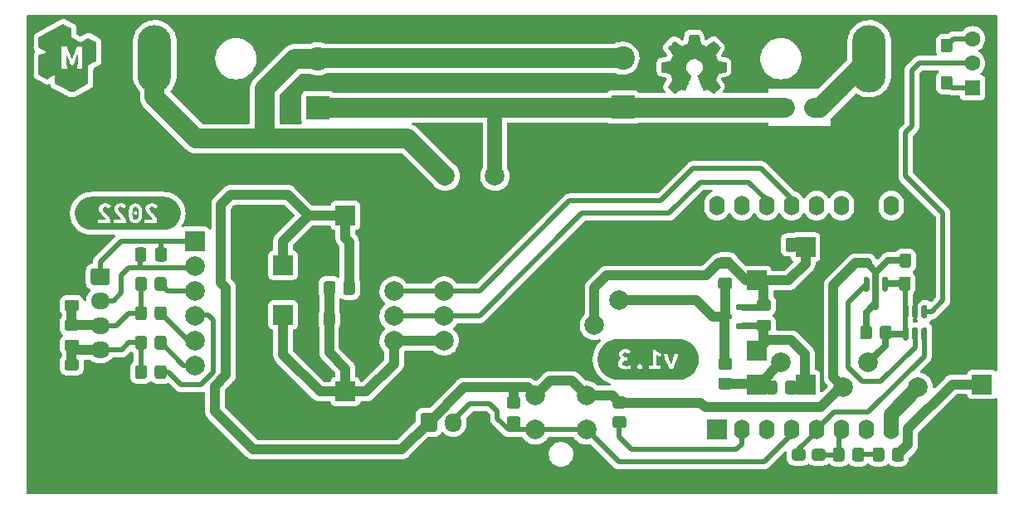
<source format=gbr>
G04 #@! TF.GenerationSoftware,KiCad,Pcbnew,6.0.7+dfsg-1~bpo11+1*
G04 #@! TF.ProjectId,wiscale-mod,77697363-616c-4652-9d6d-6f642e6b6963,rev?*
G04 #@! TF.SameCoordinates,Original*
G04 #@! TF.FileFunction,Copper,L2,Bot*
G04 #@! TF.FilePolarity,Positive*
%FSLAX46Y46*%
G04 Gerber Fmt 4.6, Leading zero omitted, Abs format (unit mm)*
%MOMM*%
%LPD*%
G01*
G04 APERTURE LIST*
G04 #@! TA.AperFunction,EtchedComponent*
%ADD10C,0.010000*%
G04 #@! TD*
G04 #@! TA.AperFunction,ComponentPad*
%ADD11R,2.000000X2.000000*%
G04 #@! TD*
G04 #@! TA.AperFunction,ComponentPad*
%ADD12C,2.000000*%
G04 #@! TD*
G04 #@! TA.AperFunction,ComponentPad*
%ADD13O,1.700000X1.950000*%
G04 #@! TD*
G04 #@! TA.AperFunction,ComponentPad*
%ADD14R,2.400000X2.400000*%
G04 #@! TD*
G04 #@! TA.AperFunction,ComponentPad*
%ADD15C,2.400000*%
G04 #@! TD*
G04 #@! TA.AperFunction,ComponentPad*
%ADD16R,1.600000X1.600000*%
G04 #@! TD*
G04 #@! TA.AperFunction,ComponentPad*
%ADD17C,1.600000*%
G04 #@! TD*
G04 #@! TA.AperFunction,ComponentPad*
%ADD18C,7.000000*%
G04 #@! TD*
G04 #@! TA.AperFunction,ComponentPad*
%ADD19C,0.800000*%
G04 #@! TD*
G04 #@! TA.AperFunction,ComponentPad*
%ADD20O,1.950000X1.700000*%
G04 #@! TD*
G04 #@! TA.AperFunction,ComponentPad*
%ADD21O,3.440000X6.880000*%
G04 #@! TD*
G04 #@! TA.AperFunction,ComponentPad*
%ADD22O,1.600000X2.000000*%
G04 #@! TD*
G04 #@! TA.AperFunction,ViaPad*
%ADD23C,2.000000*%
G04 #@! TD*
G04 #@! TA.AperFunction,Conductor*
%ADD24C,0.500000*%
G04 #@! TD*
G04 #@! TA.AperFunction,Conductor*
%ADD25C,1.000000*%
G04 #@! TD*
G04 #@! TA.AperFunction,Conductor*
%ADD26C,0.700000*%
G04 #@! TD*
G04 #@! TA.AperFunction,Conductor*
%ADD27C,0.800000*%
G04 #@! TD*
G04 #@! TA.AperFunction,Conductor*
%ADD28C,1.500000*%
G04 #@! TD*
G04 #@! TA.AperFunction,Conductor*
%ADD29C,2.000000*%
G04 #@! TD*
G04 APERTURE END LIST*
G36*
X112950625Y-97502762D02*
G01*
X112903882Y-97367119D01*
X112875836Y-97195140D01*
X112866487Y-96986825D01*
X112867924Y-96955075D01*
X113018887Y-96955075D01*
X113068100Y-97102712D01*
X113193512Y-97164625D01*
X113323687Y-97102712D01*
X113371312Y-96955075D01*
X113323687Y-96805850D01*
X113193512Y-96742350D01*
X113068100Y-96805850D01*
X113018887Y-96955075D01*
X112867924Y-96955075D01*
X112875836Y-96780274D01*
X112903882Y-96609353D01*
X112950625Y-96474062D01*
X113054209Y-96341903D01*
X113196687Y-96297850D01*
X113337181Y-96341903D01*
X113441162Y-96474062D01*
X113488787Y-96609353D01*
X113517362Y-96780274D01*
X113526887Y-96986825D01*
X113517362Y-97195140D01*
X113488787Y-97367119D01*
X113441162Y-97502762D01*
X113337181Y-97634922D01*
X113196687Y-97678975D01*
X113193512Y-97677993D01*
X113054209Y-97634922D01*
X112950625Y-97502762D01*
G37*
G36*
X108521776Y-98668860D02*
G01*
X108358015Y-98644568D01*
X108197424Y-98604342D01*
X108041549Y-98548569D01*
X107891891Y-98477786D01*
X107749891Y-98392675D01*
X107616918Y-98294056D01*
X107494252Y-98182877D01*
X107383073Y-98060211D01*
X107319320Y-97974250D01*
X109348587Y-97974250D01*
X110631287Y-97974250D01*
X110936087Y-97974250D01*
X112218787Y-97974250D01*
X112226725Y-97894875D01*
X112225137Y-97828200D01*
X112210453Y-97675800D01*
X112166400Y-97536100D01*
X112099725Y-97407909D01*
X112017175Y-97290037D01*
X111923512Y-97181294D01*
X111823500Y-97080487D01*
X111724743Y-96986825D01*
X112514062Y-96986825D01*
X112524977Y-97230506D01*
X112557719Y-97440850D01*
X112612289Y-97617856D01*
X112688687Y-97761525D01*
X112822743Y-97902636D01*
X112992076Y-97987303D01*
X113196687Y-98015525D01*
X113401299Y-97987303D01*
X113427405Y-97974250D01*
X114111087Y-97974250D01*
X115393787Y-97974250D01*
X115401725Y-97894875D01*
X115400137Y-97828200D01*
X115385453Y-97675800D01*
X115341400Y-97536100D01*
X115274725Y-97407909D01*
X115192175Y-97290037D01*
X115098512Y-97181294D01*
X114998500Y-97080487D01*
X114898487Y-96985634D01*
X114804825Y-96894750D01*
X114655600Y-96723300D01*
X114596862Y-96555025D01*
X114669887Y-96369287D01*
X114854037Y-96304200D01*
X115047712Y-96348650D01*
X115247737Y-96497875D01*
X115441412Y-96224825D01*
X115304491Y-96108937D01*
X115147725Y-96027975D01*
X114981434Y-95980350D01*
X114815937Y-95964475D01*
X114584162Y-95999400D01*
X114387312Y-96104175D01*
X114250787Y-96280387D01*
X114199987Y-96526450D01*
X114238087Y-96721712D01*
X114339687Y-96904275D01*
X114482562Y-97075725D01*
X114644487Y-97234475D01*
X114739737Y-97324962D01*
X114841337Y-97432912D01*
X114922300Y-97545625D01*
X114955637Y-97650400D01*
X114111087Y-97650400D01*
X114111087Y-97974250D01*
X113427405Y-97974250D01*
X113570632Y-97902636D01*
X113704687Y-97761525D01*
X113781086Y-97617856D01*
X113835656Y-97440850D01*
X113868398Y-97230506D01*
X113879312Y-96986825D01*
X113868200Y-96745922D01*
X113834862Y-96537562D01*
X113779300Y-96361747D01*
X113701512Y-96218475D01*
X113566399Y-96077364D01*
X113398124Y-95992697D01*
X113196687Y-95964475D01*
X112992076Y-95992521D01*
X112822743Y-96076658D01*
X112688687Y-96216887D01*
X112612289Y-96359663D01*
X112557719Y-96535578D01*
X112524977Y-96744632D01*
X112514062Y-96986825D01*
X111724743Y-96986825D01*
X111723487Y-96985634D01*
X111629825Y-96894750D01*
X111480600Y-96723300D01*
X111421862Y-96555025D01*
X111494887Y-96369287D01*
X111679037Y-96304200D01*
X111872712Y-96348650D01*
X112072737Y-96497875D01*
X112266412Y-96224825D01*
X112129491Y-96108937D01*
X111972725Y-96027975D01*
X111806434Y-95980350D01*
X111640937Y-95964475D01*
X111409162Y-95999400D01*
X111212312Y-96104175D01*
X111075787Y-96280387D01*
X111024987Y-96526450D01*
X111063087Y-96721712D01*
X111164687Y-96904275D01*
X111307562Y-97075725D01*
X111469487Y-97234475D01*
X111564737Y-97324962D01*
X111666337Y-97432912D01*
X111747300Y-97545625D01*
X111780637Y-97650400D01*
X110936087Y-97650400D01*
X110936087Y-97974250D01*
X110631287Y-97974250D01*
X110639225Y-97894875D01*
X110637637Y-97828200D01*
X110622953Y-97675800D01*
X110578900Y-97536100D01*
X110512225Y-97407909D01*
X110429675Y-97290037D01*
X110336012Y-97181294D01*
X110236000Y-97080487D01*
X110135987Y-96985634D01*
X110042325Y-96894750D01*
X109893100Y-96723300D01*
X109834362Y-96555025D01*
X109907387Y-96369287D01*
X110091537Y-96304200D01*
X110285212Y-96348650D01*
X110485237Y-96497875D01*
X110678912Y-96224825D01*
X110541991Y-96108937D01*
X110385225Y-96027975D01*
X110218934Y-95980350D01*
X110053437Y-95964475D01*
X109821662Y-95999400D01*
X109624812Y-96104175D01*
X109488287Y-96280387D01*
X109437487Y-96526450D01*
X109475587Y-96721712D01*
X109577187Y-96904275D01*
X109720062Y-97075725D01*
X109881987Y-97234475D01*
X109977237Y-97324962D01*
X110078837Y-97432912D01*
X110159800Y-97545625D01*
X110193137Y-97650400D01*
X109348587Y-97650400D01*
X109348587Y-97974250D01*
X107319320Y-97974250D01*
X107284454Y-97927238D01*
X107199343Y-97785238D01*
X107128560Y-97635581D01*
X107072787Y-97479705D01*
X107032561Y-97319114D01*
X107008269Y-97155353D01*
X107000146Y-96990000D01*
X107008269Y-96824647D01*
X107032561Y-96660886D01*
X107072787Y-96500295D01*
X107128560Y-96344419D01*
X107199343Y-96194762D01*
X107284454Y-96052762D01*
X107383073Y-95919789D01*
X107494252Y-95797123D01*
X107616918Y-95685944D01*
X107749891Y-95587325D01*
X107891891Y-95502214D01*
X108041549Y-95431431D01*
X108197424Y-95375658D01*
X108358015Y-95335432D01*
X108521776Y-95311140D01*
X108687129Y-95303017D01*
X116102871Y-95303017D01*
X116268224Y-95311140D01*
X116431985Y-95335432D01*
X116592576Y-95375658D01*
X116748451Y-95431431D01*
X116898109Y-95502214D01*
X117040109Y-95587325D01*
X117173082Y-95685944D01*
X117295748Y-95797123D01*
X117406927Y-95919789D01*
X117505546Y-96052762D01*
X117590657Y-96194762D01*
X117661440Y-96344419D01*
X117717213Y-96500295D01*
X117757439Y-96660886D01*
X117781731Y-96824647D01*
X117789854Y-96990000D01*
X117781731Y-97155353D01*
X117757439Y-97319114D01*
X117717213Y-97479705D01*
X117661440Y-97635581D01*
X117590657Y-97785238D01*
X117505546Y-97927238D01*
X117406927Y-98060211D01*
X117295748Y-98182877D01*
X117173082Y-98294056D01*
X117040109Y-98392675D01*
X116898109Y-98477786D01*
X116748451Y-98548569D01*
X116592576Y-98604342D01*
X116431985Y-98644568D01*
X116268224Y-98668860D01*
X116102871Y-98676983D01*
X108687129Y-98676983D01*
X108521776Y-98668860D01*
G37*
G36*
X170717275Y-79218931D02*
G01*
X170801095Y-79663555D01*
X171419667Y-79918551D01*
X171790707Y-79666246D01*
X171864144Y-79616506D01*
X171961499Y-79551218D01*
X172045787Y-79495454D01*
X172112631Y-79452078D01*
X172157654Y-79423953D01*
X172176478Y-79413942D01*
X172188039Y-79421061D01*
X172222596Y-79450894D01*
X172274894Y-79499852D01*
X172340500Y-79563440D01*
X172414983Y-79637163D01*
X172493913Y-79716525D01*
X172572856Y-79797031D01*
X172647384Y-79874185D01*
X172713063Y-79943493D01*
X172765463Y-80000457D01*
X172800153Y-80040584D01*
X172812701Y-80059377D01*
X172809782Y-80067451D01*
X172789571Y-80103469D01*
X172752663Y-80162744D01*
X172702050Y-80240630D01*
X172640725Y-80332481D01*
X172571679Y-80433650D01*
X172533787Y-80488826D01*
X172468606Y-80584884D01*
X172412723Y-80668717D01*
X172369117Y-80735777D01*
X172340769Y-80781519D01*
X172330657Y-80801396D01*
X172330823Y-80802497D01*
X172339743Y-80827694D01*
X172360206Y-80879147D01*
X172389360Y-80950135D01*
X172424353Y-81033935D01*
X172462332Y-81123828D01*
X172500445Y-81213091D01*
X172535839Y-81295003D01*
X172565662Y-81362843D01*
X172587061Y-81409890D01*
X172597184Y-81429422D01*
X172603174Y-81431155D01*
X172639566Y-81438969D01*
X172704427Y-81451915D01*
X172792565Y-81468979D01*
X172898787Y-81489151D01*
X173017902Y-81511418D01*
X173080683Y-81523223D01*
X173195912Y-81545748D01*
X173296662Y-81566550D01*
X173377426Y-81584435D01*
X173432698Y-81598208D01*
X173456971Y-81606674D01*
X173461331Y-81615066D01*
X173468563Y-81656072D01*
X173474246Y-81724368D01*
X173478382Y-81813529D01*
X173480977Y-81917128D01*
X173482036Y-82028740D01*
X173481561Y-82141938D01*
X173479559Y-82250296D01*
X173476033Y-82347389D01*
X173470987Y-82426790D01*
X173464427Y-82482072D01*
X173456356Y-82506810D01*
X173451458Y-82509600D01*
X173414930Y-82521569D01*
X173351565Y-82537405D01*
X173268686Y-82555374D01*
X173173618Y-82573741D01*
X173141542Y-82579591D01*
X172993393Y-82606798D01*
X172876961Y-82628663D01*
X172788209Y-82646093D01*
X172723103Y-82659996D01*
X172677606Y-82671277D01*
X172647682Y-82680843D01*
X172629294Y-82689601D01*
X172618407Y-82698457D01*
X172617142Y-82699943D01*
X172599338Y-82730931D01*
X172572994Y-82787634D01*
X172540661Y-82863399D01*
X172504893Y-82951574D01*
X172468244Y-83045507D01*
X172433266Y-83138547D01*
X172402513Y-83224041D01*
X172378538Y-83295336D01*
X172363895Y-83345782D01*
X172361136Y-83368726D01*
X172362981Y-83371703D01*
X172382075Y-83400493D01*
X172417984Y-83453595D01*
X172467378Y-83526117D01*
X172526927Y-83613167D01*
X172593303Y-83709854D01*
X172611520Y-83736456D01*
X172675577Y-83831875D01*
X172730937Y-83917212D01*
X172774439Y-83987405D01*
X172802924Y-84037394D01*
X172813232Y-84062116D01*
X172811011Y-84068616D01*
X172787858Y-84100644D01*
X172742177Y-84152945D01*
X172677241Y-84221999D01*
X172596319Y-84304286D01*
X172502685Y-84396286D01*
X172449165Y-84447781D01*
X172364542Y-84527983D01*
X172290475Y-84596678D01*
X172230941Y-84650252D01*
X172189917Y-84685085D01*
X172171381Y-84697563D01*
X172158646Y-84692938D01*
X172119436Y-84671057D01*
X172062495Y-84635273D01*
X171995250Y-84590117D01*
X171947438Y-84557165D01*
X171851985Y-84491727D01*
X171750125Y-84422228D01*
X171657088Y-84359075D01*
X171474832Y-84235800D01*
X171321841Y-84318520D01*
X171285817Y-84337613D01*
X171220303Y-84370272D01*
X171169640Y-84392819D01*
X171142564Y-84401226D01*
X171133703Y-84390430D01*
X171111699Y-84349323D01*
X171079199Y-84281549D01*
X171038010Y-84191409D01*
X170989942Y-84083205D01*
X170936802Y-83961237D01*
X170880399Y-83829808D01*
X170822542Y-83693218D01*
X170765038Y-83555767D01*
X170709697Y-83421758D01*
X170658326Y-83295491D01*
X170612735Y-83181268D01*
X170574732Y-83083390D01*
X170546124Y-83006157D01*
X170528721Y-82953871D01*
X170524331Y-82930833D01*
X170524628Y-82930160D01*
X170545077Y-82908863D01*
X170587850Y-82875508D01*
X170644117Y-82837011D01*
X170661877Y-82825256D01*
X170797014Y-82713735D01*
X170908856Y-82580906D01*
X170994755Y-82432298D01*
X171052062Y-82273440D01*
X171078131Y-82109860D01*
X171070313Y-81947088D01*
X171038644Y-81802315D01*
X170981782Y-81656124D01*
X170898888Y-81525703D01*
X170785131Y-81401813D01*
X170740433Y-81362235D01*
X170595935Y-81264723D01*
X170439838Y-81199050D01*
X170276667Y-81164630D01*
X170110943Y-81160874D01*
X169947192Y-81187194D01*
X169789936Y-81243003D01*
X169643698Y-81327714D01*
X169513004Y-81440737D01*
X169402374Y-81581487D01*
X169381105Y-81616342D01*
X169308810Y-81775655D01*
X169270415Y-81941552D01*
X169264914Y-82109737D01*
X169291301Y-82275913D01*
X169348570Y-82435784D01*
X169435717Y-82585053D01*
X169551736Y-82719423D01*
X169695622Y-82834599D01*
X169700294Y-82837702D01*
X169755964Y-82876933D01*
X169797689Y-82910286D01*
X169816746Y-82930833D01*
X169814342Y-82946941D01*
X169799391Y-82993844D01*
X169772881Y-83066539D01*
X169736620Y-83160725D01*
X169692416Y-83272098D01*
X169642076Y-83396358D01*
X169587407Y-83529202D01*
X169530218Y-83666327D01*
X169472316Y-83803432D01*
X169415510Y-83936215D01*
X169361606Y-84060374D01*
X169312412Y-84171606D01*
X169269737Y-84265609D01*
X169235387Y-84338082D01*
X169211171Y-84384722D01*
X169198897Y-84401226D01*
X169188689Y-84398991D01*
X169148586Y-84382926D01*
X169089318Y-84354759D01*
X169019619Y-84318520D01*
X168866629Y-84235800D01*
X168684373Y-84359075D01*
X168630527Y-84395579D01*
X168530374Y-84463784D01*
X168430525Y-84532098D01*
X168346211Y-84590117D01*
X168299679Y-84621736D01*
X168239200Y-84661020D01*
X168194357Y-84687912D01*
X168172455Y-84697883D01*
X168163045Y-84693650D01*
X168129031Y-84667721D01*
X168076595Y-84622070D01*
X168010301Y-84561186D01*
X167934713Y-84489561D01*
X167854396Y-84411683D01*
X167773913Y-84332045D01*
X167697829Y-84255135D01*
X167630707Y-84185445D01*
X167577112Y-84127464D01*
X167541608Y-84085684D01*
X167528759Y-84064593D01*
X167529500Y-84060581D01*
X167544793Y-84027920D01*
X167577462Y-83971412D01*
X167624350Y-83896163D01*
X167682301Y-83807275D01*
X167748157Y-83709854D01*
X167766627Y-83682982D01*
X167831482Y-83588423D01*
X167888609Y-83504827D01*
X167934678Y-83437084D01*
X167966359Y-83390086D01*
X167980324Y-83368726D01*
X167980668Y-83367811D01*
X167976546Y-83341678D01*
X167960807Y-83288740D01*
X167936004Y-83215647D01*
X167904689Y-83129052D01*
X167869417Y-83035608D01*
X167832740Y-82941965D01*
X167797212Y-82854777D01*
X167765386Y-82780695D01*
X167739816Y-82726371D01*
X167723053Y-82698457D01*
X167721374Y-82696724D01*
X167709372Y-82687956D01*
X167689103Y-82679115D01*
X167656529Y-82669292D01*
X167607616Y-82657583D01*
X167538327Y-82643080D01*
X167444625Y-82624876D01*
X167322476Y-82602066D01*
X167167842Y-82573741D01*
X167135770Y-82567780D01*
X167043893Y-82549352D01*
X166966607Y-82531892D01*
X166911236Y-82517133D01*
X166885105Y-82506810D01*
X166880733Y-82498197D01*
X166873445Y-82456826D01*
X166867669Y-82388241D01*
X166863410Y-82298868D01*
X166860673Y-82195135D01*
X166859462Y-82083465D01*
X166859782Y-81970287D01*
X166861636Y-81862026D01*
X166865030Y-81765108D01*
X166869967Y-81685959D01*
X166876452Y-81631006D01*
X166884489Y-81606674D01*
X166892696Y-81603079D01*
X166933519Y-81591748D01*
X167002524Y-81575722D01*
X167094203Y-81556195D01*
X167203050Y-81534362D01*
X167323558Y-81511418D01*
X167389357Y-81499159D01*
X167502135Y-81477901D01*
X167599207Y-81459287D01*
X167675382Y-81444328D01*
X167725469Y-81434036D01*
X167744276Y-81429422D01*
X167744983Y-81428471D01*
X167756961Y-81404310D01*
X167779794Y-81353694D01*
X167810630Y-81283338D01*
X167846613Y-81199958D01*
X167884891Y-81110270D01*
X167922609Y-81020989D01*
X167956913Y-80938832D01*
X167984949Y-80870513D01*
X168003864Y-80822748D01*
X168010803Y-80802254D01*
X168007742Y-80795043D01*
X167987372Y-80760728D01*
X167950422Y-80702970D01*
X167899860Y-80626299D01*
X167838657Y-80535248D01*
X167769781Y-80434350D01*
X167731994Y-80379093D01*
X167666782Y-80282215D01*
X167610871Y-80197193D01*
X167567241Y-80128662D01*
X167538877Y-80081260D01*
X167528759Y-80059623D01*
X167535790Y-80047887D01*
X167565197Y-80012818D01*
X167613441Y-79959745D01*
X167676093Y-79893164D01*
X167748725Y-79817574D01*
X167826908Y-79737472D01*
X167906214Y-79657354D01*
X167982213Y-79581718D01*
X168050478Y-79515062D01*
X168106580Y-79461882D01*
X168146090Y-79426676D01*
X168164579Y-79413942D01*
X168174843Y-79418893D01*
X168212530Y-79441857D01*
X168273348Y-79480938D01*
X168352913Y-79533272D01*
X168446843Y-79595996D01*
X168550754Y-79666246D01*
X168921794Y-79918551D01*
X169231080Y-79791053D01*
X169540365Y-79663555D01*
X169624186Y-79218931D01*
X169708006Y-78774307D01*
X170633454Y-78774307D01*
X170717275Y-79218931D01*
G37*
D10*
X170717275Y-79218931D02*
X170801095Y-79663555D01*
X171419667Y-79918551D01*
X171790707Y-79666246D01*
X171864144Y-79616506D01*
X171961499Y-79551218D01*
X172045787Y-79495454D01*
X172112631Y-79452078D01*
X172157654Y-79423953D01*
X172176478Y-79413942D01*
X172188039Y-79421061D01*
X172222596Y-79450894D01*
X172274894Y-79499852D01*
X172340500Y-79563440D01*
X172414983Y-79637163D01*
X172493913Y-79716525D01*
X172572856Y-79797031D01*
X172647384Y-79874185D01*
X172713063Y-79943493D01*
X172765463Y-80000457D01*
X172800153Y-80040584D01*
X172812701Y-80059377D01*
X172809782Y-80067451D01*
X172789571Y-80103469D01*
X172752663Y-80162744D01*
X172702050Y-80240630D01*
X172640725Y-80332481D01*
X172571679Y-80433650D01*
X172533787Y-80488826D01*
X172468606Y-80584884D01*
X172412723Y-80668717D01*
X172369117Y-80735777D01*
X172340769Y-80781519D01*
X172330657Y-80801396D01*
X172330823Y-80802497D01*
X172339743Y-80827694D01*
X172360206Y-80879147D01*
X172389360Y-80950135D01*
X172424353Y-81033935D01*
X172462332Y-81123828D01*
X172500445Y-81213091D01*
X172535839Y-81295003D01*
X172565662Y-81362843D01*
X172587061Y-81409890D01*
X172597184Y-81429422D01*
X172603174Y-81431155D01*
X172639566Y-81438969D01*
X172704427Y-81451915D01*
X172792565Y-81468979D01*
X172898787Y-81489151D01*
X173017902Y-81511418D01*
X173080683Y-81523223D01*
X173195912Y-81545748D01*
X173296662Y-81566550D01*
X173377426Y-81584435D01*
X173432698Y-81598208D01*
X173456971Y-81606674D01*
X173461331Y-81615066D01*
X173468563Y-81656072D01*
X173474246Y-81724368D01*
X173478382Y-81813529D01*
X173480977Y-81917128D01*
X173482036Y-82028740D01*
X173481561Y-82141938D01*
X173479559Y-82250296D01*
X173476033Y-82347389D01*
X173470987Y-82426790D01*
X173464427Y-82482072D01*
X173456356Y-82506810D01*
X173451458Y-82509600D01*
X173414930Y-82521569D01*
X173351565Y-82537405D01*
X173268686Y-82555374D01*
X173173618Y-82573741D01*
X173141542Y-82579591D01*
X172993393Y-82606798D01*
X172876961Y-82628663D01*
X172788209Y-82646093D01*
X172723103Y-82659996D01*
X172677606Y-82671277D01*
X172647682Y-82680843D01*
X172629294Y-82689601D01*
X172618407Y-82698457D01*
X172617142Y-82699943D01*
X172599338Y-82730931D01*
X172572994Y-82787634D01*
X172540661Y-82863399D01*
X172504893Y-82951574D01*
X172468244Y-83045507D01*
X172433266Y-83138547D01*
X172402513Y-83224041D01*
X172378538Y-83295336D01*
X172363895Y-83345782D01*
X172361136Y-83368726D01*
X172362981Y-83371703D01*
X172382075Y-83400493D01*
X172417984Y-83453595D01*
X172467378Y-83526117D01*
X172526927Y-83613167D01*
X172593303Y-83709854D01*
X172611520Y-83736456D01*
X172675577Y-83831875D01*
X172730937Y-83917212D01*
X172774439Y-83987405D01*
X172802924Y-84037394D01*
X172813232Y-84062116D01*
X172811011Y-84068616D01*
X172787858Y-84100644D01*
X172742177Y-84152945D01*
X172677241Y-84221999D01*
X172596319Y-84304286D01*
X172502685Y-84396286D01*
X172449165Y-84447781D01*
X172364542Y-84527983D01*
X172290475Y-84596678D01*
X172230941Y-84650252D01*
X172189917Y-84685085D01*
X172171381Y-84697563D01*
X172158646Y-84692938D01*
X172119436Y-84671057D01*
X172062495Y-84635273D01*
X171995250Y-84590117D01*
X171947438Y-84557165D01*
X171851985Y-84491727D01*
X171750125Y-84422228D01*
X171657088Y-84359075D01*
X171474832Y-84235800D01*
X171321841Y-84318520D01*
X171285817Y-84337613D01*
X171220303Y-84370272D01*
X171169640Y-84392819D01*
X171142564Y-84401226D01*
X171133703Y-84390430D01*
X171111699Y-84349323D01*
X171079199Y-84281549D01*
X171038010Y-84191409D01*
X170989942Y-84083205D01*
X170936802Y-83961237D01*
X170880399Y-83829808D01*
X170822542Y-83693218D01*
X170765038Y-83555767D01*
X170709697Y-83421758D01*
X170658326Y-83295491D01*
X170612735Y-83181268D01*
X170574732Y-83083390D01*
X170546124Y-83006157D01*
X170528721Y-82953871D01*
X170524331Y-82930833D01*
X170524628Y-82930160D01*
X170545077Y-82908863D01*
X170587850Y-82875508D01*
X170644117Y-82837011D01*
X170661877Y-82825256D01*
X170797014Y-82713735D01*
X170908856Y-82580906D01*
X170994755Y-82432298D01*
X171052062Y-82273440D01*
X171078131Y-82109860D01*
X171070313Y-81947088D01*
X171038644Y-81802315D01*
X170981782Y-81656124D01*
X170898888Y-81525703D01*
X170785131Y-81401813D01*
X170740433Y-81362235D01*
X170595935Y-81264723D01*
X170439838Y-81199050D01*
X170276667Y-81164630D01*
X170110943Y-81160874D01*
X169947192Y-81187194D01*
X169789936Y-81243003D01*
X169643698Y-81327714D01*
X169513004Y-81440737D01*
X169402374Y-81581487D01*
X169381105Y-81616342D01*
X169308810Y-81775655D01*
X169270415Y-81941552D01*
X169264914Y-82109737D01*
X169291301Y-82275913D01*
X169348570Y-82435784D01*
X169435717Y-82585053D01*
X169551736Y-82719423D01*
X169695622Y-82834599D01*
X169700294Y-82837702D01*
X169755964Y-82876933D01*
X169797689Y-82910286D01*
X169816746Y-82930833D01*
X169814342Y-82946941D01*
X169799391Y-82993844D01*
X169772881Y-83066539D01*
X169736620Y-83160725D01*
X169692416Y-83272098D01*
X169642076Y-83396358D01*
X169587407Y-83529202D01*
X169530218Y-83666327D01*
X169472316Y-83803432D01*
X169415510Y-83936215D01*
X169361606Y-84060374D01*
X169312412Y-84171606D01*
X169269737Y-84265609D01*
X169235387Y-84338082D01*
X169211171Y-84384722D01*
X169198897Y-84401226D01*
X169188689Y-84398991D01*
X169148586Y-84382926D01*
X169089318Y-84354759D01*
X169019619Y-84318520D01*
X168866629Y-84235800D01*
X168684373Y-84359075D01*
X168630527Y-84395579D01*
X168530374Y-84463784D01*
X168430525Y-84532098D01*
X168346211Y-84590117D01*
X168299679Y-84621736D01*
X168239200Y-84661020D01*
X168194357Y-84687912D01*
X168172455Y-84697883D01*
X168163045Y-84693650D01*
X168129031Y-84667721D01*
X168076595Y-84622070D01*
X168010301Y-84561186D01*
X167934713Y-84489561D01*
X167854396Y-84411683D01*
X167773913Y-84332045D01*
X167697829Y-84255135D01*
X167630707Y-84185445D01*
X167577112Y-84127464D01*
X167541608Y-84085684D01*
X167528759Y-84064593D01*
X167529500Y-84060581D01*
X167544793Y-84027920D01*
X167577462Y-83971412D01*
X167624350Y-83896163D01*
X167682301Y-83807275D01*
X167748157Y-83709854D01*
X167766627Y-83682982D01*
X167831482Y-83588423D01*
X167888609Y-83504827D01*
X167934678Y-83437084D01*
X167966359Y-83390086D01*
X167980324Y-83368726D01*
X167980668Y-83367811D01*
X167976546Y-83341678D01*
X167960807Y-83288740D01*
X167936004Y-83215647D01*
X167904689Y-83129052D01*
X167869417Y-83035608D01*
X167832740Y-82941965D01*
X167797212Y-82854777D01*
X167765386Y-82780695D01*
X167739816Y-82726371D01*
X167723053Y-82698457D01*
X167721374Y-82696724D01*
X167709372Y-82687956D01*
X167689103Y-82679115D01*
X167656529Y-82669292D01*
X167607616Y-82657583D01*
X167538327Y-82643080D01*
X167444625Y-82624876D01*
X167322476Y-82602066D01*
X167167842Y-82573741D01*
X167135770Y-82567780D01*
X167043893Y-82549352D01*
X166966607Y-82531892D01*
X166911236Y-82517133D01*
X166885105Y-82506810D01*
X166880733Y-82498197D01*
X166873445Y-82456826D01*
X166867669Y-82388241D01*
X166863410Y-82298868D01*
X166860673Y-82195135D01*
X166859462Y-82083465D01*
X166859782Y-81970287D01*
X166861636Y-81862026D01*
X166865030Y-81765108D01*
X166869967Y-81685959D01*
X166876452Y-81631006D01*
X166884489Y-81606674D01*
X166892696Y-81603079D01*
X166933519Y-81591748D01*
X167002524Y-81575722D01*
X167094203Y-81556195D01*
X167203050Y-81534362D01*
X167323558Y-81511418D01*
X167389357Y-81499159D01*
X167502135Y-81477901D01*
X167599207Y-81459287D01*
X167675382Y-81444328D01*
X167725469Y-81434036D01*
X167744276Y-81429422D01*
X167744983Y-81428471D01*
X167756961Y-81404310D01*
X167779794Y-81353694D01*
X167810630Y-81283338D01*
X167846613Y-81199958D01*
X167884891Y-81110270D01*
X167922609Y-81020989D01*
X167956913Y-80938832D01*
X167984949Y-80870513D01*
X168003864Y-80822748D01*
X168010803Y-80802254D01*
X168007742Y-80795043D01*
X167987372Y-80760728D01*
X167950422Y-80702970D01*
X167899860Y-80626299D01*
X167838657Y-80535248D01*
X167769781Y-80434350D01*
X167731994Y-80379093D01*
X167666782Y-80282215D01*
X167610871Y-80197193D01*
X167567241Y-80128662D01*
X167538877Y-80081260D01*
X167528759Y-80059623D01*
X167535790Y-80047887D01*
X167565197Y-80012818D01*
X167613441Y-79959745D01*
X167676093Y-79893164D01*
X167748725Y-79817574D01*
X167826908Y-79737472D01*
X167906214Y-79657354D01*
X167982213Y-79581718D01*
X168050478Y-79515062D01*
X168106580Y-79461882D01*
X168146090Y-79426676D01*
X168164579Y-79413942D01*
X168174843Y-79418893D01*
X168212530Y-79441857D01*
X168273348Y-79480938D01*
X168352913Y-79533272D01*
X168446843Y-79595996D01*
X168550754Y-79666246D01*
X168921794Y-79918551D01*
X169231080Y-79791053D01*
X169540365Y-79663555D01*
X169624186Y-79218931D01*
X169708006Y-78774307D01*
X170633454Y-78774307D01*
X170717275Y-79218931D01*
G36*
X107588502Y-84218980D02*
G01*
X107341039Y-84353198D01*
X107035769Y-84506419D01*
X106803164Y-84608503D01*
X106680000Y-84642314D01*
X106604817Y-84618285D01*
X106398272Y-84526355D01*
X106107759Y-84382716D01*
X105770667Y-84205334D01*
X104988335Y-83782000D01*
X104987501Y-83337500D01*
X104982202Y-83165556D01*
X104958786Y-82969803D01*
X104923166Y-82894020D01*
X104883338Y-82905367D01*
X104724429Y-82979108D01*
X104503722Y-83098569D01*
X104147778Y-83302098D01*
X103721268Y-83076382D01*
X103294758Y-82850667D01*
X103294297Y-82215667D01*
X105664000Y-82215667D01*
X106193841Y-82215667D01*
X106141980Y-81432500D01*
X106125471Y-81158861D01*
X106119880Y-80908618D01*
X106140917Y-80814457D01*
X106195412Y-80877484D01*
X106290194Y-81098806D01*
X106432093Y-81479532D01*
X106446101Y-81517484D01*
X106574825Y-81804025D01*
X106693063Y-81931032D01*
X106809647Y-81896514D01*
X106933409Y-81698479D01*
X107073179Y-81334934D01*
X107083589Y-81304211D01*
X107186157Y-81016329D01*
X107271922Y-80799970D01*
X107323244Y-80699934D01*
X107334674Y-80712700D01*
X107342989Y-80848428D01*
X107336467Y-81099666D01*
X107315467Y-81432500D01*
X107254690Y-82215667D01*
X107780666Y-82215667D01*
X107780666Y-79929667D01*
X107498987Y-79929667D01*
X107367997Y-79935379D01*
X107267853Y-79974046D01*
X107186330Y-80077523D01*
X107099082Y-80277658D01*
X106981766Y-80606298D01*
X106937282Y-80730550D01*
X106828137Y-81005977D01*
X106739519Y-81189492D01*
X106687325Y-81246527D01*
X106678674Y-81237357D01*
X106617988Y-81111519D01*
X106528978Y-80875140D01*
X106427640Y-80569896D01*
X106344186Y-80308795D01*
X106262219Y-80093071D01*
X106185126Y-79980133D01*
X106087873Y-79936744D01*
X105945427Y-79929667D01*
X105664000Y-79929667D01*
X105664000Y-82215667D01*
X103294297Y-82215667D01*
X103294045Y-81868692D01*
X103293333Y-80886718D01*
X103636090Y-80732156D01*
X103728441Y-80688728D01*
X103923796Y-80583030D01*
X104021456Y-80508651D01*
X104009816Y-80469901D01*
X103889474Y-80370767D01*
X103678699Y-80252483D01*
X103293333Y-80065258D01*
X103295154Y-79552962D01*
X103296975Y-79040667D01*
X104563123Y-78350276D01*
X105829272Y-77659885D01*
X106253924Y-77884609D01*
X106678575Y-78109334D01*
X106680508Y-78575000D01*
X106682440Y-79040667D01*
X107536296Y-79511661D01*
X108374762Y-79055311D01*
X109177666Y-79496503D01*
X109201462Y-80468370D01*
X109225257Y-81440237D01*
X108799295Y-81672074D01*
X108373333Y-81903912D01*
X108372780Y-82215667D01*
X108370003Y-83782000D01*
X107588502Y-84218980D01*
G37*
G36*
X162220494Y-113973824D02*
G01*
X162018207Y-113943818D01*
X161819836Y-113894128D01*
X161627290Y-113825234D01*
X161442424Y-113737799D01*
X161267018Y-113632665D01*
X161102762Y-113510844D01*
X160951238Y-113373510D01*
X160813904Y-113221986D01*
X160692083Y-113057730D01*
X160586949Y-112882324D01*
X160499514Y-112697458D01*
X160430620Y-112504912D01*
X160380930Y-112306541D01*
X160379967Y-112300050D01*
X162425013Y-112300050D01*
X162469463Y-112550875D01*
X162605988Y-112749312D01*
X162710763Y-112823925D01*
X162840938Y-112879487D01*
X162997306Y-112914016D01*
X163180663Y-112925525D01*
X163334650Y-112914412D01*
X163490225Y-112887425D01*
X163628338Y-112852500D01*
X163726763Y-112817575D01*
X163683854Y-112633425D01*
X164364938Y-112633425D01*
X164450663Y-112846150D01*
X164647513Y-112919175D01*
X164755463Y-112900125D01*
X164781316Y-112884250D01*
X165574613Y-112884250D01*
X166768413Y-112884250D01*
X166768413Y-112560400D01*
X166355663Y-112560400D01*
X166355663Y-111461850D01*
X166558863Y-111574562D01*
X166752538Y-111652350D01*
X166854636Y-111392000D01*
X167076388Y-111392000D01*
X167144848Y-111612960D01*
X167216881Y-111824991D01*
X167292486Y-112028091D01*
X167371663Y-112222262D01*
X167477496Y-112464444D01*
X167579096Y-112685107D01*
X167676463Y-112884250D01*
X168003488Y-112884250D01*
X168099267Y-112685107D01*
X168196104Y-112464444D01*
X168294000Y-112222262D01*
X168366926Y-112028091D01*
X168438066Y-111824991D01*
X168507420Y-111612960D01*
X168574988Y-111392000D01*
X168165413Y-111392000D01*
X168134059Y-111516619D01*
X168097150Y-111649175D01*
X168056272Y-111786097D01*
X168013013Y-111923812D01*
X167968166Y-112059941D01*
X167922525Y-112192100D01*
X167835213Y-112430225D01*
X167743138Y-112192100D01*
X167692734Y-112059941D01*
X167643125Y-111923812D01*
X167594706Y-111786097D01*
X167547875Y-111649175D01*
X167506203Y-111516619D01*
X167473263Y-111392000D01*
X167076388Y-111392000D01*
X166854636Y-111392000D01*
X166879538Y-111328500D01*
X166714438Y-111255475D01*
X166536638Y-111157050D01*
X166368363Y-111042750D01*
X166231838Y-110918925D01*
X165965138Y-110918925D01*
X165965138Y-112560400D01*
X165574613Y-112560400D01*
X165574613Y-112884250D01*
X164781316Y-112884250D01*
X164845950Y-112844562D01*
X164909450Y-112755662D01*
X164933263Y-112633425D01*
X164909450Y-112514362D01*
X164845950Y-112427050D01*
X164755463Y-112373075D01*
X164647513Y-112354025D01*
X164450663Y-112427050D01*
X164364938Y-112633425D01*
X163683854Y-112633425D01*
X163650563Y-112490550D01*
X163461650Y-112557225D01*
X163334253Y-112583419D01*
X163183838Y-112592150D01*
X163013578Y-112570719D01*
X162902850Y-112506425D01*
X162821888Y-112293700D01*
X162852844Y-112161541D01*
X162945713Y-112076212D01*
X163086206Y-112029778D01*
X163260038Y-112014300D01*
X163380688Y-112014300D01*
X163380688Y-111690450D01*
X163234638Y-111690450D01*
X163113988Y-111677750D01*
X163006038Y-111636475D01*
X162928250Y-111560275D01*
X162898088Y-111439625D01*
X162963175Y-111269762D01*
X163142563Y-111207850D01*
X163363225Y-111244362D01*
X163552138Y-111334850D01*
X163691838Y-111049100D01*
X163464825Y-110933212D01*
X163314409Y-110889159D01*
X163145738Y-110874475D01*
X162991353Y-110884794D01*
X162858400Y-110915750D01*
X162656788Y-111031637D01*
X162539313Y-111207850D01*
X162501213Y-111426925D01*
X162567888Y-111652350D01*
X162745688Y-111817450D01*
X162610353Y-111896031D01*
X162509150Y-112004775D01*
X162446047Y-112140506D01*
X162425013Y-112300050D01*
X160379967Y-112300050D01*
X160350924Y-112104254D01*
X160340890Y-111900000D01*
X160350924Y-111695746D01*
X160380930Y-111493459D01*
X160430620Y-111295088D01*
X160499514Y-111102542D01*
X160586949Y-110917676D01*
X160692083Y-110742270D01*
X160813904Y-110578014D01*
X160951238Y-110426490D01*
X161102762Y-110289156D01*
X161267018Y-110167335D01*
X161442424Y-110062201D01*
X161627290Y-109974766D01*
X161819836Y-109905872D01*
X162018207Y-109856182D01*
X162220494Y-109826176D01*
X162424748Y-109816142D01*
X168575252Y-109816142D01*
X168779506Y-109826176D01*
X168981793Y-109856182D01*
X169180164Y-109905872D01*
X169372710Y-109974766D01*
X169557576Y-110062201D01*
X169732982Y-110167335D01*
X169897238Y-110289156D01*
X170048762Y-110426490D01*
X170186096Y-110578014D01*
X170307917Y-110742270D01*
X170413051Y-110917676D01*
X170500486Y-111102542D01*
X170569380Y-111295088D01*
X170619070Y-111493459D01*
X170649076Y-111695746D01*
X170659110Y-111900000D01*
X170649076Y-112104254D01*
X170619070Y-112306541D01*
X170569380Y-112504912D01*
X170500486Y-112697458D01*
X170413051Y-112882324D01*
X170307917Y-113057730D01*
X170186096Y-113221986D01*
X170048762Y-113373510D01*
X169897238Y-113510844D01*
X169732982Y-113632665D01*
X169557576Y-113737799D01*
X169372710Y-113825234D01*
X169180164Y-113894128D01*
X168981793Y-113943818D01*
X168779506Y-113973824D01*
X168575252Y-113983858D01*
X162424748Y-113983858D01*
X162220494Y-113973824D01*
G37*
D11*
X119265000Y-99850000D03*
D12*
X119265000Y-102390000D03*
X119265000Y-104930000D03*
X119265000Y-107470000D03*
X119265000Y-110010000D03*
X119265000Y-112550000D03*
D11*
X144665000Y-102390000D03*
X139585000Y-102390000D03*
D12*
X144665000Y-104930000D03*
X139585000Y-104930000D03*
X144665000Y-107470000D03*
X139585000Y-107470000D03*
X139585000Y-110010000D03*
X144665000Y-110010000D03*
G04 #@! TA.AperFunction,ComponentPad*
G36*
G01*
X142250000Y-119075000D02*
X142250000Y-117625000D01*
G75*
G02*
X142500000Y-117375000I250000J0D01*
G01*
X143700000Y-117375000D01*
G75*
G02*
X143950000Y-117625000I0J-250000D01*
G01*
X143950000Y-119075000D01*
G75*
G02*
X143700000Y-119325000I-250000J0D01*
G01*
X142500000Y-119325000D01*
G75*
G02*
X142250000Y-119075000I0J250000D01*
G01*
G37*
G04 #@! TD.AperFunction*
D13*
X145600000Y-118350000D03*
X148100000Y-118350000D03*
D14*
X162909300Y-86155000D03*
D15*
X162909300Y-81155000D03*
D16*
X198584000Y-84157500D03*
D17*
X198584000Y-81657500D03*
X198584000Y-79157500D03*
D11*
X134600000Y-97200000D03*
X128250000Y-102280000D03*
X128250000Y-104820000D03*
X124100000Y-97200000D03*
X128250000Y-107360000D03*
X134600000Y-115200000D03*
X124100000Y-115200000D03*
D18*
X196600000Y-91200000D03*
D19*
X199225000Y-91200000D03*
X198456155Y-93056155D03*
X196600000Y-88575000D03*
X196600000Y-93825000D03*
X194743845Y-89343845D03*
X198456155Y-89343845D03*
X193975000Y-91200000D03*
X194743845Y-93056155D03*
D12*
X154000000Y-119100000D03*
X159200000Y-119100000D03*
X159200000Y-122500000D03*
X154000000Y-122500000D03*
X154000000Y-115600000D03*
X159200000Y-115600000D03*
D14*
X131794300Y-86200000D03*
D15*
X131794300Y-81200000D03*
D19*
X199225000Y-121200000D03*
D18*
X196600000Y-121200000D03*
D19*
X196600000Y-123825000D03*
X194743845Y-119343845D03*
X193975000Y-121200000D03*
X198456155Y-123056155D03*
X198456155Y-119343845D03*
X196600000Y-118575000D03*
X194743845Y-123056155D03*
G04 #@! TA.AperFunction,ComponentPad*
G36*
G01*
X108875000Y-102600000D02*
X110325000Y-102600000D01*
G75*
G02*
X110575000Y-102850000I0J-250000D01*
G01*
X110575000Y-104050000D01*
G75*
G02*
X110325000Y-104300000I-250000J0D01*
G01*
X108875000Y-104300000D01*
G75*
G02*
X108625000Y-104050000I0J250000D01*
G01*
X108625000Y-102850000D01*
G75*
G02*
X108875000Y-102600000I250000J0D01*
G01*
G37*
G04 #@! TD.AperFunction*
D20*
X109600000Y-105950000D03*
X109600000Y-108450000D03*
X109600000Y-110950000D03*
D11*
X181550000Y-114450000D03*
X176550000Y-111050000D03*
X176550000Y-103850000D03*
X181550000Y-100450000D03*
X199550000Y-114450000D03*
X199550000Y-100450000D03*
X176550000Y-114450000D03*
X176550000Y-100450000D03*
D19*
X104743845Y-119343845D03*
X103975000Y-121200000D03*
D18*
X106600000Y-121200000D03*
D19*
X108456155Y-123056155D03*
X109225000Y-121200000D03*
X106600000Y-123825000D03*
X108456155Y-119343845D03*
X104743845Y-123056155D03*
X106600000Y-118575000D03*
D21*
X188050000Y-81200000D03*
X115150000Y-81200000D03*
D18*
X106600000Y-91200000D03*
D19*
X103975000Y-91200000D03*
X106600000Y-88575000D03*
X108456155Y-93056155D03*
X109225000Y-91200000D03*
X104743845Y-89343845D03*
X106600000Y-93825000D03*
X108456155Y-89343845D03*
X104743845Y-93056155D03*
D11*
X172520000Y-119060000D03*
D22*
X175060000Y-119060000D03*
X177600000Y-119060000D03*
X180140000Y-119060000D03*
X182680000Y-119060000D03*
X185220000Y-119060000D03*
X187760000Y-119060000D03*
X190300000Y-119060000D03*
X190300000Y-96200000D03*
X187760000Y-96200000D03*
X185220000Y-96200000D03*
X182680000Y-96200000D03*
X180140000Y-96200000D03*
X177600000Y-96200000D03*
X175060000Y-96200000D03*
X172520000Y-96200000D03*
G04 #@! TA.AperFunction,SMDPad,CuDef*
G36*
G01*
X113125000Y-101675000D02*
X113125000Y-100725000D01*
G75*
G02*
X113375000Y-100475000I250000J0D01*
G01*
X114050000Y-100475000D01*
G75*
G02*
X114300000Y-100725000I0J-250000D01*
G01*
X114300000Y-101675000D01*
G75*
G02*
X114050000Y-101925000I-250000J0D01*
G01*
X113375000Y-101925000D01*
G75*
G02*
X113125000Y-101675000I0J250000D01*
G01*
G37*
G04 #@! TD.AperFunction*
G04 #@! TA.AperFunction,SMDPad,CuDef*
G36*
G01*
X115200000Y-101675000D02*
X115200000Y-100725000D01*
G75*
G02*
X115450000Y-100475000I250000J0D01*
G01*
X116125000Y-100475000D01*
G75*
G02*
X116375000Y-100725000I0J-250000D01*
G01*
X116375000Y-101675000D01*
G75*
G02*
X116125000Y-101925000I-250000J0D01*
G01*
X115450000Y-101925000D01*
G75*
G02*
X115200000Y-101675000I0J250000D01*
G01*
G37*
G04 #@! TD.AperFunction*
G04 #@! TA.AperFunction,SMDPad,CuDef*
G36*
G01*
X193345000Y-80295000D02*
X193345000Y-79395000D01*
G75*
G02*
X193595000Y-79145000I250000J0D01*
G01*
X194295000Y-79145000D01*
G75*
G02*
X194545000Y-79395000I0J-250000D01*
G01*
X194545000Y-80295000D01*
G75*
G02*
X194295000Y-80545000I-250000J0D01*
G01*
X193595000Y-80545000D01*
G75*
G02*
X193345000Y-80295000I0J250000D01*
G01*
G37*
G04 #@! TD.AperFunction*
G04 #@! TA.AperFunction,SMDPad,CuDef*
G36*
G01*
X195345000Y-80295000D02*
X195345000Y-79395000D01*
G75*
G02*
X195595000Y-79145000I250000J0D01*
G01*
X196295000Y-79145000D01*
G75*
G02*
X196545000Y-79395000I0J-250000D01*
G01*
X196545000Y-80295000D01*
G75*
G02*
X196295000Y-80545000I-250000J0D01*
G01*
X195595000Y-80545000D01*
G75*
G02*
X195345000Y-80295000I0J250000D01*
G01*
G37*
G04 #@! TD.AperFunction*
G04 #@! TA.AperFunction,SMDPad,CuDef*
G36*
G01*
X194411000Y-101341000D02*
X194411000Y-102291000D01*
G75*
G02*
X194161000Y-102541000I-250000J0D01*
G01*
X193486000Y-102541000D01*
G75*
G02*
X193236000Y-102291000I0J250000D01*
G01*
X193236000Y-101341000D01*
G75*
G02*
X193486000Y-101091000I250000J0D01*
G01*
X194161000Y-101091000D01*
G75*
G02*
X194411000Y-101341000I0J-250000D01*
G01*
G37*
G04 #@! TD.AperFunction*
G04 #@! TA.AperFunction,SMDPad,CuDef*
G36*
G01*
X192336000Y-101341000D02*
X192336000Y-102291000D01*
G75*
G02*
X192086000Y-102541000I-250000J0D01*
G01*
X191411000Y-102541000D01*
G75*
G02*
X191161000Y-102291000I0J250000D01*
G01*
X191161000Y-101341000D01*
G75*
G02*
X191411000Y-101091000I250000J0D01*
G01*
X192086000Y-101091000D01*
G75*
G02*
X192336000Y-101341000I0J-250000D01*
G01*
G37*
G04 #@! TD.AperFunction*
G04 #@! TA.AperFunction,SMDPad,CuDef*
G36*
G01*
X180670000Y-114320000D02*
X180670000Y-115220000D01*
G75*
G02*
X180420000Y-115470000I-250000J0D01*
G01*
X179720000Y-115470000D01*
G75*
G02*
X179470000Y-115220000I0J250000D01*
G01*
X179470000Y-114320000D01*
G75*
G02*
X179720000Y-114070000I250000J0D01*
G01*
X180420000Y-114070000D01*
G75*
G02*
X180670000Y-114320000I0J-250000D01*
G01*
G37*
G04 #@! TD.AperFunction*
G04 #@! TA.AperFunction,SMDPad,CuDef*
G36*
G01*
X178670000Y-114320000D02*
X178670000Y-115220000D01*
G75*
G02*
X178420000Y-115470000I-250000J0D01*
G01*
X177720000Y-115470000D01*
G75*
G02*
X177470000Y-115220000I0J250000D01*
G01*
X177470000Y-114320000D01*
G75*
G02*
X177720000Y-114070000I250000J0D01*
G01*
X178420000Y-114070000D01*
G75*
G02*
X178670000Y-114320000I0J-250000D01*
G01*
G37*
G04 #@! TD.AperFunction*
G04 #@! TA.AperFunction,SMDPad,CuDef*
G36*
G01*
X106205000Y-107811000D02*
X107155000Y-107811000D01*
G75*
G02*
X107405000Y-108061000I0J-250000D01*
G01*
X107405000Y-108736000D01*
G75*
G02*
X107155000Y-108986000I-250000J0D01*
G01*
X106205000Y-108986000D01*
G75*
G02*
X105955000Y-108736000I0J250000D01*
G01*
X105955000Y-108061000D01*
G75*
G02*
X106205000Y-107811000I250000J0D01*
G01*
G37*
G04 #@! TD.AperFunction*
G04 #@! TA.AperFunction,SMDPad,CuDef*
G36*
G01*
X106205000Y-109886000D02*
X107155000Y-109886000D01*
G75*
G02*
X107405000Y-110136000I0J-250000D01*
G01*
X107405000Y-110811000D01*
G75*
G02*
X107155000Y-111061000I-250000J0D01*
G01*
X106205000Y-111061000D01*
G75*
G02*
X105955000Y-110811000I0J250000D01*
G01*
X105955000Y-110136000D01*
G75*
G02*
X106205000Y-109886000I250000J0D01*
G01*
G37*
G04 #@! TD.AperFunction*
G04 #@! TA.AperFunction,SMDPad,CuDef*
G36*
G01*
X184328000Y-122078000D02*
X184328000Y-121178000D01*
G75*
G02*
X184578000Y-120928000I250000J0D01*
G01*
X185278000Y-120928000D01*
G75*
G02*
X185528000Y-121178000I0J-250000D01*
G01*
X185528000Y-122078000D01*
G75*
G02*
X185278000Y-122328000I-250000J0D01*
G01*
X184578000Y-122328000D01*
G75*
G02*
X184328000Y-122078000I0J250000D01*
G01*
G37*
G04 #@! TD.AperFunction*
G04 #@! TA.AperFunction,SMDPad,CuDef*
G36*
G01*
X186328000Y-122078000D02*
X186328000Y-121178000D01*
G75*
G02*
X186578000Y-120928000I250000J0D01*
G01*
X187278000Y-120928000D01*
G75*
G02*
X187528000Y-121178000I0J-250000D01*
G01*
X187528000Y-122078000D01*
G75*
G02*
X187278000Y-122328000I-250000J0D01*
G01*
X186578000Y-122328000D01*
G75*
G02*
X186328000Y-122078000I0J250000D01*
G01*
G37*
G04 #@! TD.AperFunction*
G04 #@! TA.AperFunction,SMDPad,CuDef*
G36*
G01*
X172905000Y-111773000D02*
X173805000Y-111773000D01*
G75*
G02*
X174055000Y-112023000I0J-250000D01*
G01*
X174055000Y-112723000D01*
G75*
G02*
X173805000Y-112973000I-250000J0D01*
G01*
X172905000Y-112973000D01*
G75*
G02*
X172655000Y-112723000I0J250000D01*
G01*
X172655000Y-112023000D01*
G75*
G02*
X172905000Y-111773000I250000J0D01*
G01*
G37*
G04 #@! TD.AperFunction*
G04 #@! TA.AperFunction,SMDPad,CuDef*
G36*
G01*
X172905000Y-113773000D02*
X173805000Y-113773000D01*
G75*
G02*
X174055000Y-114023000I0J-250000D01*
G01*
X174055000Y-114723000D01*
G75*
G02*
X173805000Y-114973000I-250000J0D01*
G01*
X172905000Y-114973000D01*
G75*
G02*
X172655000Y-114723000I0J250000D01*
G01*
X172655000Y-114023000D01*
G75*
G02*
X172905000Y-113773000I250000J0D01*
G01*
G37*
G04 #@! TD.AperFunction*
G04 #@! TA.AperFunction,SMDPad,CuDef*
G36*
G01*
X177500000Y-100650000D02*
X177500000Y-99750000D01*
G75*
G02*
X177750000Y-99500000I250000J0D01*
G01*
X178450000Y-99500000D01*
G75*
G02*
X178700000Y-99750000I0J-250000D01*
G01*
X178700000Y-100650000D01*
G75*
G02*
X178450000Y-100900000I-250000J0D01*
G01*
X177750000Y-100900000D01*
G75*
G02*
X177500000Y-100650000I0J250000D01*
G01*
G37*
G04 #@! TD.AperFunction*
G04 #@! TA.AperFunction,SMDPad,CuDef*
G36*
G01*
X179500000Y-100650000D02*
X179500000Y-99750000D01*
G75*
G02*
X179750000Y-99500000I250000J0D01*
G01*
X180450000Y-99500000D01*
G75*
G02*
X180700000Y-99750000I0J-250000D01*
G01*
X180700000Y-100650000D01*
G75*
G02*
X180450000Y-100900000I-250000J0D01*
G01*
X179750000Y-100900000D01*
G75*
G02*
X179500000Y-100650000I0J250000D01*
G01*
G37*
G04 #@! TD.AperFunction*
G04 #@! TA.AperFunction,SMDPad,CuDef*
G36*
G01*
X191622000Y-106366000D02*
X191922000Y-106366000D01*
G75*
G02*
X192072000Y-106516000I0J-150000D01*
G01*
X192072000Y-107541000D01*
G75*
G02*
X191922000Y-107691000I-150000J0D01*
G01*
X191622000Y-107691000D01*
G75*
G02*
X191472000Y-107541000I0J150000D01*
G01*
X191472000Y-106516000D01*
G75*
G02*
X191622000Y-106366000I150000J0D01*
G01*
G37*
G04 #@! TD.AperFunction*
G04 #@! TA.AperFunction,SMDPad,CuDef*
G36*
G01*
X192572000Y-106366000D02*
X192872000Y-106366000D01*
G75*
G02*
X193022000Y-106516000I0J-150000D01*
G01*
X193022000Y-107541000D01*
G75*
G02*
X192872000Y-107691000I-150000J0D01*
G01*
X192572000Y-107691000D01*
G75*
G02*
X192422000Y-107541000I0J150000D01*
G01*
X192422000Y-106516000D01*
G75*
G02*
X192572000Y-106366000I150000J0D01*
G01*
G37*
G04 #@! TD.AperFunction*
G04 #@! TA.AperFunction,SMDPad,CuDef*
G36*
G01*
X193522000Y-106366000D02*
X193822000Y-106366000D01*
G75*
G02*
X193972000Y-106516000I0J-150000D01*
G01*
X193972000Y-107541000D01*
G75*
G02*
X193822000Y-107691000I-150000J0D01*
G01*
X193522000Y-107691000D01*
G75*
G02*
X193372000Y-107541000I0J150000D01*
G01*
X193372000Y-106516000D01*
G75*
G02*
X193522000Y-106366000I150000J0D01*
G01*
G37*
G04 #@! TD.AperFunction*
G04 #@! TA.AperFunction,SMDPad,CuDef*
G36*
G01*
X193522000Y-108641000D02*
X193822000Y-108641000D01*
G75*
G02*
X193972000Y-108791000I0J-150000D01*
G01*
X193972000Y-109816000D01*
G75*
G02*
X193822000Y-109966000I-150000J0D01*
G01*
X193522000Y-109966000D01*
G75*
G02*
X193372000Y-109816000I0J150000D01*
G01*
X193372000Y-108791000D01*
G75*
G02*
X193522000Y-108641000I150000J0D01*
G01*
G37*
G04 #@! TD.AperFunction*
G04 #@! TA.AperFunction,SMDPad,CuDef*
G36*
G01*
X192572000Y-108641000D02*
X192872000Y-108641000D01*
G75*
G02*
X193022000Y-108791000I0J-150000D01*
G01*
X193022000Y-109816000D01*
G75*
G02*
X192872000Y-109966000I-150000J0D01*
G01*
X192572000Y-109966000D01*
G75*
G02*
X192422000Y-109816000I0J150000D01*
G01*
X192422000Y-108791000D01*
G75*
G02*
X192572000Y-108641000I150000J0D01*
G01*
G37*
G04 #@! TD.AperFunction*
G04 #@! TA.AperFunction,SMDPad,CuDef*
G36*
G01*
X191622000Y-108641000D02*
X191922000Y-108641000D01*
G75*
G02*
X192072000Y-108791000I0J-150000D01*
G01*
X192072000Y-109816000D01*
G75*
G02*
X191922000Y-109966000I-150000J0D01*
G01*
X191622000Y-109966000D01*
G75*
G02*
X191472000Y-109816000I0J150000D01*
G01*
X191472000Y-108791000D01*
G75*
G02*
X191622000Y-108641000I150000J0D01*
G01*
G37*
G04 #@! TD.AperFunction*
G04 #@! TA.AperFunction,SMDPad,CuDef*
G36*
G01*
X135585000Y-104160000D02*
X135585000Y-105060000D01*
G75*
G02*
X135335000Y-105310000I-250000J0D01*
G01*
X134635000Y-105310000D01*
G75*
G02*
X134385000Y-105060000I0J250000D01*
G01*
X134385000Y-104160000D01*
G75*
G02*
X134635000Y-103910000I250000J0D01*
G01*
X135335000Y-103910000D01*
G75*
G02*
X135585000Y-104160000I0J-250000D01*
G01*
G37*
G04 #@! TD.AperFunction*
G04 #@! TA.AperFunction,SMDPad,CuDef*
G36*
G01*
X133585000Y-104160000D02*
X133585000Y-105060000D01*
G75*
G02*
X133335000Y-105310000I-250000J0D01*
G01*
X132635000Y-105310000D01*
G75*
G02*
X132385000Y-105060000I0J250000D01*
G01*
X132385000Y-104160000D01*
G75*
G02*
X132635000Y-103910000I250000J0D01*
G01*
X133335000Y-103910000D01*
G75*
G02*
X133585000Y-104160000I0J-250000D01*
G01*
G37*
G04 #@! TD.AperFunction*
G04 #@! TA.AperFunction,SMDPad,CuDef*
G36*
G01*
X176817000Y-105779000D02*
X177767000Y-105779000D01*
G75*
G02*
X178017000Y-106029000I0J-250000D01*
G01*
X178017000Y-106704000D01*
G75*
G02*
X177767000Y-106954000I-250000J0D01*
G01*
X176817000Y-106954000D01*
G75*
G02*
X176567000Y-106704000I0J250000D01*
G01*
X176567000Y-106029000D01*
G75*
G02*
X176817000Y-105779000I250000J0D01*
G01*
G37*
G04 #@! TD.AperFunction*
G04 #@! TA.AperFunction,SMDPad,CuDef*
G36*
G01*
X176817000Y-107854000D02*
X177767000Y-107854000D01*
G75*
G02*
X178017000Y-108104000I0J-250000D01*
G01*
X178017000Y-108779000D01*
G75*
G02*
X177767000Y-109029000I-250000J0D01*
G01*
X176817000Y-109029000D01*
G75*
G02*
X176567000Y-108779000I0J250000D01*
G01*
X176567000Y-108104000D01*
G75*
G02*
X176817000Y-107854000I250000J0D01*
G01*
G37*
G04 #@! TD.AperFunction*
G04 #@! TA.AperFunction,SMDPad,CuDef*
G36*
G01*
X135610000Y-107310000D02*
X135610000Y-108260000D01*
G75*
G02*
X135360000Y-108510000I-250000J0D01*
G01*
X134685000Y-108510000D01*
G75*
G02*
X134435000Y-108260000I0J250000D01*
G01*
X134435000Y-107310000D01*
G75*
G02*
X134685000Y-107060000I250000J0D01*
G01*
X135360000Y-107060000D01*
G75*
G02*
X135610000Y-107310000I0J-250000D01*
G01*
G37*
G04 #@! TD.AperFunction*
G04 #@! TA.AperFunction,SMDPad,CuDef*
G36*
G01*
X133535000Y-107310000D02*
X133535000Y-108260000D01*
G75*
G02*
X133285000Y-108510000I-250000J0D01*
G01*
X132610000Y-108510000D01*
G75*
G02*
X132360000Y-108260000I0J250000D01*
G01*
X132360000Y-107310000D01*
G75*
G02*
X132610000Y-107060000I250000J0D01*
G01*
X133285000Y-107060000D01*
G75*
G02*
X133535000Y-107310000I0J-250000D01*
G01*
G37*
G04 #@! TD.AperFunction*
G04 #@! TA.AperFunction,SMDPad,CuDef*
G36*
G01*
X183330000Y-124244000D02*
X182430000Y-124244000D01*
G75*
G02*
X182180000Y-123994000I0J250000D01*
G01*
X182180000Y-123294000D01*
G75*
G02*
X182430000Y-123044000I250000J0D01*
G01*
X183330000Y-123044000D01*
G75*
G02*
X183580000Y-123294000I0J-250000D01*
G01*
X183580000Y-123994000D01*
G75*
G02*
X183330000Y-124244000I-250000J0D01*
G01*
G37*
G04 #@! TD.AperFunction*
G04 #@! TA.AperFunction,SMDPad,CuDef*
G36*
G01*
X183330000Y-122244000D02*
X182430000Y-122244000D01*
G75*
G02*
X182180000Y-121994000I0J250000D01*
G01*
X182180000Y-121294000D01*
G75*
G02*
X182430000Y-121044000I250000J0D01*
G01*
X183330000Y-121044000D01*
G75*
G02*
X183580000Y-121294000I0J-250000D01*
G01*
X183580000Y-121994000D01*
G75*
G02*
X183330000Y-122244000I-250000J0D01*
G01*
G37*
G04 #@! TD.AperFunction*
G04 #@! TA.AperFunction,SMDPad,CuDef*
G36*
G01*
X188392000Y-122078000D02*
X188392000Y-121178000D01*
G75*
G02*
X188642000Y-120928000I250000J0D01*
G01*
X189342000Y-120928000D01*
G75*
G02*
X189592000Y-121178000I0J-250000D01*
G01*
X189592000Y-122078000D01*
G75*
G02*
X189342000Y-122328000I-250000J0D01*
G01*
X188642000Y-122328000D01*
G75*
G02*
X188392000Y-122078000I0J250000D01*
G01*
G37*
G04 #@! TD.AperFunction*
G04 #@! TA.AperFunction,SMDPad,CuDef*
G36*
G01*
X190392000Y-122078000D02*
X190392000Y-121178000D01*
G75*
G02*
X190642000Y-120928000I250000J0D01*
G01*
X191342000Y-120928000D01*
G75*
G02*
X191592000Y-121178000I0J-250000D01*
G01*
X191592000Y-122078000D01*
G75*
G02*
X191342000Y-122328000I-250000J0D01*
G01*
X190642000Y-122328000D01*
G75*
G02*
X190392000Y-122078000I0J250000D01*
G01*
G37*
G04 #@! TD.AperFunction*
G04 #@! TA.AperFunction,SMDPad,CuDef*
G36*
G01*
X187622000Y-103491000D02*
X187922000Y-103491000D01*
G75*
G02*
X188072000Y-103641000I0J-150000D01*
G01*
X188072000Y-104816000D01*
G75*
G02*
X187922000Y-104966000I-150000J0D01*
G01*
X187622000Y-104966000D01*
G75*
G02*
X187472000Y-104816000I0J150000D01*
G01*
X187472000Y-103641000D01*
G75*
G02*
X187622000Y-103491000I150000J0D01*
G01*
G37*
G04 #@! TD.AperFunction*
G04 #@! TA.AperFunction,SMDPad,CuDef*
G36*
G01*
X189522000Y-103491000D02*
X189822000Y-103491000D01*
G75*
G02*
X189972000Y-103641000I0J-150000D01*
G01*
X189972000Y-104816000D01*
G75*
G02*
X189822000Y-104966000I-150000J0D01*
G01*
X189522000Y-104966000D01*
G75*
G02*
X189372000Y-104816000I0J150000D01*
G01*
X189372000Y-103641000D01*
G75*
G02*
X189522000Y-103491000I150000J0D01*
G01*
G37*
G04 #@! TD.AperFunction*
G04 #@! TA.AperFunction,SMDPad,CuDef*
G36*
G01*
X188572000Y-105366000D02*
X188872000Y-105366000D01*
G75*
G02*
X189022000Y-105516000I0J-150000D01*
G01*
X189022000Y-106691000D01*
G75*
G02*
X188872000Y-106841000I-150000J0D01*
G01*
X188572000Y-106841000D01*
G75*
G02*
X188422000Y-106691000I0J150000D01*
G01*
X188422000Y-105516000D01*
G75*
G02*
X188572000Y-105366000I150000J0D01*
G01*
G37*
G04 #@! TD.AperFunction*
G04 #@! TA.AperFunction,SMDPad,CuDef*
G36*
G01*
X175919000Y-106431000D02*
X175919000Y-106731000D01*
G75*
G02*
X175769000Y-106881000I-150000J0D01*
G01*
X174594000Y-106881000D01*
G75*
G02*
X174444000Y-106731000I0J150000D01*
G01*
X174444000Y-106431000D01*
G75*
G02*
X174594000Y-106281000I150000J0D01*
G01*
X175769000Y-106281000D01*
G75*
G02*
X175919000Y-106431000I0J-150000D01*
G01*
G37*
G04 #@! TD.AperFunction*
G04 #@! TA.AperFunction,SMDPad,CuDef*
G36*
G01*
X175919000Y-108331000D02*
X175919000Y-108631000D01*
G75*
G02*
X175769000Y-108781000I-150000J0D01*
G01*
X174594000Y-108781000D01*
G75*
G02*
X174444000Y-108631000I0J150000D01*
G01*
X174444000Y-108331000D01*
G75*
G02*
X174594000Y-108181000I150000J0D01*
G01*
X175769000Y-108181000D01*
G75*
G02*
X175919000Y-108331000I0J-150000D01*
G01*
G37*
G04 #@! TD.AperFunction*
G04 #@! TA.AperFunction,SMDPad,CuDef*
G36*
G01*
X174044000Y-107381000D02*
X174044000Y-107681000D01*
G75*
G02*
X173894000Y-107831000I-150000J0D01*
G01*
X172719000Y-107831000D01*
G75*
G02*
X172569000Y-107681000I0J150000D01*
G01*
X172569000Y-107381000D01*
G75*
G02*
X172719000Y-107231000I150000J0D01*
G01*
X173894000Y-107231000D01*
G75*
G02*
X174044000Y-107381000I0J-150000D01*
G01*
G37*
G04 #@! TD.AperFunction*
G04 #@! TA.AperFunction,SMDPad,CuDef*
G36*
G01*
X172880000Y-101482500D02*
X173830000Y-101482500D01*
G75*
G02*
X174080000Y-101732500I0J-250000D01*
G01*
X174080000Y-102407500D01*
G75*
G02*
X173830000Y-102657500I-250000J0D01*
G01*
X172880000Y-102657500D01*
G75*
G02*
X172630000Y-102407500I0J250000D01*
G01*
X172630000Y-101732500D01*
G75*
G02*
X172880000Y-101482500I250000J0D01*
G01*
G37*
G04 #@! TD.AperFunction*
G04 #@! TA.AperFunction,SMDPad,CuDef*
G36*
G01*
X172880000Y-103557500D02*
X173830000Y-103557500D01*
G75*
G02*
X174080000Y-103807500I0J-250000D01*
G01*
X174080000Y-104482500D01*
G75*
G02*
X173830000Y-104732500I-250000J0D01*
G01*
X172880000Y-104732500D01*
G75*
G02*
X172630000Y-104482500I0J250000D01*
G01*
X172630000Y-103807500D01*
G75*
G02*
X172880000Y-103557500I250000J0D01*
G01*
G37*
G04 #@! TD.AperFunction*
G04 #@! TA.AperFunction,SMDPad,CuDef*
G36*
G01*
X163010000Y-118910000D02*
X162110000Y-118910000D01*
G75*
G02*
X161860000Y-118660000I0J250000D01*
G01*
X161860000Y-117960000D01*
G75*
G02*
X162110000Y-117710000I250000J0D01*
G01*
X163010000Y-117710000D01*
G75*
G02*
X163260000Y-117960000I0J-250000D01*
G01*
X163260000Y-118660000D01*
G75*
G02*
X163010000Y-118910000I-250000J0D01*
G01*
G37*
G04 #@! TD.AperFunction*
G04 #@! TA.AperFunction,SMDPad,CuDef*
G36*
G01*
X163010000Y-116910000D02*
X162110000Y-116910000D01*
G75*
G02*
X161860000Y-116660000I0J250000D01*
G01*
X161860000Y-115960000D01*
G75*
G02*
X162110000Y-115710000I250000J0D01*
G01*
X163010000Y-115710000D01*
G75*
G02*
X163260000Y-115960000I0J-250000D01*
G01*
X163260000Y-116660000D01*
G75*
G02*
X163010000Y-116910000I-250000J0D01*
G01*
G37*
G04 #@! TD.AperFunction*
G04 #@! TA.AperFunction,SMDPad,CuDef*
G36*
G01*
X113150000Y-110650000D02*
X113150000Y-109750000D01*
G75*
G02*
X113400000Y-109500000I250000J0D01*
G01*
X114100000Y-109500000D01*
G75*
G02*
X114350000Y-109750000I0J-250000D01*
G01*
X114350000Y-110650000D01*
G75*
G02*
X114100000Y-110900000I-250000J0D01*
G01*
X113400000Y-110900000D01*
G75*
G02*
X113150000Y-110650000I0J250000D01*
G01*
G37*
G04 #@! TD.AperFunction*
G04 #@! TA.AperFunction,SMDPad,CuDef*
G36*
G01*
X115150000Y-110650000D02*
X115150000Y-109750000D01*
G75*
G02*
X115400000Y-109500000I250000J0D01*
G01*
X116100000Y-109500000D01*
G75*
G02*
X116350000Y-109750000I0J-250000D01*
G01*
X116350000Y-110650000D01*
G75*
G02*
X116100000Y-110900000I-250000J0D01*
G01*
X115400000Y-110900000D01*
G75*
G02*
X115150000Y-110650000I0J250000D01*
G01*
G37*
G04 #@! TD.AperFunction*
G04 #@! TA.AperFunction,SMDPad,CuDef*
G36*
G01*
X107155000Y-115125000D02*
X106205000Y-115125000D01*
G75*
G02*
X105955000Y-114875000I0J250000D01*
G01*
X105955000Y-114200000D01*
G75*
G02*
X106205000Y-113950000I250000J0D01*
G01*
X107155000Y-113950000D01*
G75*
G02*
X107405000Y-114200000I0J-250000D01*
G01*
X107405000Y-114875000D01*
G75*
G02*
X107155000Y-115125000I-250000J0D01*
G01*
G37*
G04 #@! TD.AperFunction*
G04 #@! TA.AperFunction,SMDPad,CuDef*
G36*
G01*
X107155000Y-113050000D02*
X106205000Y-113050000D01*
G75*
G02*
X105955000Y-112800000I0J250000D01*
G01*
X105955000Y-112125000D01*
G75*
G02*
X106205000Y-111875000I250000J0D01*
G01*
X107155000Y-111875000D01*
G75*
G02*
X107405000Y-112125000I0J-250000D01*
G01*
X107405000Y-112800000D01*
G75*
G02*
X107155000Y-113050000I-250000J0D01*
G01*
G37*
G04 #@! TD.AperFunction*
G04 #@! TA.AperFunction,SMDPad,CuDef*
G36*
G01*
X194347000Y-103691000D02*
X194347000Y-104641000D01*
G75*
G02*
X194097000Y-104891000I-250000J0D01*
G01*
X193422000Y-104891000D01*
G75*
G02*
X193172000Y-104641000I0J250000D01*
G01*
X193172000Y-103691000D01*
G75*
G02*
X193422000Y-103441000I250000J0D01*
G01*
X194097000Y-103441000D01*
G75*
G02*
X194347000Y-103691000I0J-250000D01*
G01*
G37*
G04 #@! TD.AperFunction*
G04 #@! TA.AperFunction,SMDPad,CuDef*
G36*
G01*
X192272000Y-103691000D02*
X192272000Y-104641000D01*
G75*
G02*
X192022000Y-104891000I-250000J0D01*
G01*
X191347000Y-104891000D01*
G75*
G02*
X191097000Y-104641000I0J250000D01*
G01*
X191097000Y-103691000D01*
G75*
G02*
X191347000Y-103441000I250000J0D01*
G01*
X192022000Y-103441000D01*
G75*
G02*
X192272000Y-103691000I0J-250000D01*
G01*
G37*
G04 #@! TD.AperFunction*
G04 #@! TA.AperFunction,SMDPad,CuDef*
G36*
G01*
X113150000Y-104650000D02*
X113150000Y-103750000D01*
G75*
G02*
X113400000Y-103500000I250000J0D01*
G01*
X114100000Y-103500000D01*
G75*
G02*
X114350000Y-103750000I0J-250000D01*
G01*
X114350000Y-104650000D01*
G75*
G02*
X114100000Y-104900000I-250000J0D01*
G01*
X113400000Y-104900000D01*
G75*
G02*
X113150000Y-104650000I0J250000D01*
G01*
G37*
G04 #@! TD.AperFunction*
G04 #@! TA.AperFunction,SMDPad,CuDef*
G36*
G01*
X115150000Y-104650000D02*
X115150000Y-103750000D01*
G75*
G02*
X115400000Y-103500000I250000J0D01*
G01*
X116100000Y-103500000D01*
G75*
G02*
X116350000Y-103750000I0J-250000D01*
G01*
X116350000Y-104650000D01*
G75*
G02*
X116100000Y-104900000I-250000J0D01*
G01*
X115400000Y-104900000D01*
G75*
G02*
X115150000Y-104650000I0J250000D01*
G01*
G37*
G04 #@! TD.AperFunction*
G04 #@! TA.AperFunction,SMDPad,CuDef*
G36*
G01*
X181298000Y-124244000D02*
X180398000Y-124244000D01*
G75*
G02*
X180148000Y-123994000I0J250000D01*
G01*
X180148000Y-123294000D01*
G75*
G02*
X180398000Y-123044000I250000J0D01*
G01*
X181298000Y-123044000D01*
G75*
G02*
X181548000Y-123294000I0J-250000D01*
G01*
X181548000Y-123994000D01*
G75*
G02*
X181298000Y-124244000I-250000J0D01*
G01*
G37*
G04 #@! TD.AperFunction*
G04 #@! TA.AperFunction,SMDPad,CuDef*
G36*
G01*
X181298000Y-122244000D02*
X180398000Y-122244000D01*
G75*
G02*
X180148000Y-121994000I0J250000D01*
G01*
X180148000Y-121294000D01*
G75*
G02*
X180398000Y-121044000I250000J0D01*
G01*
X181298000Y-121044000D01*
G75*
G02*
X181548000Y-121294000I0J-250000D01*
G01*
X181548000Y-121994000D01*
G75*
G02*
X181298000Y-122244000I-250000J0D01*
G01*
G37*
G04 #@! TD.AperFunction*
G04 #@! TA.AperFunction,SMDPad,CuDef*
G36*
G01*
X178775000Y-86819999D02*
X178775000Y-85570001D01*
G75*
G02*
X179025001Y-85320000I250001J0D01*
G01*
X179949999Y-85320000D01*
G75*
G02*
X180200000Y-85570001I0J-250001D01*
G01*
X180200000Y-86819999D01*
G75*
G02*
X179949999Y-87070000I-250001J0D01*
G01*
X179025001Y-87070000D01*
G75*
G02*
X178775000Y-86819999I0J250001D01*
G01*
G37*
G04 #@! TD.AperFunction*
G04 #@! TA.AperFunction,SMDPad,CuDef*
G36*
G01*
X181750000Y-86819999D02*
X181750000Y-85570001D01*
G75*
G02*
X182000001Y-85320000I250001J0D01*
G01*
X182924999Y-85320000D01*
G75*
G02*
X183175000Y-85570001I0J-250001D01*
G01*
X183175000Y-86819999D01*
G75*
G02*
X182924999Y-87070000I-250001J0D01*
G01*
X182000001Y-87070000D01*
G75*
G02*
X181750000Y-86819999I0J250001D01*
G01*
G37*
G04 #@! TD.AperFunction*
G04 #@! TA.AperFunction,SMDPad,CuDef*
G36*
G01*
X113150000Y-107650000D02*
X113150000Y-106750000D01*
G75*
G02*
X113400000Y-106500000I250000J0D01*
G01*
X114100000Y-106500000D01*
G75*
G02*
X114350000Y-106750000I0J-250000D01*
G01*
X114350000Y-107650000D01*
G75*
G02*
X114100000Y-107900000I-250000J0D01*
G01*
X113400000Y-107900000D01*
G75*
G02*
X113150000Y-107650000I0J250000D01*
G01*
G37*
G04 #@! TD.AperFunction*
G04 #@! TA.AperFunction,SMDPad,CuDef*
G36*
G01*
X115150000Y-107650000D02*
X115150000Y-106750000D01*
G75*
G02*
X115400000Y-106500000I250000J0D01*
G01*
X116100000Y-106500000D01*
G75*
G02*
X116350000Y-106750000I0J-250000D01*
G01*
X116350000Y-107650000D01*
G75*
G02*
X116100000Y-107900000I-250000J0D01*
G01*
X115400000Y-107900000D01*
G75*
G02*
X115150000Y-107650000I0J250000D01*
G01*
G37*
G04 #@! TD.AperFunction*
G04 #@! TA.AperFunction,SMDPad,CuDef*
G36*
G01*
X152215000Y-118910000D02*
X151315000Y-118910000D01*
G75*
G02*
X151065000Y-118660000I0J250000D01*
G01*
X151065000Y-117960000D01*
G75*
G02*
X151315000Y-117710000I250000J0D01*
G01*
X152215000Y-117710000D01*
G75*
G02*
X152465000Y-117960000I0J-250000D01*
G01*
X152465000Y-118660000D01*
G75*
G02*
X152215000Y-118910000I-250000J0D01*
G01*
G37*
G04 #@! TD.AperFunction*
G04 #@! TA.AperFunction,SMDPad,CuDef*
G36*
G01*
X152215000Y-116910000D02*
X151315000Y-116910000D01*
G75*
G02*
X151065000Y-116660000I0J250000D01*
G01*
X151065000Y-115960000D01*
G75*
G02*
X151315000Y-115710000I250000J0D01*
G01*
X152215000Y-115710000D01*
G75*
G02*
X152465000Y-115960000I0J-250000D01*
G01*
X152465000Y-116660000D01*
G75*
G02*
X152215000Y-116910000I-250000J0D01*
G01*
G37*
G04 #@! TD.AperFunction*
G04 #@! TA.AperFunction,SMDPad,CuDef*
G36*
G01*
X113150000Y-113650000D02*
X113150000Y-112750000D01*
G75*
G02*
X113400000Y-112500000I250000J0D01*
G01*
X114100000Y-112500000D01*
G75*
G02*
X114350000Y-112750000I0J-250000D01*
G01*
X114350000Y-113650000D01*
G75*
G02*
X114100000Y-113900000I-250000J0D01*
G01*
X113400000Y-113900000D01*
G75*
G02*
X113150000Y-113650000I0J250000D01*
G01*
G37*
G04 #@! TD.AperFunction*
G04 #@! TA.AperFunction,SMDPad,CuDef*
G36*
G01*
X115150000Y-113650000D02*
X115150000Y-112750000D01*
G75*
G02*
X115400000Y-112500000I250000J0D01*
G01*
X116100000Y-112500000D01*
G75*
G02*
X116350000Y-112750000I0J-250000D01*
G01*
X116350000Y-113650000D01*
G75*
G02*
X116100000Y-113900000I-250000J0D01*
G01*
X115400000Y-113900000D01*
G75*
G02*
X115150000Y-113650000I0J250000D01*
G01*
G37*
G04 #@! TD.AperFunction*
G04 #@! TA.AperFunction,SMDPad,CuDef*
G36*
G01*
X190322000Y-108716000D02*
X190322000Y-109616000D01*
G75*
G02*
X190072000Y-109866000I-250000J0D01*
G01*
X189372000Y-109866000D01*
G75*
G02*
X189122000Y-109616000I0J250000D01*
G01*
X189122000Y-108716000D01*
G75*
G02*
X189372000Y-108466000I250000J0D01*
G01*
X190072000Y-108466000D01*
G75*
G02*
X190322000Y-108716000I0J-250000D01*
G01*
G37*
G04 #@! TD.AperFunction*
G04 #@! TA.AperFunction,SMDPad,CuDef*
G36*
G01*
X188322000Y-108716000D02*
X188322000Y-109616000D01*
G75*
G02*
X188072000Y-109866000I-250000J0D01*
G01*
X187372000Y-109866000D01*
G75*
G02*
X187122000Y-109616000I0J250000D01*
G01*
X187122000Y-108716000D01*
G75*
G02*
X187372000Y-108466000I250000J0D01*
G01*
X188072000Y-108466000D01*
G75*
G02*
X188322000Y-108716000I0J-250000D01*
G01*
G37*
G04 #@! TD.AperFunction*
G04 #@! TA.AperFunction,SMDPad,CuDef*
G36*
G01*
X193345000Y-84105000D02*
X193345000Y-83205000D01*
G75*
G02*
X193595000Y-82955000I250000J0D01*
G01*
X194295000Y-82955000D01*
G75*
G02*
X194545000Y-83205000I0J-250000D01*
G01*
X194545000Y-84105000D01*
G75*
G02*
X194295000Y-84355000I-250000J0D01*
G01*
X193595000Y-84355000D01*
G75*
G02*
X193345000Y-84105000I0J250000D01*
G01*
G37*
G04 #@! TD.AperFunction*
G04 #@! TA.AperFunction,SMDPad,CuDef*
G36*
G01*
X195345000Y-84105000D02*
X195345000Y-83205000D01*
G75*
G02*
X195595000Y-82955000I250000J0D01*
G01*
X196295000Y-82955000D01*
G75*
G02*
X196545000Y-83205000I0J-250000D01*
G01*
X196545000Y-84105000D01*
G75*
G02*
X196295000Y-84355000I-250000J0D01*
G01*
X195595000Y-84355000D01*
G75*
G02*
X195345000Y-84105000I0J250000D01*
G01*
G37*
G04 #@! TD.AperFunction*
G04 #@! TA.AperFunction,SMDPad,CuDef*
G36*
G01*
X106205000Y-103747000D02*
X107155000Y-103747000D01*
G75*
G02*
X107405000Y-103997000I0J-250000D01*
G01*
X107405000Y-104672000D01*
G75*
G02*
X107155000Y-104922000I-250000J0D01*
G01*
X106205000Y-104922000D01*
G75*
G02*
X105955000Y-104672000I0J250000D01*
G01*
X105955000Y-103997000D01*
G75*
G02*
X106205000Y-103747000I250000J0D01*
G01*
G37*
G04 #@! TD.AperFunction*
G04 #@! TA.AperFunction,SMDPad,CuDef*
G36*
G01*
X106205000Y-105822000D02*
X107155000Y-105822000D01*
G75*
G02*
X107405000Y-106072000I0J-250000D01*
G01*
X107405000Y-106747000D01*
G75*
G02*
X107155000Y-106997000I-250000J0D01*
G01*
X106205000Y-106997000D01*
G75*
G02*
X105955000Y-106747000I0J250000D01*
G01*
X105955000Y-106072000D01*
G75*
G02*
X106205000Y-105822000I250000J0D01*
G01*
G37*
G04 #@! TD.AperFunction*
D23*
X179070000Y-112230000D03*
X187960000Y-112230000D03*
X185420000Y-114770000D03*
X193040000Y-114770000D03*
X144780000Y-93180000D03*
X160020000Y-108420000D03*
X149860000Y-93180000D03*
X162560000Y-105880000D03*
D24*
X113712500Y-101200000D02*
X113712500Y-102498500D01*
X113792000Y-102578000D02*
X112522000Y-102578000D01*
X119077000Y-102578000D02*
X113792000Y-102578000D01*
X113712500Y-102498500D02*
X113792000Y-102578000D01*
X119265000Y-102390000D02*
X119077000Y-102578000D01*
X111760000Y-103340000D02*
X111760000Y-105118000D01*
X110928000Y-105950000D02*
X109600000Y-105950000D01*
X111760000Y-105118000D02*
X110928000Y-105950000D01*
X112522000Y-102578000D02*
X111760000Y-103340000D01*
X115758000Y-99850000D02*
X111694000Y-99850000D01*
X115787500Y-99879500D02*
X115758000Y-99850000D01*
X111694000Y-99850000D02*
X109600000Y-101944000D01*
X109600000Y-101944000D02*
X109600000Y-103450000D01*
X115787500Y-101200000D02*
X115787500Y-99879500D01*
X119265000Y-99850000D02*
X115758000Y-99850000D01*
D25*
X137160000Y-106515000D02*
X137160000Y-103340000D01*
X148100000Y-119995000D02*
X150605000Y-122500000D01*
X124100000Y-97200000D02*
X124100000Y-102670000D01*
X176800000Y-100200000D02*
X176550000Y-100450000D01*
X126250000Y-104820000D02*
X128250000Y-104820000D01*
X178100000Y-100200000D02*
X176800000Y-100200000D01*
X193823500Y-101816000D02*
X193823500Y-100313500D01*
X124100000Y-115200000D02*
X124100000Y-106970000D01*
D24*
X192722000Y-106198000D02*
X193759500Y-105160500D01*
D25*
X186182000Y-98387000D02*
X178816000Y-98387000D01*
X135022500Y-107785000D02*
X135890000Y-107785000D01*
D24*
X192722000Y-107028500D02*
X192722000Y-106198000D01*
D26*
X193823500Y-104102000D02*
X193759500Y-104166000D01*
D25*
X144665000Y-102390000D02*
X139585000Y-102390000D01*
X187833000Y-98387000D02*
X186182000Y-98387000D01*
D24*
X193759500Y-105160500D02*
X193759500Y-104166000D01*
D25*
X137160000Y-103340000D02*
X138110000Y-102390000D01*
X178816000Y-98387000D02*
X178100000Y-99103000D01*
X155000000Y-123500000D02*
X158200000Y-123500000D01*
X135890000Y-107785000D02*
X137160000Y-106515000D01*
X148100000Y-118350000D02*
X148100000Y-119995000D01*
X187760000Y-98314000D02*
X187833000Y-98387000D01*
X124100000Y-106970000D02*
X126250000Y-104820000D01*
X187760000Y-96200000D02*
X187760000Y-98314000D01*
X150605000Y-122500000D02*
X154000000Y-122500000D01*
X191897000Y-98387000D02*
X187833000Y-98387000D01*
X193823500Y-100313500D02*
X193040000Y-99530000D01*
X158200000Y-123500000D02*
X159200000Y-122500000D01*
X124100000Y-102670000D02*
X126250000Y-104820000D01*
X178100000Y-99103000D02*
X178100000Y-100200000D01*
D26*
X193823500Y-101816000D02*
X193823500Y-104102000D01*
D25*
X193040000Y-99530000D02*
X191897000Y-98387000D01*
X138110000Y-102390000D02*
X139585000Y-102390000D01*
X154000000Y-122500000D02*
X155000000Y-123500000D01*
X132947500Y-107785000D02*
X132947500Y-111192500D01*
X132985000Y-107747500D02*
X132947500Y-107785000D01*
X139585000Y-110010000D02*
X139585000Y-112345000D01*
X132002000Y-115200000D02*
X134600000Y-115200000D01*
X144665000Y-110010000D02*
X139585000Y-110010000D01*
X139585000Y-112345000D02*
X136730000Y-115200000D01*
X128250000Y-107360000D02*
X128250000Y-111448000D01*
X132947500Y-111192500D02*
X134600000Y-112845000D01*
X136730000Y-115200000D02*
X134600000Y-115200000D01*
X128250000Y-111448000D02*
X132002000Y-115200000D01*
X134600000Y-112845000D02*
X134600000Y-115200000D01*
X132985000Y-104610000D02*
X132985000Y-107747500D01*
X176473000Y-114373000D02*
X176550000Y-114450000D01*
D26*
X187960000Y-112230000D02*
X189722000Y-110468000D01*
X178070000Y-114770000D02*
X176870000Y-114770000D01*
X189722000Y-110468000D02*
X189722000Y-109166000D01*
D25*
X173355000Y-114373000D02*
X174387000Y-114373000D01*
X176550000Y-114450000D02*
X176850000Y-114450000D01*
D26*
X176870000Y-114770000D02*
X176550000Y-114450000D01*
X191684500Y-104166000D02*
X189734500Y-104166000D01*
X191772000Y-104253500D02*
X191684500Y-104166000D01*
D25*
X176850000Y-114450000D02*
X179070000Y-112230000D01*
D27*
X191684500Y-104166000D02*
X191722000Y-104203500D01*
D26*
X189859500Y-109303500D02*
X189722000Y-109166000D01*
D24*
X191772000Y-107028500D02*
X191772000Y-104253500D01*
X191772000Y-107028500D02*
X191772000Y-109303500D01*
D25*
X174387000Y-114373000D02*
X176473000Y-114373000D01*
D26*
X191772000Y-109303500D02*
X189859500Y-109303500D01*
D25*
X121285000Y-117183000D02*
X125222000Y-121120000D01*
X171323000Y-116802000D02*
X183134000Y-116802000D01*
D26*
X188722000Y-103086000D02*
X188722000Y-102959000D01*
D25*
X128250000Y-99804000D02*
X128250000Y-102280000D01*
X146680000Y-114770000D02*
X151765000Y-114770000D01*
X185420000Y-114770000D02*
X184404000Y-113754000D01*
D26*
X188722000Y-102959000D02*
X187833000Y-102070000D01*
D25*
X121920000Y-104102000D02*
X122428000Y-104610000D01*
X130854000Y-97200000D02*
X128250000Y-99804000D01*
X157699999Y-114099999D02*
X155500001Y-114099999D01*
X140330000Y-121120000D02*
X143100000Y-118350000D01*
D26*
X188722000Y-103086000D02*
X188976000Y-102832000D01*
D25*
X186690000Y-102070000D02*
X187833000Y-102070000D01*
D26*
X188722000Y-106103500D02*
X188722000Y-103086000D01*
D25*
X184404000Y-104356000D02*
X186690000Y-102070000D01*
X143100000Y-118350000D02*
X146680000Y-114770000D01*
D26*
X188976000Y-102832000D02*
X189992000Y-101816000D01*
D25*
X122428000Y-104610000D02*
X122428000Y-113500000D01*
X128739000Y-95085000D02*
X122936000Y-95085000D01*
X134985000Y-104610000D02*
X134985000Y-99895000D01*
X153170000Y-114770000D02*
X154000000Y-115600000D01*
X159200000Y-115600000D02*
X161850000Y-115600000D01*
X122428000Y-113500000D02*
X121285000Y-114643000D01*
X121285000Y-114643000D02*
X121285000Y-117183000D01*
X185166000Y-114770000D02*
X185420000Y-114770000D01*
X183134000Y-116802000D02*
X185166000Y-114770000D01*
X121920000Y-96101000D02*
X121920000Y-104102000D01*
D26*
X187722000Y-107103500D02*
X188722000Y-106103500D01*
D25*
X151765000Y-114770000D02*
X153170000Y-114770000D01*
X162560000Y-116310000D02*
X170831000Y-116310000D01*
X159200000Y-115600000D02*
X157699999Y-114099999D01*
X134600000Y-97200000D02*
X130854000Y-97200000D01*
D26*
X187722000Y-109166000D02*
X187722000Y-107103500D01*
D25*
X151765000Y-116310000D02*
X151765000Y-114770000D01*
X122936000Y-95085000D02*
X121920000Y-96101000D01*
X130854000Y-97200000D02*
X128739000Y-95085000D01*
D26*
X189992000Y-101816000D02*
X191748500Y-101816000D01*
D25*
X155500001Y-114099999D02*
X154000000Y-115600000D01*
X134600000Y-99510000D02*
X134600000Y-97200000D01*
X184404000Y-113754000D02*
X184404000Y-104356000D01*
X125222000Y-121120000D02*
X140330000Y-121120000D01*
X161850000Y-115600000D02*
X162560000Y-116310000D01*
D28*
X190300000Y-117510000D02*
X190300000Y-119060000D01*
D25*
X170831000Y-116310000D02*
X171323000Y-116802000D01*
D28*
X193040000Y-114770000D02*
X190300000Y-117510000D01*
D25*
X134985000Y-99895000D02*
X134600000Y-99510000D01*
X106680000Y-108398500D02*
X106680000Y-106409500D01*
D24*
X113750000Y-104200000D02*
X113750000Y-107200000D01*
D25*
X106680000Y-108398500D02*
X109548500Y-108398500D01*
X109548500Y-108398500D02*
X109600000Y-108450000D01*
D24*
X111222000Y-108450000D02*
X112472000Y-107200000D01*
X112472000Y-107200000D02*
X113750000Y-107200000D01*
X109600000Y-108450000D02*
X111222000Y-108450000D01*
D25*
X106680000Y-110473500D02*
X106680000Y-112462500D01*
D24*
X112520000Y-110200000D02*
X113750000Y-110200000D01*
D25*
X107156500Y-110950000D02*
X106680000Y-110473500D01*
D24*
X113750000Y-113200000D02*
X113750000Y-110200000D01*
D25*
X109600000Y-110950000D02*
X107156500Y-110950000D01*
D24*
X111770000Y-110950000D02*
X112520000Y-110200000D01*
X109600000Y-110950000D02*
X111770000Y-110950000D01*
X162490000Y-122390000D02*
X177310000Y-122390000D01*
X145600000Y-118141000D02*
X147320000Y-116421000D01*
X159200000Y-119100000D02*
X162490000Y-122390000D01*
X151269000Y-119100000D02*
X154000000Y-119100000D01*
X149356000Y-116421000D02*
X150114000Y-117179000D01*
X150114000Y-117179000D02*
X150114000Y-117945000D01*
X180140000Y-119560000D02*
X180140000Y-119060000D01*
X147320000Y-116421000D02*
X149356000Y-116421000D01*
X177310000Y-122390000D02*
X180140000Y-119560000D01*
X145600000Y-118350000D02*
X145600000Y-118141000D01*
X150114000Y-117945000D02*
X151269000Y-119100000D01*
X154000000Y-119100000D02*
X159200000Y-119100000D01*
D25*
X192024000Y-118961000D02*
X192024000Y-120596000D01*
X199550000Y-114450000D02*
X196535000Y-114450000D01*
X196535000Y-114450000D02*
X192024000Y-118961000D01*
X192024000Y-120596000D02*
X190992000Y-121628000D01*
D24*
X182880000Y-121644000D02*
X184912000Y-121644000D01*
X184928000Y-119352000D02*
X185220000Y-119060000D01*
X184928000Y-121628000D02*
X184928000Y-119352000D01*
X184912000Y-121644000D02*
X184928000Y-121628000D01*
X166751000Y-95720000D02*
X170053000Y-92418000D01*
X177038000Y-92418000D02*
X180140000Y-95520000D01*
X157480000Y-95720000D02*
X166751000Y-95720000D01*
X148270000Y-104930000D02*
X157480000Y-95720000D01*
X180140000Y-95520000D02*
X180140000Y-96200000D01*
X144665000Y-104930000D02*
X139585000Y-104930000D01*
X170053000Y-92418000D02*
X177038000Y-92418000D01*
X144665000Y-104930000D02*
X148270000Y-104930000D01*
X158750000Y-96990000D02*
X167640000Y-96990000D01*
X175768000Y-93815000D02*
X177600000Y-95647000D01*
X148270000Y-107470000D02*
X158750000Y-96990000D01*
X144665000Y-107470000D02*
X148270000Y-107470000D01*
X177600000Y-95647000D02*
X177600000Y-96200000D01*
X167640000Y-96990000D02*
X170815000Y-93815000D01*
X144665000Y-107470000D02*
X139585000Y-107470000D01*
X170815000Y-93815000D02*
X175768000Y-93815000D01*
X180848000Y-121644000D02*
X180848000Y-121120000D01*
X193672000Y-111598000D02*
X193672000Y-109303500D01*
X182680000Y-119060000D02*
X184430000Y-117310000D01*
X180848000Y-121120000D02*
X182680000Y-119288000D01*
X187960000Y-117310000D02*
X193672000Y-111598000D01*
X184430000Y-117310000D02*
X187960000Y-117310000D01*
X182680000Y-119288000D02*
X182680000Y-119060000D01*
D29*
X182462500Y-86195000D02*
X183055000Y-86195000D01*
X183055000Y-86195000D02*
X188050000Y-81200000D01*
X115150000Y-85140000D02*
X115150000Y-81200000D01*
D25*
X181300000Y-100200000D02*
X181550000Y-100450000D01*
X176550000Y-103850000D02*
X179830000Y-103850000D01*
D29*
X144780000Y-93180000D02*
X140970000Y-89370000D01*
X126365000Y-89370000D02*
X119380000Y-89370000D01*
X140970000Y-89370000D02*
X126365000Y-89370000D01*
D25*
X160020000Y-108420000D02*
X160020000Y-104607207D01*
X175467500Y-103850000D02*
X176550000Y-103850000D01*
D29*
X162909300Y-81155000D02*
X131839300Y-81155000D01*
X126365000Y-84290000D02*
X129455000Y-81200000D01*
D26*
X177077500Y-106581000D02*
X177292000Y-106366500D01*
D25*
X176550000Y-103850000D02*
X177292000Y-104592000D01*
D29*
X126365000Y-89370000D02*
X126365000Y-84290000D01*
D25*
X160020000Y-104607207D02*
X161287207Y-103340000D01*
D29*
X129455000Y-81200000D02*
X131794300Y-81200000D01*
D25*
X171450000Y-103340000D02*
X172720000Y-102070000D01*
X161287207Y-103340000D02*
X171450000Y-103340000D01*
X179830000Y-103850000D02*
X181550000Y-102130000D01*
D29*
X131839300Y-81155000D02*
X131794300Y-81200000D01*
D25*
X173687500Y-102070000D02*
X175467500Y-103850000D01*
D29*
X119380000Y-89370000D02*
X115150000Y-85140000D01*
D25*
X177292000Y-104592000D02*
X177292000Y-106366500D01*
X180100000Y-100200000D02*
X181300000Y-100200000D01*
D26*
X175181500Y-106581000D02*
X177077500Y-106581000D01*
D25*
X172720000Y-102070000D02*
X173355000Y-102070000D01*
X181550000Y-102130000D02*
X181550000Y-100450000D01*
X173355000Y-102070000D02*
X173687500Y-102070000D01*
X152400000Y-86322000D02*
X152278000Y-86200000D01*
X162560000Y-105880000D02*
X170434000Y-105880000D01*
D29*
X131794300Y-86200000D02*
X152278000Y-86200000D01*
D25*
X173306500Y-107531000D02*
X173306500Y-112324500D01*
D29*
X152278000Y-86200000D02*
X179482500Y-86200000D01*
D25*
X170434000Y-105880000D02*
X172085000Y-107531000D01*
D28*
X150368000Y-86322000D02*
X152400000Y-86322000D01*
D25*
X173306500Y-112324500D02*
X173355000Y-112373000D01*
X172085000Y-107531000D02*
X173306500Y-107531000D01*
D29*
X179482500Y-86200000D02*
X179487500Y-86195000D01*
D25*
X173355000Y-107482500D02*
X173306500Y-107531000D01*
D28*
X149860000Y-86830000D02*
X150368000Y-86322000D01*
D25*
X173355000Y-104145000D02*
X173355000Y-107482500D01*
D28*
X149860000Y-93180000D02*
X149860000Y-86830000D01*
D25*
X177656000Y-109944000D02*
X180086000Y-109944000D01*
X176550000Y-111050000D02*
X177292000Y-110308000D01*
X177292000Y-110308000D02*
X177292000Y-108441500D01*
X176550000Y-111050000D02*
X177656000Y-109944000D01*
D26*
X180070000Y-114770000D02*
X181230000Y-114770000D01*
D25*
X181483000Y-111341000D02*
X181483000Y-114383000D01*
D26*
X177252500Y-108481000D02*
X177292000Y-108441500D01*
X181230000Y-114770000D02*
X181550000Y-114450000D01*
X175181500Y-108481000D02*
X177252500Y-108481000D01*
D25*
X181483000Y-114383000D02*
X181550000Y-114450000D01*
X180086000Y-109944000D02*
X181483000Y-111341000D01*
D24*
X185928000Y-106072500D02*
X187772000Y-104228500D01*
X185928000Y-112738000D02*
X185928000Y-106072500D01*
X192722000Y-110643000D02*
X189230000Y-114135000D01*
X187325000Y-114135000D02*
X185928000Y-112738000D01*
X189230000Y-114135000D02*
X187325000Y-114135000D01*
X192722000Y-109303500D02*
X192722000Y-110643000D01*
X116480000Y-104930000D02*
X115750000Y-104200000D01*
X119265000Y-104930000D02*
X116480000Y-104930000D01*
X115750000Y-113200000D02*
X116540000Y-113200000D01*
X120650000Y-107404000D02*
X119331000Y-107404000D01*
X121158000Y-113246000D02*
X121158000Y-107912000D01*
X121158000Y-107912000D02*
X120650000Y-107404000D01*
X117856000Y-114516000D02*
X119888000Y-114516000D01*
X119331000Y-107404000D02*
X119265000Y-107470000D01*
X116540000Y-113200000D02*
X117856000Y-114516000D01*
X119888000Y-114516000D02*
X121158000Y-113246000D01*
X119265000Y-110010000D02*
X118560000Y-110010000D01*
X118560000Y-110010000D02*
X115750000Y-107200000D01*
X118100000Y-112550000D02*
X115750000Y-110200000D01*
X119265000Y-112550000D02*
X118100000Y-112550000D01*
X162560000Y-118310000D02*
X162560000Y-119850000D01*
X163830000Y-121120000D02*
X174498000Y-121120000D01*
X162560000Y-119850000D02*
X163830000Y-121120000D01*
X175060000Y-120558000D02*
X175060000Y-119060000D01*
X174498000Y-121120000D02*
X175060000Y-120558000D01*
X198584000Y-84157500D02*
X196447500Y-84157500D01*
X196447500Y-84157500D02*
X195945000Y-83655000D01*
X192405000Y-82385000D02*
X193132500Y-81657500D01*
X195580000Y-96990000D02*
X191770000Y-93180000D01*
X193672000Y-107028500D02*
X194431500Y-107028500D01*
X191770000Y-93180000D02*
X191770000Y-88735000D01*
X195580000Y-105880000D02*
X195580000Y-96990000D01*
X193132500Y-81657500D02*
X198584000Y-81657500D01*
X194431500Y-107028500D02*
X195580000Y-105880000D01*
X191770000Y-88735000D02*
X192405000Y-88100000D01*
X192405000Y-88100000D02*
X192405000Y-82385000D01*
X186928000Y-121628000D02*
X188992000Y-121628000D01*
X198584000Y-79157500D02*
X196632500Y-79157500D01*
X196632500Y-79157500D02*
X195945000Y-79845000D01*
G04 #@! TA.AperFunction,Conductor*
G36*
X201041621Y-76720502D02*
G01*
X201088114Y-76774158D01*
X201099500Y-76826500D01*
X201099500Y-112984425D01*
X201079498Y-113052546D01*
X201025842Y-113099039D01*
X200955568Y-113109143D01*
X200897935Y-113085251D01*
X200893468Y-113081903D01*
X200792824Y-113006474D01*
X200703439Y-112972966D01*
X200665975Y-112958921D01*
X200665973Y-112958921D01*
X200658580Y-112956149D01*
X200650730Y-112955296D01*
X200650729Y-112955296D01*
X200600774Y-112949869D01*
X200600773Y-112949869D01*
X200597377Y-112949500D01*
X199550154Y-112949500D01*
X198502624Y-112949501D01*
X198499230Y-112949870D01*
X198499224Y-112949870D01*
X198449278Y-112955295D01*
X198449274Y-112955296D01*
X198441420Y-112956149D01*
X198307176Y-113006474D01*
X198299997Y-113011854D01*
X198299994Y-113011856D01*
X198233841Y-113061436D01*
X198192454Y-113092454D01*
X198187072Y-113099635D01*
X198111856Y-113199994D01*
X198111854Y-113199997D01*
X198106474Y-113207176D01*
X198081229Y-113274518D01*
X198059999Y-113331151D01*
X198056149Y-113341420D01*
X198055296Y-113349272D01*
X198054493Y-113352649D01*
X198019275Y-113414294D01*
X197956319Y-113447113D01*
X197931911Y-113449500D01*
X196551148Y-113449500D01*
X196547630Y-113449451D01*
X196467729Y-113447219D01*
X196467726Y-113447219D01*
X196461347Y-113447041D01*
X196455057Y-113448150D01*
X196455058Y-113448150D01*
X196401944Y-113457515D01*
X196392798Y-113458784D01*
X196339130Y-113464235D01*
X196339126Y-113464236D01*
X196332784Y-113464880D01*
X196305317Y-113473488D01*
X196289518Y-113477339D01*
X196261178Y-113482336D01*
X196255245Y-113484685D01*
X196205099Y-113504539D01*
X196196396Y-113507621D01*
X196144919Y-113523753D01*
X196144917Y-113523754D01*
X196138828Y-113525662D01*
X196133249Y-113528754D01*
X196133243Y-113528757D01*
X196113648Y-113539619D01*
X196098956Y-113546564D01*
X196072195Y-113557160D01*
X196066857Y-113560653D01*
X196021728Y-113590184D01*
X196013823Y-113594952D01*
X195966644Y-113621104D01*
X195966634Y-113621111D01*
X195961056Y-113624203D01*
X195939196Y-113642939D01*
X195926204Y-113652694D01*
X195902117Y-113668456D01*
X195898523Y-113671692D01*
X195898520Y-113671694D01*
X195898415Y-113671789D01*
X195897162Y-113672917D01*
X195858250Y-113711829D01*
X195851152Y-113718402D01*
X195806729Y-113756477D01*
X195802822Y-113761514D01*
X195802820Y-113761516D01*
X195787818Y-113780857D01*
X195777353Y-113792726D01*
X194757351Y-114812728D01*
X194695039Y-114846754D01*
X194624224Y-114841689D01*
X194567388Y-114799142D01*
X194542680Y-114733958D01*
X194532999Y-114616217D01*
X194525425Y-114524089D01*
X194465316Y-114284783D01*
X194366928Y-114058507D01*
X194232905Y-113851339D01*
X194227740Y-113845662D01*
X194169805Y-113781993D01*
X194066846Y-113668842D01*
X194062795Y-113665643D01*
X194062791Y-113665639D01*
X193877264Y-113519119D01*
X193877259Y-113519116D01*
X193873210Y-113515918D01*
X193868694Y-113513425D01*
X193868691Y-113513423D01*
X193661722Y-113399170D01*
X193661718Y-113399168D01*
X193657198Y-113396673D01*
X193652329Y-113394949D01*
X193652325Y-113394947D01*
X193429485Y-113316035D01*
X193429481Y-113316034D01*
X193424610Y-113314309D01*
X193316463Y-113295045D01*
X193252906Y-113263407D01*
X193216543Y-113202429D01*
X193218920Y-113131473D01*
X193249465Y-113081903D01*
X194155693Y-112175675D01*
X194170106Y-112163288D01*
X194171602Y-112162187D01*
X194187324Y-112150617D01*
X194221135Y-112110819D01*
X194228065Y-112103303D01*
X194233671Y-112097697D01*
X194235934Y-112094836D01*
X194235939Y-112094831D01*
X194251117Y-112075646D01*
X194253906Y-112072245D01*
X194295891Y-112022826D01*
X194295893Y-112022824D01*
X194300632Y-112017245D01*
X194303962Y-112010724D01*
X194307259Y-112005780D01*
X194310340Y-112000791D01*
X194314881Y-111995051D01*
X194345447Y-111929651D01*
X194347375Y-111925705D01*
X194380219Y-111861384D01*
X194381958Y-111854275D01*
X194384017Y-111848740D01*
X194385883Y-111843132D01*
X194388979Y-111836507D01*
X194393061Y-111816885D01*
X194403685Y-111765807D01*
X194404656Y-111761518D01*
X194412917Y-111727756D01*
X194421815Y-111691394D01*
X194422184Y-111685457D01*
X194422500Y-111680352D01*
X194422532Y-111680354D01*
X194422779Y-111676224D01*
X194423125Y-111672344D01*
X194424618Y-111665169D01*
X194424301Y-111653432D01*
X194422546Y-111588600D01*
X194422500Y-111585192D01*
X194422500Y-110098613D01*
X194427503Y-110063460D01*
X194467801Y-109924754D01*
X194469598Y-109918569D01*
X194471748Y-109891255D01*
X194472307Y-109884153D01*
X194472308Y-109884140D01*
X194472500Y-109881694D01*
X194472500Y-108725306D01*
X194472308Y-108722860D01*
X194472307Y-108722847D01*
X194470103Y-108694850D01*
X194469598Y-108688431D01*
X194429102Y-108549043D01*
X194425956Y-108538215D01*
X194425955Y-108538214D01*
X194423744Y-108530602D01*
X194419234Y-108522975D01*
X194344115Y-108395956D01*
X194340081Y-108389135D01*
X194223865Y-108272919D01*
X194217041Y-108268883D01*
X194212753Y-108265557D01*
X194171189Y-108207999D01*
X194167340Y-108137107D01*
X194202430Y-108075388D01*
X194212753Y-108066443D01*
X194217041Y-108063117D01*
X194223865Y-108059081D01*
X194340081Y-107942865D01*
X194344113Y-107936047D01*
X194344117Y-107936042D01*
X194402349Y-107837577D01*
X194454242Y-107789125D01*
X194496209Y-107776565D01*
X194503233Y-107775746D01*
X194507611Y-107775313D01*
X194537774Y-107772860D01*
X194579559Y-107769461D01*
X194586521Y-107767206D01*
X194592316Y-107766048D01*
X194598058Y-107764691D01*
X194605328Y-107763843D01*
X194673236Y-107739194D01*
X194677364Y-107737777D01*
X194739083Y-107717783D01*
X194739085Y-107717782D01*
X194746046Y-107715527D01*
X194752300Y-107711732D01*
X194757679Y-107709269D01*
X194762955Y-107706627D01*
X194769831Y-107704131D01*
X194830209Y-107664546D01*
X194833919Y-107662205D01*
X194890861Y-107627652D01*
X194890868Y-107627647D01*
X194895660Y-107624739D01*
X194903952Y-107617415D01*
X194903974Y-107617440D01*
X194907069Y-107614694D01*
X194910063Y-107612191D01*
X194916185Y-107608177D01*
X194968884Y-107552547D01*
X194971261Y-107550106D01*
X196063689Y-106457678D01*
X196078102Y-106445291D01*
X196089425Y-106436959D01*
X196089429Y-106436955D01*
X196095324Y-106432617D01*
X196129151Y-106392800D01*
X196136071Y-106385296D01*
X196141670Y-106379697D01*
X196159114Y-106357649D01*
X196161883Y-106354273D01*
X196203892Y-106304825D01*
X196203894Y-106304822D01*
X196208632Y-106299245D01*
X196211960Y-106292726D01*
X196215235Y-106287816D01*
X196218336Y-106282796D01*
X196222881Y-106277051D01*
X196233889Y-106253499D01*
X196253444Y-106211657D01*
X196255375Y-106207705D01*
X196256191Y-106206107D01*
X196288219Y-106143384D01*
X196289958Y-106136275D01*
X196292017Y-106130740D01*
X196293883Y-106125132D01*
X196296979Y-106118507D01*
X196299055Y-106108529D01*
X196311683Y-106047816D01*
X196312654Y-106043527D01*
X196317101Y-106025352D01*
X196329815Y-105973394D01*
X196330353Y-105964732D01*
X196330500Y-105962352D01*
X196330531Y-105962354D01*
X196330780Y-105958230D01*
X196331128Y-105954328D01*
X196332617Y-105947170D01*
X196330546Y-105870622D01*
X196330500Y-105867214D01*
X196330500Y-97056460D01*
X196331933Y-97037510D01*
X196334049Y-97023604D01*
X196334049Y-97023600D01*
X196335149Y-97016370D01*
X196334175Y-97004386D01*
X196330915Y-96964317D01*
X196330500Y-96954102D01*
X196330500Y-96946178D01*
X196327244Y-96918251D01*
X196326816Y-96913915D01*
X196321555Y-96849238D01*
X196321554Y-96849234D01*
X196320961Y-96841941D01*
X196318705Y-96834976D01*
X196317545Y-96829173D01*
X196316191Y-96823444D01*
X196315343Y-96816172D01*
X196290694Y-96748264D01*
X196289277Y-96744136D01*
X196269283Y-96682417D01*
X196269282Y-96682415D01*
X196267027Y-96675454D01*
X196263232Y-96669200D01*
X196260769Y-96663821D01*
X196258127Y-96658545D01*
X196255631Y-96651669D01*
X196216046Y-96591291D01*
X196213705Y-96587581D01*
X196179151Y-96530638D01*
X196179148Y-96530634D01*
X196176239Y-96525840D01*
X196168916Y-96517548D01*
X196168940Y-96517527D01*
X196166190Y-96514426D01*
X196163690Y-96511436D01*
X196159677Y-96505315D01*
X196104066Y-96452634D01*
X196101625Y-96450257D01*
X194329711Y-94678343D01*
X192557405Y-92906038D01*
X192523379Y-92843726D01*
X192520500Y-92816943D01*
X192520500Y-89098058D01*
X192540502Y-89029937D01*
X192557405Y-89008962D01*
X192888697Y-88677671D01*
X192903109Y-88665286D01*
X192914429Y-88656955D01*
X192920324Y-88652617D01*
X192954135Y-88612819D01*
X192961065Y-88605303D01*
X192966671Y-88599697D01*
X192968934Y-88596836D01*
X192968939Y-88596831D01*
X192984117Y-88577646D01*
X192986906Y-88574245D01*
X193028891Y-88524826D01*
X193028893Y-88524824D01*
X193033632Y-88519245D01*
X193036963Y-88512722D01*
X193040256Y-88507784D01*
X193043340Y-88502790D01*
X193047881Y-88497051D01*
X193050978Y-88490424D01*
X193050982Y-88490418D01*
X193078454Y-88431637D01*
X193080385Y-88427685D01*
X193109890Y-88369903D01*
X193113219Y-88363384D01*
X193114959Y-88356273D01*
X193117020Y-88350731D01*
X193118881Y-88345138D01*
X193121980Y-88338507D01*
X193126713Y-88315755D01*
X193136689Y-88267791D01*
X193137660Y-88263502D01*
X193146816Y-88226082D01*
X193154815Y-88193394D01*
X193155500Y-88182352D01*
X193155532Y-88182354D01*
X193155779Y-88178241D01*
X193156128Y-88174334D01*
X193157618Y-88167169D01*
X193155546Y-88090600D01*
X193155500Y-88087192D01*
X193155500Y-82748057D01*
X193175502Y-82679936D01*
X193192405Y-82658962D01*
X193406462Y-82444905D01*
X193468774Y-82410879D01*
X193495557Y-82408000D01*
X195026316Y-82408000D01*
X195094437Y-82428002D01*
X195140930Y-82481658D01*
X195151034Y-82551932D01*
X195121540Y-82616512D01*
X195115492Y-82623014D01*
X195002016Y-82736689D01*
X194998176Y-82742919D01*
X194998175Y-82742920D01*
X194982374Y-82768554D01*
X194910186Y-82885666D01*
X194907881Y-82892614D01*
X194907881Y-82892615D01*
X194857632Y-83044109D01*
X194855090Y-83051772D01*
X194844500Y-83155134D01*
X194844500Y-84154866D01*
X194844837Y-84158112D01*
X194844837Y-84158116D01*
X194854210Y-84248444D01*
X194855359Y-84259519D01*
X194857540Y-84266055D01*
X194857540Y-84266057D01*
X194893647Y-84374282D01*
X194910744Y-84425529D01*
X195002834Y-84574345D01*
X195008016Y-84579518D01*
X195012168Y-84583663D01*
X195126689Y-84697984D01*
X195132919Y-84701824D01*
X195132920Y-84701825D01*
X195165122Y-84721674D01*
X195275666Y-84789814D01*
X195282614Y-84792119D01*
X195282615Y-84792119D01*
X195435241Y-84842744D01*
X195435243Y-84842745D01*
X195441772Y-84844910D01*
X195545134Y-84855500D01*
X196136399Y-84855500D01*
X196179178Y-84863198D01*
X196184116Y-84865719D01*
X196191218Y-84867457D01*
X196196744Y-84869512D01*
X196202370Y-84871383D01*
X196208993Y-84874479D01*
X196216153Y-84875968D01*
X196216155Y-84875969D01*
X196279684Y-84889183D01*
X196283968Y-84890153D01*
X196354106Y-84907315D01*
X196359706Y-84907662D01*
X196359710Y-84907663D01*
X196365148Y-84908000D01*
X196365146Y-84908031D01*
X196369270Y-84908280D01*
X196373172Y-84908628D01*
X196380330Y-84910117D01*
X196456878Y-84908046D01*
X196460286Y-84908000D01*
X197159924Y-84908000D01*
X197228045Y-84928002D01*
X197274538Y-84981658D01*
X197285186Y-85020393D01*
X197290149Y-85066080D01*
X197340474Y-85200324D01*
X197345854Y-85207503D01*
X197345856Y-85207506D01*
X197356946Y-85222303D01*
X197426454Y-85315046D01*
X197433635Y-85320428D01*
X197533994Y-85395644D01*
X197533997Y-85395646D01*
X197541176Y-85401026D01*
X197630561Y-85434534D01*
X197668025Y-85448579D01*
X197668027Y-85448579D01*
X197675420Y-85451351D01*
X197683270Y-85452204D01*
X197683271Y-85452204D01*
X197733217Y-85457630D01*
X197736623Y-85458000D01*
X198583876Y-85458000D01*
X199431376Y-85457999D01*
X199434770Y-85457630D01*
X199434776Y-85457630D01*
X199484722Y-85452205D01*
X199484726Y-85452204D01*
X199492580Y-85451351D01*
X199626824Y-85401026D01*
X199634003Y-85395646D01*
X199634006Y-85395644D01*
X199734365Y-85320428D01*
X199741546Y-85315046D01*
X199811054Y-85222303D01*
X199822144Y-85207506D01*
X199822146Y-85207503D01*
X199827526Y-85200324D01*
X199872265Y-85080982D01*
X199875079Y-85073475D01*
X199875079Y-85073473D01*
X199877851Y-85066080D01*
X199884500Y-85004877D01*
X199884499Y-83310124D01*
X199882114Y-83288164D01*
X199878705Y-83256778D01*
X199878704Y-83256774D01*
X199877851Y-83248920D01*
X199827526Y-83114676D01*
X199822146Y-83107497D01*
X199822144Y-83107494D01*
X199746928Y-83007135D01*
X199741546Y-82999954D01*
X199734078Y-82994357D01*
X199634006Y-82919356D01*
X199634003Y-82919354D01*
X199626824Y-82913974D01*
X199492580Y-82863649D01*
X199487513Y-82863099D01*
X199426947Y-82828495D01*
X199394129Y-82765539D01*
X199400558Y-82694834D01*
X199428648Y-82652038D01*
X199584047Y-82496639D01*
X199714568Y-82310234D01*
X199718106Y-82302648D01*
X199808416Y-82108978D01*
X199808417Y-82108976D01*
X199810739Y-82103996D01*
X199815709Y-82085450D01*
X199868211Y-81889507D01*
X199868211Y-81889505D01*
X199869635Y-81884192D01*
X199889468Y-81657500D01*
X199869635Y-81430808D01*
X199868211Y-81425493D01*
X199812162Y-81216314D01*
X199812161Y-81216312D01*
X199810739Y-81211004D01*
X199798210Y-81184136D01*
X199716891Y-81009747D01*
X199716889Y-81009744D01*
X199714568Y-81004766D01*
X199584047Y-80818361D01*
X199423139Y-80657453D01*
X199236734Y-80526932D01*
X199231753Y-80524609D01*
X199231749Y-80524607D01*
X199225504Y-80521695D01*
X199172218Y-80474778D01*
X199152757Y-80406501D01*
X199173298Y-80338541D01*
X199225504Y-80293305D01*
X199231749Y-80290393D01*
X199231753Y-80290391D01*
X199236734Y-80288068D01*
X199423139Y-80157547D01*
X199584047Y-79996639D01*
X199714568Y-79810234D01*
X199727519Y-79782462D01*
X199808416Y-79608978D01*
X199808417Y-79608976D01*
X199810739Y-79603996D01*
X199815075Y-79587816D01*
X199868211Y-79389507D01*
X199868211Y-79389505D01*
X199869635Y-79384192D01*
X199889468Y-79157500D01*
X199869635Y-78930808D01*
X199867887Y-78924283D01*
X199812162Y-78716314D01*
X199812161Y-78716312D01*
X199810739Y-78711004D01*
X199800799Y-78689688D01*
X199716891Y-78509747D01*
X199716889Y-78509744D01*
X199714568Y-78504766D01*
X199584047Y-78318361D01*
X199423139Y-78157453D01*
X199236734Y-78026932D01*
X199231756Y-78024611D01*
X199231753Y-78024609D01*
X199035478Y-77933084D01*
X199035476Y-77933083D01*
X199030496Y-77930761D01*
X199025188Y-77929339D01*
X199025186Y-77929338D01*
X198816007Y-77873289D01*
X198816005Y-77873289D01*
X198810692Y-77871865D01*
X198584000Y-77852032D01*
X198357308Y-77871865D01*
X198351995Y-77873289D01*
X198351993Y-77873289D01*
X198142814Y-77929338D01*
X198142812Y-77929339D01*
X198137504Y-77930761D01*
X198132524Y-77933083D01*
X198132522Y-77933084D01*
X197936247Y-78024609D01*
X197936244Y-78024611D01*
X197931266Y-78026932D01*
X197744861Y-78157453D01*
X197583953Y-78318361D01*
X197563577Y-78347462D01*
X197559510Y-78353270D01*
X197504053Y-78397599D01*
X197456296Y-78407000D01*
X196698954Y-78407000D01*
X196680005Y-78405567D01*
X196678852Y-78405392D01*
X196658870Y-78402352D01*
X196651578Y-78402945D01*
X196651575Y-78402945D01*
X196606825Y-78406585D01*
X196596611Y-78407000D01*
X196588678Y-78407000D01*
X196579382Y-78408084D01*
X196560764Y-78410254D01*
X196556389Y-78410687D01*
X196526226Y-78413140D01*
X196484441Y-78416539D01*
X196477479Y-78418794D01*
X196471684Y-78419952D01*
X196465942Y-78421309D01*
X196458672Y-78422157D01*
X196390764Y-78446806D01*
X196386636Y-78448223D01*
X196324917Y-78468217D01*
X196324915Y-78468218D01*
X196317954Y-78470473D01*
X196311700Y-78474268D01*
X196306321Y-78476731D01*
X196301045Y-78479373D01*
X196294169Y-78481869D01*
X196251648Y-78509747D01*
X196233801Y-78521448D01*
X196230081Y-78523795D01*
X196173139Y-78558348D01*
X196173132Y-78558353D01*
X196168340Y-78561261D01*
X196164138Y-78564973D01*
X196164136Y-78564974D01*
X196161426Y-78567368D01*
X196160048Y-78568585D01*
X196160026Y-78568560D01*
X196156931Y-78571306D01*
X196153937Y-78573809D01*
X196147815Y-78577823D01*
X196142782Y-78583136D01*
X196121925Y-78605153D01*
X196060556Y-78640851D01*
X196030452Y-78644500D01*
X195545134Y-78644500D01*
X195541888Y-78644837D01*
X195541884Y-78644837D01*
X195447339Y-78654647D01*
X195447335Y-78654648D01*
X195440481Y-78655359D01*
X195433945Y-78657540D01*
X195433943Y-78657540D01*
X195359096Y-78682511D01*
X195274471Y-78710744D01*
X195125655Y-78802834D01*
X195002016Y-78926689D01*
X194910186Y-79075666D01*
X194907881Y-79082614D01*
X194907881Y-79082615D01*
X194859699Y-79227878D01*
X194855090Y-79241772D01*
X194844500Y-79345134D01*
X194844500Y-80344866D01*
X194844837Y-80348112D01*
X194844837Y-80348116D01*
X194854583Y-80442037D01*
X194855359Y-80449519D01*
X194857540Y-80456055D01*
X194857540Y-80456057D01*
X194890914Y-80556092D01*
X194910744Y-80615529D01*
X194936053Y-80656428D01*
X194972111Y-80714697D01*
X194990949Y-80783149D01*
X194969788Y-80850919D01*
X194915347Y-80896490D01*
X194864967Y-80907000D01*
X193198954Y-80907000D01*
X193180004Y-80905567D01*
X193166104Y-80903452D01*
X193166100Y-80903452D01*
X193158870Y-80902352D01*
X193151578Y-80902945D01*
X193151575Y-80902945D01*
X193106825Y-80906585D01*
X193096611Y-80907000D01*
X193088678Y-80907000D01*
X193079382Y-80908084D01*
X193060764Y-80910254D01*
X193056389Y-80910687D01*
X193026226Y-80913140D01*
X192984441Y-80916539D01*
X192977479Y-80918794D01*
X192971684Y-80919952D01*
X192965942Y-80921309D01*
X192958672Y-80922157D01*
X192890764Y-80946806D01*
X192886636Y-80948223D01*
X192824917Y-80968217D01*
X192824915Y-80968218D01*
X192817954Y-80970473D01*
X192811700Y-80974268D01*
X192806321Y-80976731D01*
X192801045Y-80979373D01*
X192794169Y-80981869D01*
X192733810Y-81021442D01*
X192733801Y-81021448D01*
X192730081Y-81023795D01*
X192673139Y-81058348D01*
X192673132Y-81058353D01*
X192668340Y-81061261D01*
X192664138Y-81064973D01*
X192664136Y-81064974D01*
X192662830Y-81066128D01*
X192660048Y-81068585D01*
X192660026Y-81068560D01*
X192656931Y-81071306D01*
X192653937Y-81073809D01*
X192647815Y-81077823D01*
X192625049Y-81101855D01*
X192595117Y-81133452D01*
X192592739Y-81135894D01*
X191921311Y-81807322D01*
X191906898Y-81819709D01*
X191895575Y-81828041D01*
X191895571Y-81828045D01*
X191889676Y-81832383D01*
X191855849Y-81872200D01*
X191848929Y-81879704D01*
X191843330Y-81885303D01*
X191825890Y-81907346D01*
X191823117Y-81910727D01*
X191781108Y-81960175D01*
X191781106Y-81960178D01*
X191776368Y-81965755D01*
X191773040Y-81972274D01*
X191769765Y-81977184D01*
X191766664Y-81982204D01*
X191762119Y-81987949D01*
X191759017Y-81994587D01*
X191759016Y-81994588D01*
X191747266Y-82019729D01*
X191732293Y-82051767D01*
X191731556Y-82053343D01*
X191729628Y-82057289D01*
X191696781Y-82121616D01*
X191695042Y-82128725D01*
X191692983Y-82134260D01*
X191691117Y-82139868D01*
X191688021Y-82146493D01*
X191686532Y-82153653D01*
X191686531Y-82153655D01*
X191673315Y-82217193D01*
X191672344Y-82221482D01*
X191670727Y-82228089D01*
X191655185Y-82291606D01*
X191654500Y-82302648D01*
X191654468Y-82302646D01*
X191654221Y-82306776D01*
X191653875Y-82310656D01*
X191652382Y-82317831D01*
X191652580Y-82325152D01*
X191652580Y-82325153D01*
X191654454Y-82394400D01*
X191654500Y-82397808D01*
X191654500Y-87736941D01*
X191634498Y-87805062D01*
X191617596Y-87826036D01*
X191286308Y-88157325D01*
X191271895Y-88169711D01*
X191254676Y-88182383D01*
X191242273Y-88196982D01*
X191220860Y-88222187D01*
X191213930Y-88229703D01*
X191208330Y-88235303D01*
X191190886Y-88257351D01*
X191188117Y-88260727D01*
X191146108Y-88310175D01*
X191146106Y-88310178D01*
X191141368Y-88315755D01*
X191138040Y-88322274D01*
X191134765Y-88327184D01*
X191131664Y-88332204D01*
X191127119Y-88337949D01*
X191124017Y-88344587D01*
X191124016Y-88344588D01*
X191096556Y-88403343D01*
X191094628Y-88407289D01*
X191061781Y-88471616D01*
X191060042Y-88478725D01*
X191057983Y-88484260D01*
X191056117Y-88489868D01*
X191053021Y-88496493D01*
X191051532Y-88503653D01*
X191051531Y-88503655D01*
X191038315Y-88567193D01*
X191037344Y-88571482D01*
X191020185Y-88641606D01*
X191019500Y-88652648D01*
X191019468Y-88652646D01*
X191019221Y-88656776D01*
X191018875Y-88660656D01*
X191017382Y-88667831D01*
X191017580Y-88675152D01*
X191017580Y-88675153D01*
X191019454Y-88744400D01*
X191019500Y-88747808D01*
X191019500Y-93113546D01*
X191018067Y-93132496D01*
X191016437Y-93143214D01*
X191014852Y-93153630D01*
X191015445Y-93160922D01*
X191015445Y-93160925D01*
X191019085Y-93205675D01*
X191019500Y-93215889D01*
X191019500Y-93223822D01*
X191019925Y-93227466D01*
X191022754Y-93251736D01*
X191023187Y-93256111D01*
X191025640Y-93286274D01*
X191029039Y-93328059D01*
X191031294Y-93335021D01*
X191032452Y-93340816D01*
X191033809Y-93346558D01*
X191034657Y-93353828D01*
X191059306Y-93421736D01*
X191060723Y-93425864D01*
X191082973Y-93494546D01*
X191086768Y-93500800D01*
X191089231Y-93506179D01*
X191091873Y-93511455D01*
X191094369Y-93518331D01*
X191133948Y-93578699D01*
X191136295Y-93582419D01*
X191170848Y-93639361D01*
X191170853Y-93639368D01*
X191173761Y-93644160D01*
X191177473Y-93648362D01*
X191177474Y-93648364D01*
X191181085Y-93652452D01*
X191181060Y-93652474D01*
X191183806Y-93655569D01*
X191186309Y-93658563D01*
X191190323Y-93664685D01*
X191195636Y-93669718D01*
X191245951Y-93717382D01*
X191248393Y-93719760D01*
X194792595Y-97263963D01*
X194826621Y-97326275D01*
X194829500Y-97353058D01*
X194829500Y-105516942D01*
X194809498Y-105585063D01*
X194792596Y-105606037D01*
X194575488Y-105823146D01*
X194401301Y-105997333D01*
X194338988Y-106031358D01*
X194268173Y-106026294D01*
X194234977Y-106007796D01*
X194229470Y-106003524D01*
X194223865Y-105997919D01*
X194182395Y-105973394D01*
X194089221Y-105918291D01*
X194089220Y-105918291D01*
X194082398Y-105914256D01*
X194074786Y-105912045D01*
X194074785Y-105912044D01*
X193930754Y-105870199D01*
X193930755Y-105870199D01*
X193924569Y-105868402D01*
X193911416Y-105867367D01*
X193890153Y-105865693D01*
X193890140Y-105865692D01*
X193887694Y-105865500D01*
X193456306Y-105865500D01*
X193453860Y-105865692D01*
X193453847Y-105865693D01*
X193432584Y-105867367D01*
X193419431Y-105868402D01*
X193413245Y-105870199D01*
X193413246Y-105870199D01*
X193269215Y-105912044D01*
X193269214Y-105912045D01*
X193261602Y-105914256D01*
X193254780Y-105918291D01*
X193254779Y-105918291D01*
X193161605Y-105973394D01*
X193120135Y-105997919D01*
X193003919Y-106114135D01*
X192999885Y-106120956D01*
X192927103Y-106244025D01*
X192920256Y-106255602D01*
X192874402Y-106413431D01*
X192873897Y-106419850D01*
X192871693Y-106447847D01*
X192871692Y-106447860D01*
X192871500Y-106450306D01*
X192871500Y-107606694D01*
X192871692Y-107609140D01*
X192871693Y-107609153D01*
X192872628Y-107621026D01*
X192874402Y-107643569D01*
X192876199Y-107649754D01*
X192915048Y-107783471D01*
X192920256Y-107801398D01*
X193001281Y-107938404D01*
X193001282Y-107938407D01*
X193003919Y-107942865D01*
X193003200Y-107943290D01*
X193026786Y-108003354D01*
X193012888Y-108072977D01*
X192963556Y-108124034D01*
X192901280Y-108140500D01*
X192648500Y-108140500D01*
X192580379Y-108120498D01*
X192533886Y-108066842D01*
X192522500Y-108014500D01*
X192522500Y-107823613D01*
X192527503Y-107788460D01*
X192567801Y-107649754D01*
X192569598Y-107643569D01*
X192571372Y-107621026D01*
X192572307Y-107609153D01*
X192572308Y-107609140D01*
X192572500Y-107606694D01*
X192572500Y-106450306D01*
X192572308Y-106447860D01*
X192572307Y-106447847D01*
X192570103Y-106419850D01*
X192569598Y-106413431D01*
X192527503Y-106268540D01*
X192522500Y-106233387D01*
X192522500Y-105254082D01*
X192542502Y-105185961D01*
X192559321Y-105165072D01*
X192614984Y-105109311D01*
X192706814Y-104960334D01*
X192711696Y-104945617D01*
X192759744Y-104800759D01*
X192759745Y-104800757D01*
X192761910Y-104794228D01*
X192772500Y-104690866D01*
X192772500Y-103641134D01*
X192770655Y-103623351D01*
X192762353Y-103543339D01*
X192762352Y-103543335D01*
X192761641Y-103536481D01*
X192741192Y-103475186D01*
X192708574Y-103377419D01*
X192706256Y-103370471D01*
X192614166Y-103221655D01*
X192553229Y-103160824D01*
X192495045Y-103102741D01*
X192460966Y-103040458D01*
X192465969Y-102969638D01*
X192508466Y-102912766D01*
X192517751Y-102906430D01*
X192555345Y-102883166D01*
X192678984Y-102759311D01*
X192770814Y-102610334D01*
X192785765Y-102565260D01*
X192823744Y-102450759D01*
X192823745Y-102450757D01*
X192825910Y-102444228D01*
X192836500Y-102340866D01*
X192836500Y-101291134D01*
X192836163Y-101287884D01*
X192826353Y-101193339D01*
X192826352Y-101193335D01*
X192825641Y-101186481D01*
X192822532Y-101177160D01*
X192772574Y-101027419D01*
X192770256Y-101020471D01*
X192678166Y-100871655D01*
X192554311Y-100748016D01*
X192405334Y-100656186D01*
X192398385Y-100653881D01*
X192245759Y-100603256D01*
X192245757Y-100603255D01*
X192239228Y-100601090D01*
X192135866Y-100590500D01*
X191361134Y-100590500D01*
X191357888Y-100590837D01*
X191357884Y-100590837D01*
X191263339Y-100600647D01*
X191263335Y-100600648D01*
X191256481Y-100601359D01*
X191249945Y-100603540D01*
X191249943Y-100603540D01*
X191199102Y-100620502D01*
X191090471Y-100656744D01*
X190941655Y-100748834D01*
X190818016Y-100872689D01*
X190797719Y-100905616D01*
X190744949Y-100953109D01*
X190690460Y-100965500D01*
X190033062Y-100965500D01*
X190022521Y-100965058D01*
X189971098Y-100960740D01*
X189964338Y-100961642D01*
X189964334Y-100961642D01*
X189891341Y-100971381D01*
X189888287Y-100971751D01*
X189815072Y-100979705D01*
X189815069Y-100979706D01*
X189808291Y-100980442D01*
X189801831Y-100982616D01*
X189798783Y-100983286D01*
X189798322Y-100983367D01*
X189798171Y-100983403D01*
X189797712Y-100983536D01*
X189794693Y-100984278D01*
X189787931Y-100985180D01*
X189781521Y-100987513D01*
X189781517Y-100987514D01*
X189712329Y-101012697D01*
X189709423Y-101013715D01*
X189639623Y-101037205D01*
X189639621Y-101037206D01*
X189633152Y-101039383D01*
X189627298Y-101042900D01*
X189624486Y-101044200D01*
X189624043Y-101044382D01*
X189623884Y-101044458D01*
X189623466Y-101044686D01*
X189620697Y-101046049D01*
X189614285Y-101048382D01*
X189608527Y-101052036D01*
X189608521Y-101052039D01*
X189546356Y-101091490D01*
X189543737Y-101093108D01*
X189480607Y-101131041D01*
X189480605Y-101131042D01*
X189474756Y-101134557D01*
X189469797Y-101139246D01*
X189467318Y-101141128D01*
X189466541Y-101141668D01*
X189462631Y-101144625D01*
X189458262Y-101147398D01*
X189454028Y-101151183D01*
X189400523Y-101204688D01*
X189398001Y-101207141D01*
X189354420Y-101248354D01*
X189340493Y-101261524D01*
X189336659Y-101267166D01*
X189332233Y-101272366D01*
X189331829Y-101272022D01*
X189325293Y-101279918D01*
X188939718Y-101665493D01*
X188877406Y-101699519D01*
X188806591Y-101694454D01*
X188749755Y-101651907D01*
X188738432Y-101633363D01*
X188736881Y-101629148D01*
X188690032Y-101553588D01*
X188633137Y-101461824D01*
X188633134Y-101461820D01*
X188629774Y-101456401D01*
X188587759Y-101411971D01*
X188494508Y-101313361D01*
X188494507Y-101313360D01*
X188490119Y-101308720D01*
X188323621Y-101192137D01*
X188137081Y-101111414D01*
X188063078Y-101095954D01*
X187942856Y-101070838D01*
X187942851Y-101070837D01*
X187938120Y-101069849D01*
X187933238Y-101069593D01*
X187933129Y-101069587D01*
X187933113Y-101069587D01*
X187931461Y-101069500D01*
X186706148Y-101069500D01*
X186702630Y-101069451D01*
X186622729Y-101067219D01*
X186622726Y-101067219D01*
X186616347Y-101067041D01*
X186610057Y-101068150D01*
X186610058Y-101068150D01*
X186556944Y-101077515D01*
X186547798Y-101078784D01*
X186494130Y-101084235D01*
X186494126Y-101084236D01*
X186487784Y-101084880D01*
X186460317Y-101093488D01*
X186444518Y-101097339D01*
X186416178Y-101102336D01*
X186410245Y-101104685D01*
X186360099Y-101124539D01*
X186351396Y-101127621D01*
X186299919Y-101143753D01*
X186299917Y-101143754D01*
X186293828Y-101145662D01*
X186288249Y-101148754D01*
X186288243Y-101148757D01*
X186268648Y-101159619D01*
X186253956Y-101166564D01*
X186227195Y-101177160D01*
X186221857Y-101180653D01*
X186176728Y-101210184D01*
X186168823Y-101214952D01*
X186121644Y-101241104D01*
X186121634Y-101241111D01*
X186116056Y-101244203D01*
X186094196Y-101262939D01*
X186081204Y-101272694D01*
X186057117Y-101288456D01*
X186052162Y-101292917D01*
X186013250Y-101331829D01*
X186006152Y-101338402D01*
X185961729Y-101376477D01*
X185957822Y-101381514D01*
X185957820Y-101381516D01*
X185942818Y-101400857D01*
X185932353Y-101412726D01*
X183707986Y-103637094D01*
X183705465Y-103639546D01*
X183642720Y-103698881D01*
X183624792Y-103724485D01*
X183608120Y-103748295D01*
X183602550Y-103755660D01*
X183582292Y-103780499D01*
X183564427Y-103802403D01*
X183561472Y-103808055D01*
X183561469Y-103808060D01*
X183551092Y-103827910D01*
X183542643Y-103841807D01*
X183526137Y-103865379D01*
X183523605Y-103871230D01*
X183523599Y-103871241D01*
X183502181Y-103920736D01*
X183498205Y-103929072D01*
X183473215Y-103976872D01*
X183473212Y-103976880D01*
X183470258Y-103982530D01*
X183464905Y-104001200D01*
X183462323Y-104010203D01*
X183456844Y-104025506D01*
X183445414Y-104051919D01*
X183444110Y-104058163D01*
X183444108Y-104058168D01*
X183440504Y-104075421D01*
X183433253Y-104110134D01*
X183433080Y-104110960D01*
X183430864Y-104119917D01*
X183414234Y-104177913D01*
X183412683Y-104198075D01*
X183412026Y-104206610D01*
X183409735Y-104222705D01*
X183403849Y-104250880D01*
X183403500Y-104257539D01*
X183403500Y-104312565D01*
X183403129Y-104322232D01*
X183399258Y-104372543D01*
X183398640Y-104380571D01*
X183399440Y-104386903D01*
X183402506Y-104411173D01*
X183403500Y-104426965D01*
X183403500Y-113737830D01*
X183403451Y-113741349D01*
X183401494Y-113811414D01*
X183401040Y-113827653D01*
X183402148Y-113833938D01*
X183402149Y-113833948D01*
X183411516Y-113887066D01*
X183412785Y-113896208D01*
X183418880Y-113956216D01*
X183427491Y-113983693D01*
X183431339Y-113999481D01*
X183435227Y-114021535D01*
X183435229Y-114021541D01*
X183436336Y-114027821D01*
X183451197Y-114065356D01*
X183458538Y-114083898D01*
X183461620Y-114092601D01*
X183468050Y-114113117D01*
X183479662Y-114150172D01*
X183487490Y-114164294D01*
X183493615Y-114175343D01*
X183500567Y-114190049D01*
X183511160Y-114216805D01*
X183530805Y-114246825D01*
X183544186Y-114267274D01*
X183548956Y-114275181D01*
X183563513Y-114301442D01*
X183578203Y-114327944D01*
X183582355Y-114332788D01*
X183596933Y-114349797D01*
X183606696Y-114362800D01*
X183622455Y-114386882D01*
X183626917Y-114391838D01*
X183665822Y-114430743D01*
X183672395Y-114437840D01*
X183710477Y-114482271D01*
X183727711Y-114495639D01*
X183734857Y-114501182D01*
X183746726Y-114511647D01*
X183788984Y-114553905D01*
X183823010Y-114616217D01*
X183817945Y-114687032D01*
X183788984Y-114732095D01*
X183265595Y-115255484D01*
X183203283Y-115289510D01*
X183132468Y-115284445D01*
X183075632Y-115241898D01*
X183050821Y-115175378D01*
X183050500Y-115166389D01*
X183050499Y-113406042D01*
X183050499Y-113402624D01*
X183049363Y-113392166D01*
X183044705Y-113349278D01*
X183044704Y-113349274D01*
X183043851Y-113341420D01*
X182993526Y-113207176D01*
X182988146Y-113199997D01*
X182988144Y-113199994D01*
X182912928Y-113099635D01*
X182907546Y-113092454D01*
X182866159Y-113061436D01*
X182800006Y-113011856D01*
X182800003Y-113011854D01*
X182792824Y-113006474D01*
X182703439Y-112972966D01*
X182665975Y-112958921D01*
X182665973Y-112958921D01*
X182658580Y-112956149D01*
X182650730Y-112955296D01*
X182650729Y-112955296D01*
X182597377Y-112949500D01*
X182597525Y-112948140D01*
X182535776Y-112926337D01*
X182492237Y-112870258D01*
X182483500Y-112824157D01*
X182483500Y-111357148D01*
X182483549Y-111353630D01*
X182485781Y-111273729D01*
X182485781Y-111273726D01*
X182485959Y-111267347D01*
X182482340Y-111246823D01*
X182475485Y-111207944D01*
X182474216Y-111198798D01*
X182468765Y-111145130D01*
X182468764Y-111145126D01*
X182468120Y-111138784D01*
X182459512Y-111111317D01*
X182455661Y-111095518D01*
X182451772Y-111073462D01*
X182450664Y-111067178D01*
X182428461Y-111011099D01*
X182425379Y-111002396D01*
X182409247Y-110950919D01*
X182409246Y-110950917D01*
X182407338Y-110944828D01*
X182404246Y-110939249D01*
X182404243Y-110939243D01*
X182393381Y-110919648D01*
X182386436Y-110904956D01*
X182375840Y-110878195D01*
X182352157Y-110842003D01*
X182342816Y-110827728D01*
X182338048Y-110819823D01*
X182311896Y-110772644D01*
X182311889Y-110772634D01*
X182308797Y-110767056D01*
X182290061Y-110745196D01*
X182280303Y-110732200D01*
X182280137Y-110731945D01*
X182264544Y-110708117D01*
X182260083Y-110703162D01*
X182221171Y-110664250D01*
X182214598Y-110657152D01*
X182203866Y-110644631D01*
X182176523Y-110612729D01*
X182152143Y-110593818D01*
X182140274Y-110583353D01*
X180804906Y-109247986D01*
X180802453Y-109245464D01*
X180747508Y-109187361D01*
X180747507Y-109187360D01*
X180743119Y-109182720D01*
X180693705Y-109148120D01*
X180686340Y-109142550D01*
X180644541Y-109108459D01*
X180644539Y-109108458D01*
X180639597Y-109104427D01*
X180633945Y-109101472D01*
X180633940Y-109101469D01*
X180614090Y-109091092D01*
X180600192Y-109082642D01*
X180581849Y-109069798D01*
X180576621Y-109066137D01*
X180570770Y-109063605D01*
X180570759Y-109063599D01*
X180521264Y-109042181D01*
X180512928Y-109038205D01*
X180465128Y-109013215D01*
X180465120Y-109013212D01*
X180459470Y-109010258D01*
X180431796Y-109002323D01*
X180416494Y-108996844D01*
X180390081Y-108985414D01*
X180383837Y-108984110D01*
X180383832Y-108984108D01*
X180348795Y-108976789D01*
X180331033Y-108973078D01*
X180322083Y-108970864D01*
X180264087Y-108954234D01*
X180235388Y-108952026D01*
X180219295Y-108949735D01*
X180191120Y-108943849D01*
X180186281Y-108943595D01*
X180186278Y-108943595D01*
X180186129Y-108943587D01*
X180186113Y-108943587D01*
X180184461Y-108943500D01*
X180129435Y-108943500D01*
X180119768Y-108943129D01*
X180067789Y-108939129D01*
X180067785Y-108939129D01*
X180061429Y-108938640D01*
X180036169Y-108941831D01*
X180030827Y-108942506D01*
X180015035Y-108943500D01*
X178643500Y-108943500D01*
X178575379Y-108923498D01*
X178528886Y-108869842D01*
X178517500Y-108817500D01*
X178517500Y-108054134D01*
X178515518Y-108035028D01*
X178507353Y-107956339D01*
X178507352Y-107956335D01*
X178506641Y-107949481D01*
X178502947Y-107938407D01*
X178453574Y-107790419D01*
X178451256Y-107783471D01*
X178359166Y-107634655D01*
X178235311Y-107511016D01*
X178229079Y-107507175D01*
X178223555Y-107502812D01*
X178182492Y-107444895D01*
X178179260Y-107373972D01*
X178214885Y-107312561D01*
X178224715Y-107304979D01*
X178224385Y-107304563D01*
X178230117Y-107300020D01*
X178236345Y-107296166D01*
X178275559Y-107256884D01*
X178344451Y-107187871D01*
X178359984Y-107172311D01*
X178451814Y-107023334D01*
X178464662Y-106984600D01*
X178504744Y-106863759D01*
X178504745Y-106863757D01*
X178506910Y-106857228D01*
X178517500Y-106753866D01*
X178517500Y-105979134D01*
X178517163Y-105975884D01*
X178507353Y-105881339D01*
X178507352Y-105881335D01*
X178506641Y-105874481D01*
X178504445Y-105867897D01*
X178453574Y-105715419D01*
X178451256Y-105708471D01*
X178359166Y-105559655D01*
X178329483Y-105530023D01*
X178295403Y-105467741D01*
X178292500Y-105440850D01*
X178292500Y-104976500D01*
X178312502Y-104908379D01*
X178366158Y-104861886D01*
X178418500Y-104850500D01*
X179813830Y-104850500D01*
X179817349Y-104850549D01*
X179897271Y-104852782D01*
X179897274Y-104852782D01*
X179903653Y-104852960D01*
X179909938Y-104851852D01*
X179909948Y-104851851D01*
X179963066Y-104842484D01*
X179972208Y-104841215D01*
X180032216Y-104835120D01*
X180059693Y-104826509D01*
X180075479Y-104822662D01*
X180079703Y-104821917D01*
X180097535Y-104818773D01*
X180097541Y-104818771D01*
X180103821Y-104817664D01*
X180149166Y-104799711D01*
X180159898Y-104795462D01*
X180168601Y-104792380D01*
X180220085Y-104776246D01*
X180220089Y-104776244D01*
X180226172Y-104774338D01*
X180251342Y-104760385D01*
X180266049Y-104753433D01*
X180267303Y-104752937D01*
X180292805Y-104742840D01*
X180343277Y-104709812D01*
X180351181Y-104705044D01*
X180398363Y-104678891D01*
X180398366Y-104678889D01*
X180403944Y-104675797D01*
X180425797Y-104657067D01*
X180438800Y-104647304D01*
X180444526Y-104643557D01*
X180462882Y-104631545D01*
X180466475Y-104628310D01*
X180466479Y-104628307D01*
X180466604Y-104628194D01*
X180467838Y-104627083D01*
X180506750Y-104588171D01*
X180513848Y-104581598D01*
X180528992Y-104568618D01*
X180558271Y-104543523D01*
X180563838Y-104536347D01*
X180577182Y-104519143D01*
X180587647Y-104507274D01*
X182246032Y-102848889D01*
X182248554Y-102846436D01*
X182306639Y-102791508D01*
X182306640Y-102791507D01*
X182311280Y-102787119D01*
X182345878Y-102737708D01*
X182351448Y-102730343D01*
X182385539Y-102688544D01*
X182385542Y-102688540D01*
X182389573Y-102683597D01*
X182402910Y-102658087D01*
X182411353Y-102644200D01*
X182424202Y-102625849D01*
X182427863Y-102620621D01*
X182451822Y-102565256D01*
X182455795Y-102556928D01*
X182480784Y-102509127D01*
X182480785Y-102509124D01*
X182483741Y-102503470D01*
X182491675Y-102475799D01*
X182497155Y-102460495D01*
X182508586Y-102434081D01*
X182520922Y-102375033D01*
X182523140Y-102366070D01*
X182530367Y-102340866D01*
X182539766Y-102308087D01*
X182541974Y-102279388D01*
X182544265Y-102263295D01*
X182550151Y-102235120D01*
X182550500Y-102228461D01*
X182550500Y-102173436D01*
X182550871Y-102163769D01*
X182554871Y-102111790D01*
X182554871Y-102111786D01*
X182555360Y-102105430D01*
X182552604Y-102083616D01*
X182563909Y-102013527D01*
X182611314Y-101960675D01*
X182648466Y-101945241D01*
X182650722Y-101944704D01*
X182658580Y-101943851D01*
X182792824Y-101893526D01*
X182800003Y-101888146D01*
X182800006Y-101888144D01*
X182900365Y-101812928D01*
X182907546Y-101807546D01*
X182912928Y-101800365D01*
X182988144Y-101700006D01*
X182988146Y-101700003D01*
X182993526Y-101692824D01*
X183043851Y-101558580D01*
X183050500Y-101497377D01*
X183050499Y-99402624D01*
X183050130Y-99399224D01*
X183044705Y-99349278D01*
X183044704Y-99349274D01*
X183043851Y-99341420D01*
X182993526Y-99207176D01*
X182988146Y-99199997D01*
X182988144Y-99199994D01*
X182912928Y-99099635D01*
X182907546Y-99092454D01*
X182899183Y-99086186D01*
X182800006Y-99011856D01*
X182800003Y-99011854D01*
X182792824Y-99006474D01*
X182703439Y-98972966D01*
X182665975Y-98958921D01*
X182665973Y-98958921D01*
X182658580Y-98956149D01*
X182650730Y-98955296D01*
X182650729Y-98955296D01*
X182600774Y-98949869D01*
X182600773Y-98949869D01*
X182597377Y-98949500D01*
X181550154Y-98949500D01*
X180502624Y-98949501D01*
X180499230Y-98949870D01*
X180499224Y-98949870D01*
X180449278Y-98955295D01*
X180449274Y-98955296D01*
X180441420Y-98956149D01*
X180366752Y-98984140D01*
X180347167Y-98991482D01*
X180302938Y-98999500D01*
X179700134Y-98999500D01*
X179696888Y-98999837D01*
X179696884Y-98999837D01*
X179602339Y-99009647D01*
X179602335Y-99009648D01*
X179595481Y-99010359D01*
X179588945Y-99012540D01*
X179588943Y-99012540D01*
X179501777Y-99041621D01*
X179429471Y-99065744D01*
X179280655Y-99157834D01*
X179275482Y-99163016D01*
X179269948Y-99168560D01*
X179157016Y-99281689D01*
X179153176Y-99287919D01*
X179153175Y-99287920D01*
X179146220Y-99299203D01*
X179065186Y-99430666D01*
X179062881Y-99437614D01*
X179062881Y-99437615D01*
X179019659Y-99567924D01*
X179010090Y-99596772D01*
X178999500Y-99700134D01*
X178999500Y-100699866D01*
X178999837Y-100703112D01*
X178999837Y-100703116D01*
X179008741Y-100788923D01*
X179010359Y-100804519D01*
X179012540Y-100811055D01*
X179012540Y-100811057D01*
X179031031Y-100866482D01*
X179065744Y-100970529D01*
X179157834Y-101119345D01*
X179163016Y-101124518D01*
X179210000Y-101171420D01*
X179281689Y-101242984D01*
X179287919Y-101246824D01*
X179287920Y-101246825D01*
X179306020Y-101257982D01*
X179430666Y-101334814D01*
X179437614Y-101337119D01*
X179437615Y-101337119D01*
X179590241Y-101387744D01*
X179590243Y-101387745D01*
X179596772Y-101389910D01*
X179700134Y-101400500D01*
X179925924Y-101400500D01*
X179994045Y-101420502D01*
X180040538Y-101474158D01*
X180051186Y-101512893D01*
X180051869Y-101519175D01*
X180054886Y-101546949D01*
X180056149Y-101558580D01*
X180106474Y-101692824D01*
X180111854Y-101700003D01*
X180111856Y-101700006D01*
X180187072Y-101800365D01*
X180192454Y-101807546D01*
X180199635Y-101812928D01*
X180199636Y-101812929D01*
X180227681Y-101833948D01*
X180270196Y-101890807D01*
X180275220Y-101961626D01*
X180241211Y-102023868D01*
X179452485Y-102812595D01*
X179390172Y-102846620D01*
X179363389Y-102849500D01*
X178168088Y-102849500D01*
X178099967Y-102829498D01*
X178053474Y-102775842D01*
X178045505Y-102752644D01*
X178044704Y-102749277D01*
X178043851Y-102741420D01*
X177993526Y-102607176D01*
X177988146Y-102599997D01*
X177988144Y-102599994D01*
X177912928Y-102499635D01*
X177907546Y-102492454D01*
X177891174Y-102480184D01*
X177800006Y-102411856D01*
X177800003Y-102411854D01*
X177792824Y-102406474D01*
X177703439Y-102372966D01*
X177665975Y-102358921D01*
X177665973Y-102358921D01*
X177658580Y-102356149D01*
X177650730Y-102355296D01*
X177650729Y-102355296D01*
X177600774Y-102349869D01*
X177600773Y-102349869D01*
X177597377Y-102349500D01*
X176550154Y-102349500D01*
X175502624Y-102349501D01*
X175499233Y-102349869D01*
X175499221Y-102349870D01*
X175453762Y-102354808D01*
X175383880Y-102342279D01*
X175351062Y-102318641D01*
X174570255Y-101537835D01*
X174539826Y-101488615D01*
X174534063Y-101471339D01*
X174514256Y-101411971D01*
X174422166Y-101263155D01*
X174405808Y-101246825D01*
X174351024Y-101192137D01*
X174298311Y-101139516D01*
X174149334Y-101047686D01*
X174140606Y-101044791D01*
X173989759Y-100994756D01*
X173989757Y-100994755D01*
X173983228Y-100992590D01*
X173879866Y-100982000D01*
X172830134Y-100982000D01*
X172826888Y-100982337D01*
X172826884Y-100982337D01*
X172732339Y-100992147D01*
X172732335Y-100992148D01*
X172725481Y-100992859D01*
X172718945Y-100995040D01*
X172718943Y-100995040D01*
X172661394Y-101014240D01*
X172559471Y-101048244D01*
X172510874Y-101078317D01*
X172502957Y-101083216D01*
X172458531Y-101100158D01*
X172446178Y-101102336D01*
X172418948Y-101113117D01*
X172390099Y-101124539D01*
X172381396Y-101127621D01*
X172329919Y-101143753D01*
X172329917Y-101143754D01*
X172323828Y-101145662D01*
X172318249Y-101148754D01*
X172318243Y-101148757D01*
X172298648Y-101159619D01*
X172283956Y-101166564D01*
X172257195Y-101177160D01*
X172251857Y-101180653D01*
X172206728Y-101210184D01*
X172198823Y-101214952D01*
X172151644Y-101241104D01*
X172151634Y-101241111D01*
X172146056Y-101244203D01*
X172124196Y-101262939D01*
X172111204Y-101272694D01*
X172087117Y-101288456D01*
X172082162Y-101292917D01*
X172061719Y-101313361D01*
X172043247Y-101331833D01*
X172036147Y-101338407D01*
X171991729Y-101376477D01*
X171987815Y-101381522D01*
X171987811Y-101381527D01*
X171972820Y-101400853D01*
X171962357Y-101412722D01*
X171506357Y-101868723D01*
X171072485Y-102302595D01*
X171010172Y-102336620D01*
X170983389Y-102339500D01*
X161303355Y-102339500D01*
X161299837Y-102339451D01*
X161219936Y-102337219D01*
X161219933Y-102337219D01*
X161213554Y-102337041D01*
X161207264Y-102338150D01*
X161207265Y-102338150D01*
X161154151Y-102347515D01*
X161145005Y-102348784D01*
X161091337Y-102354235D01*
X161091333Y-102354236D01*
X161084991Y-102354880D01*
X161057524Y-102363488D01*
X161041725Y-102367339D01*
X161013385Y-102372336D01*
X161007452Y-102374685D01*
X160957306Y-102394539D01*
X160948603Y-102397621D01*
X160897126Y-102413753D01*
X160897124Y-102413754D01*
X160891035Y-102415662D01*
X160885456Y-102418754D01*
X160885450Y-102418757D01*
X160865855Y-102429619D01*
X160851163Y-102436564D01*
X160824402Y-102447160D01*
X160819064Y-102450653D01*
X160773935Y-102480184D01*
X160766030Y-102484952D01*
X160718851Y-102511104D01*
X160718841Y-102511111D01*
X160713263Y-102514203D01*
X160691403Y-102532939D01*
X160678411Y-102542694D01*
X160654324Y-102558456D01*
X160649369Y-102562917D01*
X160648213Y-102564073D01*
X160610454Y-102601833D01*
X160603354Y-102608407D01*
X160558936Y-102646477D01*
X160555026Y-102651518D01*
X160555023Y-102651521D01*
X160540025Y-102670857D01*
X160529560Y-102682726D01*
X159323986Y-103888301D01*
X159321465Y-103890753D01*
X159258720Y-103950088D01*
X159231711Y-103988661D01*
X159224120Y-103999502D01*
X159218550Y-104006867D01*
X159180427Y-104053610D01*
X159177472Y-104059262D01*
X159177469Y-104059267D01*
X159167092Y-104079117D01*
X159158643Y-104093014D01*
X159142137Y-104116586D01*
X159139605Y-104122437D01*
X159139599Y-104122448D01*
X159118181Y-104171943D01*
X159114205Y-104180279D01*
X159089215Y-104228079D01*
X159089212Y-104228087D01*
X159086258Y-104233737D01*
X159078956Y-104259204D01*
X159078323Y-104261410D01*
X159072844Y-104276713D01*
X159061414Y-104303126D01*
X159060110Y-104309370D01*
X159060108Y-104309375D01*
X159049080Y-104362167D01*
X159046864Y-104371124D01*
X159030234Y-104429120D01*
X159029745Y-104435480D01*
X159028026Y-104457817D01*
X159025735Y-104473912D01*
X159019849Y-104502087D01*
X159019500Y-104508746D01*
X159019500Y-104563772D01*
X159019129Y-104573439D01*
X159015302Y-104623181D01*
X159014640Y-104631778D01*
X159015440Y-104638110D01*
X159018506Y-104662380D01*
X159019500Y-104678172D01*
X159019500Y-107244463D01*
X158999498Y-107312584D01*
X158984594Y-107331514D01*
X158977342Y-107339103D01*
X158849896Y-107472468D01*
X158846982Y-107476740D01*
X158846981Y-107476741D01*
X158829197Y-107502812D01*
X158710851Y-107676300D01*
X158682000Y-107738455D01*
X158649616Y-107808221D01*
X158606965Y-107900104D01*
X158541026Y-108137871D01*
X158514806Y-108383214D01*
X158515103Y-108388366D01*
X158515103Y-108388370D01*
X158523637Y-108536360D01*
X158529010Y-108629545D01*
X158530147Y-108634591D01*
X158530148Y-108634597D01*
X158552336Y-108733051D01*
X158583255Y-108870249D01*
X158676084Y-109098861D01*
X158678789Y-109103276D01*
X158678790Y-109103277D01*
X158725229Y-109179058D01*
X158805006Y-109309241D01*
X158966557Y-109495741D01*
X158970532Y-109499041D01*
X158970535Y-109499044D01*
X159006192Y-109528647D01*
X159156399Y-109653351D01*
X159369433Y-109777838D01*
X159374253Y-109779678D01*
X159374258Y-109779681D01*
X159486185Y-109822421D01*
X159599939Y-109865859D01*
X159605007Y-109866890D01*
X159605010Y-109866891D01*
X159677769Y-109881694D01*
X159841726Y-109915052D01*
X159846899Y-109915242D01*
X159846902Y-109915242D01*
X160083136Y-109923904D01*
X160083140Y-109923904D01*
X160088300Y-109924093D01*
X160093420Y-109923437D01*
X160093422Y-109923437D01*
X160195362Y-109910378D01*
X160333041Y-109892741D01*
X160337990Y-109891256D01*
X160337996Y-109891255D01*
X160487291Y-109846464D01*
X160558286Y-109846048D01*
X160618237Y-109884080D01*
X160648108Y-109948487D01*
X160638417Y-110018819D01*
X160610122Y-110058617D01*
X160606578Y-110061483D01*
X160603314Y-110065085D01*
X160603307Y-110065091D01*
X160601059Y-110067572D01*
X160592317Y-110076314D01*
X160592006Y-110076596D01*
X160588492Y-110079781D01*
X160583225Y-110086134D01*
X160574143Y-110097088D01*
X160570504Y-110101285D01*
X160455385Y-110228298D01*
X160450479Y-110233414D01*
X160435126Y-110248548D01*
X160432229Y-110252455D01*
X160432225Y-110252459D01*
X160430231Y-110255148D01*
X160422380Y-110264714D01*
X160418923Y-110268528D01*
X160416415Y-110272241D01*
X160406339Y-110287157D01*
X160403133Y-110291684D01*
X160301010Y-110429382D01*
X160296631Y-110434953D01*
X160282835Y-110451519D01*
X160280333Y-110455693D01*
X160280331Y-110455696D01*
X160278609Y-110458568D01*
X160271755Y-110468827D01*
X160271339Y-110469388D01*
X160271335Y-110469394D01*
X160268669Y-110472989D01*
X160266540Y-110476925D01*
X160266539Y-110476926D01*
X160257970Y-110492765D01*
X160255223Y-110497586D01*
X160167088Y-110644631D01*
X160163275Y-110650604D01*
X160151173Y-110668438D01*
X160149097Y-110672827D01*
X160149093Y-110672834D01*
X160147656Y-110675873D01*
X160141838Y-110686758D01*
X160139179Y-110691195D01*
X160137439Y-110695337D01*
X160130474Y-110711915D01*
X160128211Y-110716985D01*
X160054908Y-110871970D01*
X160051699Y-110878290D01*
X160043730Y-110892944D01*
X160043727Y-110892950D01*
X160041407Y-110897217D01*
X160038638Y-110904955D01*
X160033910Y-110916368D01*
X160031701Y-110921040D01*
X160030378Y-110925323D01*
X160030377Y-110925326D01*
X160025061Y-110942539D01*
X160023320Y-110947766D01*
X159965549Y-111109224D01*
X159962986Y-111115796D01*
X159954594Y-111135652D01*
X159953412Y-111140370D01*
X159953412Y-111140371D01*
X159952595Y-111143631D01*
X159949011Y-111155447D01*
X159947269Y-111160314D01*
X159942764Y-111182383D01*
X159941548Y-111187736D01*
X159923181Y-111261058D01*
X159899886Y-111354055D01*
X159897971Y-111360879D01*
X159891568Y-111381453D01*
X159890362Y-111389585D01*
X159887953Y-111401695D01*
X159887952Y-111401701D01*
X159886697Y-111406709D01*
X159886235Y-111411170D01*
X159884380Y-111429083D01*
X159883686Y-111434593D01*
X159858535Y-111604147D01*
X159857298Y-111611127D01*
X159853924Y-111627476D01*
X159852940Y-111632245D01*
X159852701Y-111637101D01*
X159852701Y-111637104D01*
X159852537Y-111640446D01*
X159851326Y-111652747D01*
X159851224Y-111653432D01*
X159851223Y-111653440D01*
X159850568Y-111657859D01*
X159850546Y-111662330D01*
X159850545Y-111662337D01*
X159850455Y-111680331D01*
X159850305Y-111685878D01*
X159842828Y-111838085D01*
X159841892Y-111857128D01*
X159841345Y-111864196D01*
X159840167Y-111875339D01*
X159839080Y-111885613D01*
X159839483Y-111893820D01*
X159839483Y-111906165D01*
X159839229Y-111911339D01*
X159841325Y-111933766D01*
X159841716Y-111939269D01*
X159850126Y-112110479D01*
X159850275Y-112117567D01*
X159850212Y-112126358D01*
X159850120Y-112139123D01*
X159851324Y-112147233D01*
X159851325Y-112147243D01*
X159852536Y-112159539D01*
X159852790Y-112164708D01*
X159853639Y-112169093D01*
X159853641Y-112169106D01*
X159857069Y-112186802D01*
X159858004Y-112192275D01*
X159883154Y-112361828D01*
X159883997Y-112368863D01*
X159885956Y-112390332D01*
X159887140Y-112395056D01*
X159887141Y-112395065D01*
X159887949Y-112398290D01*
X159890361Y-112410412D01*
X159891120Y-112415529D01*
X159892397Y-112419815D01*
X159892399Y-112419825D01*
X159897542Y-112437089D01*
X159899010Y-112442444D01*
X159900609Y-112448828D01*
X159940665Y-112608741D01*
X159942183Y-112615616D01*
X159946241Y-112636813D01*
X159947881Y-112641396D01*
X159947883Y-112641404D01*
X159949009Y-112644551D01*
X159952601Y-112656391D01*
X159952762Y-112657036D01*
X159952766Y-112657047D01*
X159953853Y-112661388D01*
X159955550Y-112665543D01*
X159955552Y-112665550D01*
X159962345Y-112682186D01*
X159964330Y-112687370D01*
X160022088Y-112848791D01*
X160024289Y-112855535D01*
X160028759Y-112870661D01*
X160030396Y-112876202D01*
X160033911Y-112883633D01*
X160038640Y-112895050D01*
X160040379Y-112899910D01*
X160042471Y-112903871D01*
X160050876Y-112919788D01*
X160053340Y-112924712D01*
X160119845Y-113065324D01*
X160126646Y-113079703D01*
X160129494Y-113086192D01*
X160135778Y-113101675D01*
X160135781Y-113101681D01*
X160137610Y-113106188D01*
X160140108Y-113110355D01*
X160140109Y-113110358D01*
X160141842Y-113113249D01*
X160147659Y-113124132D01*
X160149869Y-113128804D01*
X160152336Y-113132537D01*
X160152339Y-113132542D01*
X160162256Y-113147547D01*
X160165212Y-113152241D01*
X160216999Y-113238641D01*
X160253083Y-113298842D01*
X160253353Y-113299293D01*
X160256828Y-113305479D01*
X160264586Y-113320250D01*
X160264592Y-113320260D01*
X160266851Y-113324560D01*
X160269748Y-113328465D01*
X160269748Y-113328466D01*
X160271740Y-113331151D01*
X160278611Y-113341434D01*
X160281266Y-113345864D01*
X160284091Y-113349341D01*
X160284094Y-113349346D01*
X160295439Y-113363311D01*
X160298838Y-113367688D01*
X160400333Y-113504539D01*
X160400962Y-113505387D01*
X160405025Y-113511200D01*
X160412976Y-113523287D01*
X160416874Y-113529212D01*
X160420138Y-113532813D01*
X160422394Y-113535303D01*
X160430219Y-113544838D01*
X160430633Y-113545396D01*
X160430641Y-113545405D01*
X160433308Y-113549001D01*
X160436455Y-113552180D01*
X160436457Y-113552182D01*
X160449131Y-113564983D01*
X160452919Y-113568982D01*
X160568085Y-113696046D01*
X160572678Y-113701410D01*
X160586232Y-113718170D01*
X160589838Y-113721438D01*
X160592311Y-113723680D01*
X160601050Y-113732418D01*
X160601522Y-113732939D01*
X160601526Y-113732943D01*
X160604529Y-113736256D01*
X160610672Y-113741349D01*
X160621832Y-113750603D01*
X160626026Y-113754238D01*
X160753043Y-113869360D01*
X160758159Y-113874267D01*
X160769873Y-113886150D01*
X160769878Y-113886154D01*
X160773296Y-113889622D01*
X160777208Y-113892523D01*
X160779896Y-113894517D01*
X160789462Y-113902368D01*
X160793276Y-113905825D01*
X160796984Y-113908329D01*
X160796987Y-113908332D01*
X160811905Y-113918408D01*
X160816434Y-113921615D01*
X160954138Y-114023744D01*
X160959698Y-114028115D01*
X160976266Y-114041913D01*
X160983321Y-114046142D01*
X160993591Y-114053004D01*
X160994139Y-114053411D01*
X160994143Y-114053413D01*
X160997737Y-114056079D01*
X161001682Y-114058213D01*
X161001685Y-114058215D01*
X161017502Y-114066772D01*
X161022325Y-114069520D01*
X161169378Y-114157659D01*
X161175343Y-114161466D01*
X161193185Y-114173575D01*
X161197580Y-114175654D01*
X161197582Y-114175655D01*
X161200628Y-114177096D01*
X161211512Y-114182913D01*
X161215943Y-114185569D01*
X161236671Y-114194277D01*
X161241717Y-114196529D01*
X161346358Y-114246020D01*
X161396717Y-114269838D01*
X161403036Y-114273048D01*
X161421965Y-114283341D01*
X161429703Y-114286110D01*
X161441121Y-114290840D01*
X161445788Y-114293047D01*
X161450071Y-114294370D01*
X161450074Y-114294371D01*
X161467287Y-114299687D01*
X161472553Y-114301442D01*
X161621862Y-114354866D01*
X161679262Y-114396648D01*
X161704961Y-114462830D01*
X161690800Y-114532400D01*
X161641274Y-114583269D01*
X161579414Y-114599500D01*
X160374141Y-114599500D01*
X160306020Y-114579498D01*
X160280947Y-114558299D01*
X160230324Y-114502664D01*
X160230322Y-114502662D01*
X160226846Y-114498842D01*
X160222795Y-114495643D01*
X160222791Y-114495639D01*
X160037264Y-114349119D01*
X160037259Y-114349116D01*
X160033210Y-114345918D01*
X160028694Y-114343425D01*
X160028691Y-114343423D01*
X159821722Y-114229170D01*
X159821718Y-114229168D01*
X159817198Y-114226673D01*
X159812329Y-114224949D01*
X159812325Y-114224947D01*
X159589485Y-114146035D01*
X159589481Y-114146034D01*
X159584610Y-114144309D01*
X159579517Y-114143402D01*
X159579514Y-114143401D01*
X159346783Y-114101945D01*
X159346777Y-114101944D01*
X159341694Y-114101039D01*
X159164455Y-114098874D01*
X159096585Y-114078041D01*
X159076900Y-114061979D01*
X158418888Y-113403968D01*
X158416435Y-113401445D01*
X158361507Y-113343360D01*
X158361506Y-113343359D01*
X158357118Y-113338719D01*
X158307704Y-113304119D01*
X158300339Y-113298549D01*
X158258540Y-113264458D01*
X158258538Y-113264457D01*
X158253596Y-113260426D01*
X158247944Y-113257471D01*
X158247939Y-113257468D01*
X158228089Y-113247091D01*
X158214191Y-113238641D01*
X158190620Y-113222136D01*
X158184769Y-113219604D01*
X158184758Y-113219598D01*
X158135263Y-113198180D01*
X158126927Y-113194204D01*
X158079127Y-113169214D01*
X158079119Y-113169211D01*
X158073469Y-113166257D01*
X158045795Y-113158322D01*
X158030493Y-113152843D01*
X158004080Y-113141413D01*
X157997836Y-113140109D01*
X157997831Y-113140107D01*
X157960626Y-113132335D01*
X157945032Y-113129077D01*
X157936082Y-113126863D01*
X157878086Y-113110233D01*
X157849387Y-113108025D01*
X157833294Y-113105734D01*
X157805119Y-113099848D01*
X157800280Y-113099594D01*
X157800277Y-113099594D01*
X157800128Y-113099586D01*
X157800112Y-113099586D01*
X157798460Y-113099499D01*
X157743434Y-113099499D01*
X157733767Y-113099128D01*
X157681788Y-113095128D01*
X157681784Y-113095128D01*
X157675428Y-113094639D01*
X157650168Y-113097830D01*
X157644826Y-113098505D01*
X157629034Y-113099499D01*
X155516171Y-113099499D01*
X155512652Y-113099450D01*
X155432730Y-113097217D01*
X155432727Y-113097217D01*
X155426348Y-113097039D01*
X155420063Y-113098147D01*
X155420053Y-113098148D01*
X155366935Y-113107515D01*
X155357793Y-113108784D01*
X155297785Y-113114879D01*
X155270308Y-113123490D01*
X155254522Y-113127337D01*
X155226180Y-113132335D01*
X155181905Y-113149864D01*
X155170102Y-113154537D01*
X155161402Y-113157618D01*
X155159156Y-113158322D01*
X155103829Y-113175661D01*
X155078927Y-113189465D01*
X155078665Y-113189610D01*
X155063963Y-113196560D01*
X155043134Y-113204807D01*
X155037196Y-113207158D01*
X155031853Y-113210654D01*
X155031850Y-113210656D01*
X154986730Y-113240183D01*
X154978821Y-113244955D01*
X154931638Y-113271108D01*
X154931635Y-113271110D01*
X154926057Y-113274202D01*
X154913661Y-113284827D01*
X154904206Y-113292931D01*
X154891200Y-113302696D01*
X154872144Y-113315166D01*
X154867119Y-113318454D01*
X154862163Y-113322916D01*
X154823251Y-113361828D01*
X154816153Y-113368401D01*
X154771730Y-113406476D01*
X154767823Y-113411513D01*
X154767821Y-113411515D01*
X154752819Y-113430856D01*
X154742354Y-113442725D01*
X154122281Y-114062798D01*
X154059969Y-114096824D01*
X154031648Y-114099694D01*
X153995387Y-114099251D01*
X153965114Y-114098882D01*
X153897244Y-114078050D01*
X153875110Y-114059469D01*
X153827119Y-114008720D01*
X153777705Y-113974120D01*
X153770340Y-113968550D01*
X153728541Y-113934459D01*
X153728539Y-113934458D01*
X153723597Y-113930427D01*
X153717945Y-113927472D01*
X153717940Y-113927469D01*
X153698090Y-113917092D01*
X153684192Y-113908642D01*
X153665849Y-113895798D01*
X153660621Y-113892137D01*
X153654770Y-113889605D01*
X153654759Y-113889599D01*
X153605264Y-113868181D01*
X153596928Y-113864205D01*
X153549128Y-113839215D01*
X153549120Y-113839212D01*
X153543470Y-113836258D01*
X153515796Y-113828323D01*
X153500494Y-113822844D01*
X153474081Y-113811414D01*
X153467837Y-113810110D01*
X153467832Y-113810108D01*
X153425318Y-113801227D01*
X153415033Y-113799078D01*
X153406083Y-113796864D01*
X153348087Y-113780234D01*
X153319388Y-113778026D01*
X153303295Y-113775735D01*
X153275120Y-113769849D01*
X153270281Y-113769595D01*
X153270278Y-113769595D01*
X153270129Y-113769587D01*
X153270113Y-113769587D01*
X153268461Y-113769500D01*
X153213435Y-113769500D01*
X153203768Y-113769129D01*
X153151789Y-113765129D01*
X153151785Y-113765129D01*
X153145429Y-113764640D01*
X153120169Y-113767831D01*
X153114827Y-113768506D01*
X153099035Y-113769500D01*
X151794714Y-113769500D01*
X151788120Y-113769327D01*
X151722256Y-113765875D01*
X151722252Y-113765875D01*
X151715874Y-113765541D01*
X151709560Y-113766496D01*
X151709557Y-113766496D01*
X151704785Y-113767218D01*
X151699064Y-113768083D01*
X151680225Y-113769500D01*
X146696185Y-113769500D01*
X146692667Y-113769451D01*
X146612730Y-113767218D01*
X146612727Y-113767218D01*
X146606347Y-113767040D01*
X146558911Y-113775404D01*
X146546933Y-113777516D01*
X146537787Y-113778785D01*
X146484133Y-113784235D01*
X146484132Y-113784235D01*
X146477784Y-113784880D01*
X146450320Y-113793487D01*
X146434529Y-113797336D01*
X146412460Y-113801227D01*
X146412455Y-113801228D01*
X146406179Y-113802335D01*
X146400248Y-113804683D01*
X146400249Y-113804683D01*
X146350083Y-113824545D01*
X146341381Y-113827626D01*
X146283828Y-113845662D01*
X146265750Y-113855683D01*
X146258660Y-113859613D01*
X146243960Y-113866561D01*
X146223137Y-113874806D01*
X146223134Y-113874808D01*
X146217195Y-113877159D01*
X146211852Y-113880655D01*
X146211849Y-113880657D01*
X146166729Y-113910184D01*
X146158820Y-113914956D01*
X146111637Y-113941109D01*
X146111634Y-113941111D01*
X146106056Y-113944203D01*
X146084938Y-113962304D01*
X146084205Y-113962932D01*
X146071199Y-113972697D01*
X146054420Y-113983677D01*
X146047118Y-113988455D01*
X146042162Y-113992917D01*
X146003250Y-114031829D01*
X145996152Y-114038402D01*
X145951729Y-114076477D01*
X145947822Y-114081514D01*
X145947820Y-114081516D01*
X145932818Y-114100857D01*
X145922353Y-114112726D01*
X144547675Y-115487405D01*
X143197485Y-116837595D01*
X143135173Y-116871621D01*
X143108390Y-116874500D01*
X142450134Y-116874500D01*
X142446888Y-116874837D01*
X142446884Y-116874837D01*
X142352339Y-116884647D01*
X142352335Y-116884648D01*
X142345481Y-116885359D01*
X142338945Y-116887540D01*
X142338943Y-116887540D01*
X142199860Y-116933942D01*
X142179471Y-116940744D01*
X142030655Y-117032834D01*
X142025482Y-117038016D01*
X141992301Y-117071255D01*
X141907016Y-117156689D01*
X141815186Y-117305666D01*
X141812881Y-117312614D01*
X141812881Y-117312615D01*
X141763081Y-117462756D01*
X141760090Y-117471772D01*
X141749500Y-117575134D01*
X141749500Y-118233389D01*
X141729498Y-118301510D01*
X141712595Y-118322484D01*
X139952485Y-120082595D01*
X139890173Y-120116620D01*
X139863390Y-120119500D01*
X125688611Y-120119500D01*
X125620490Y-120099498D01*
X125599516Y-120082595D01*
X122322405Y-116805485D01*
X122288379Y-116743173D01*
X122285500Y-116716390D01*
X122285500Y-115109612D01*
X122305502Y-115041491D01*
X122322404Y-115020517D01*
X123124031Y-114218889D01*
X123126554Y-114216436D01*
X123184639Y-114161508D01*
X123184640Y-114161507D01*
X123189280Y-114157119D01*
X123223880Y-114107705D01*
X123229450Y-114100340D01*
X123263541Y-114058541D01*
X123263542Y-114058539D01*
X123267573Y-114053597D01*
X123270528Y-114047945D01*
X123270531Y-114047940D01*
X123280908Y-114028090D01*
X123289358Y-114014192D01*
X123302202Y-113995849D01*
X123305863Y-113990621D01*
X123308395Y-113984770D01*
X123308401Y-113984759D01*
X123329819Y-113935264D01*
X123333795Y-113926928D01*
X123358785Y-113879128D01*
X123358788Y-113879120D01*
X123361742Y-113873470D01*
X123369677Y-113845796D01*
X123375158Y-113830489D01*
X123376096Y-113828323D01*
X123386586Y-113804081D01*
X123387890Y-113797837D01*
X123387892Y-113797832D01*
X123396531Y-113756477D01*
X123398922Y-113745033D01*
X123401138Y-113736076D01*
X123417766Y-113678087D01*
X123419974Y-113649388D01*
X123422265Y-113633295D01*
X123428151Y-113605120D01*
X123428500Y-113598461D01*
X123428500Y-113543436D01*
X123428871Y-113533769D01*
X123432871Y-113481790D01*
X123432871Y-113481786D01*
X123433360Y-113475430D01*
X123429494Y-113444827D01*
X123428500Y-113429035D01*
X123428500Y-104626148D01*
X123428549Y-104622630D01*
X123430781Y-104542729D01*
X123430781Y-104542726D01*
X123430959Y-104536347D01*
X123425727Y-104506673D01*
X123420485Y-104476944D01*
X123419216Y-104467798D01*
X123413765Y-104414130D01*
X123413764Y-104414126D01*
X123413120Y-104407784D01*
X123404512Y-104380317D01*
X123400661Y-104364518D01*
X123396772Y-104342462D01*
X123395664Y-104336178D01*
X123373461Y-104280099D01*
X123370379Y-104271396D01*
X123354247Y-104219919D01*
X123354246Y-104219917D01*
X123352338Y-104213828D01*
X123349246Y-104208249D01*
X123349243Y-104208243D01*
X123338381Y-104188648D01*
X123331436Y-104173956D01*
X123320840Y-104147195D01*
X123300091Y-104115487D01*
X123287816Y-104096728D01*
X123283048Y-104088823D01*
X123256896Y-104041644D01*
X123256889Y-104041634D01*
X123253797Y-104036056D01*
X123235061Y-104014196D01*
X123225303Y-104001200D01*
X123224676Y-104000241D01*
X123209544Y-103977117D01*
X123205082Y-103972162D01*
X123166177Y-103933257D01*
X123159604Y-103926159D01*
X123129258Y-103890754D01*
X123121523Y-103881729D01*
X123097139Y-103862815D01*
X123085270Y-103852350D01*
X122957405Y-103724485D01*
X122923379Y-103662173D01*
X122920500Y-103635390D01*
X122920500Y-96567612D01*
X122940502Y-96499491D01*
X122957404Y-96478517D01*
X123313515Y-96122405D01*
X123375828Y-96088380D01*
X123402611Y-96085500D01*
X128272389Y-96085500D01*
X128340510Y-96105502D01*
X128361484Y-96122405D01*
X129349984Y-97110905D01*
X129384010Y-97173217D01*
X129378945Y-97244032D01*
X129349984Y-97289095D01*
X127553986Y-99085094D01*
X127551464Y-99087547D01*
X127498796Y-99137353D01*
X127488720Y-99146881D01*
X127454120Y-99196295D01*
X127448550Y-99203660D01*
X127410427Y-99250403D01*
X127407472Y-99256055D01*
X127407469Y-99256060D01*
X127397092Y-99275910D01*
X127388643Y-99289807D01*
X127372137Y-99313379D01*
X127369605Y-99319230D01*
X127369599Y-99319241D01*
X127348181Y-99368736D01*
X127344205Y-99377072D01*
X127319215Y-99424872D01*
X127319212Y-99424880D01*
X127316258Y-99430530D01*
X127314500Y-99436661D01*
X127308323Y-99458203D01*
X127302844Y-99473506D01*
X127291414Y-99499919D01*
X127290110Y-99506163D01*
X127290108Y-99506168D01*
X127279080Y-99558960D01*
X127276864Y-99567917D01*
X127260234Y-99625913D01*
X127259745Y-99632273D01*
X127258026Y-99654610D01*
X127255735Y-99670705D01*
X127249849Y-99698880D01*
X127249500Y-99705539D01*
X127249500Y-99760565D01*
X127249129Y-99770232D01*
X127245196Y-99821347D01*
X127244640Y-99828571D01*
X127245440Y-99834903D01*
X127248506Y-99859173D01*
X127249500Y-99874965D01*
X127249500Y-100661912D01*
X127229498Y-100730033D01*
X127175842Y-100776526D01*
X127152644Y-100784495D01*
X127149277Y-100785296D01*
X127141420Y-100786149D01*
X127007176Y-100836474D01*
X126999997Y-100841854D01*
X126999994Y-100841856D01*
X126914922Y-100905615D01*
X126892454Y-100922454D01*
X126887072Y-100929635D01*
X126811856Y-101029994D01*
X126811854Y-101029997D01*
X126806474Y-101037176D01*
X126777693Y-101113950D01*
X126759371Y-101162826D01*
X126756149Y-101171420D01*
X126755296Y-101179270D01*
X126755296Y-101179271D01*
X126753004Y-101200365D01*
X126749500Y-101232623D01*
X126749501Y-103327376D01*
X126749870Y-103330770D01*
X126749870Y-103330776D01*
X126754937Y-103377419D01*
X126756149Y-103388580D01*
X126806474Y-103522824D01*
X126811854Y-103530003D01*
X126811856Y-103530006D01*
X126880512Y-103621612D01*
X126892454Y-103637546D01*
X126899635Y-103642928D01*
X126999994Y-103718144D01*
X126999997Y-103718146D01*
X127007176Y-103723526D01*
X127075369Y-103749090D01*
X127134025Y-103771079D01*
X127134027Y-103771079D01*
X127141420Y-103773851D01*
X127149270Y-103774704D01*
X127149271Y-103774704D01*
X127199217Y-103780130D01*
X127202623Y-103780500D01*
X128249846Y-103780500D01*
X129297376Y-103780499D01*
X129300770Y-103780130D01*
X129300776Y-103780130D01*
X129350722Y-103774705D01*
X129350726Y-103774704D01*
X129358580Y-103773851D01*
X129492824Y-103723526D01*
X129500003Y-103718146D01*
X129500006Y-103718144D01*
X129600365Y-103642928D01*
X129607546Y-103637546D01*
X129619488Y-103621612D01*
X129688144Y-103530006D01*
X129688146Y-103530003D01*
X129693526Y-103522824D01*
X129743851Y-103388580D01*
X129745926Y-103369485D01*
X129750131Y-103330774D01*
X129750131Y-103330773D01*
X129750500Y-103327377D01*
X129750499Y-101232624D01*
X129750130Y-101229224D01*
X129744705Y-101179278D01*
X129744704Y-101179274D01*
X129743851Y-101171420D01*
X129693526Y-101037176D01*
X129688146Y-101029997D01*
X129688144Y-101029994D01*
X129612928Y-100929635D01*
X129607546Y-100922454D01*
X129585078Y-100905615D01*
X129500006Y-100841856D01*
X129500003Y-100841854D01*
X129492824Y-100836474D01*
X129389289Y-100797661D01*
X129365978Y-100788922D01*
X129365976Y-100788921D01*
X129358580Y-100786149D01*
X129350728Y-100785296D01*
X129347351Y-100784493D01*
X129285706Y-100749275D01*
X129252887Y-100686319D01*
X129250500Y-100661911D01*
X129250500Y-100270611D01*
X129270502Y-100202490D01*
X129287405Y-100181516D01*
X131231515Y-98237405D01*
X131293827Y-98203380D01*
X131320610Y-98200500D01*
X132981912Y-98200500D01*
X133050033Y-98220502D01*
X133096526Y-98274158D01*
X133104495Y-98297356D01*
X133105296Y-98300723D01*
X133106149Y-98308580D01*
X133156474Y-98442824D01*
X133161854Y-98450003D01*
X133161856Y-98450006D01*
X133237072Y-98550365D01*
X133242454Y-98557546D01*
X133249635Y-98562928D01*
X133349994Y-98638144D01*
X133349997Y-98638146D01*
X133357176Y-98643526D01*
X133426124Y-98669373D01*
X133484022Y-98691078D01*
X133484024Y-98691079D01*
X133491420Y-98693851D01*
X133499272Y-98694704D01*
X133502649Y-98695507D01*
X133564294Y-98730725D01*
X133597113Y-98793681D01*
X133599500Y-98818089D01*
X133599500Y-99493830D01*
X133599451Y-99497349D01*
X133597802Y-99556390D01*
X133597040Y-99583653D01*
X133598148Y-99589938D01*
X133598149Y-99589948D01*
X133607516Y-99643066D01*
X133608785Y-99652208D01*
X133614880Y-99712216D01*
X133623491Y-99739693D01*
X133627339Y-99755481D01*
X133631227Y-99777535D01*
X133631229Y-99777541D01*
X133632336Y-99783821D01*
X133634686Y-99789756D01*
X133654538Y-99839898D01*
X133657620Y-99848601D01*
X133675662Y-99906172D01*
X133678755Y-99911751D01*
X133689615Y-99931343D01*
X133696567Y-99946049D01*
X133707160Y-99972805D01*
X133710657Y-99978149D01*
X133740186Y-100023274D01*
X133744954Y-100031178D01*
X133774203Y-100083944D01*
X133778355Y-100088788D01*
X133792933Y-100105797D01*
X133802696Y-100118800D01*
X133818455Y-100142882D01*
X133822917Y-100147838D01*
X133861822Y-100186743D01*
X133868395Y-100193840D01*
X133906477Y-100238271D01*
X133911518Y-100242182D01*
X133911521Y-100242184D01*
X133930858Y-100257183D01*
X133942726Y-100267647D01*
X133947595Y-100272516D01*
X133981621Y-100334828D01*
X133984500Y-100361611D01*
X133984500Y-103453021D01*
X133964498Y-103521142D01*
X133910842Y-103567635D01*
X133840568Y-103577739D01*
X133792386Y-103560282D01*
X133654334Y-103475186D01*
X133624671Y-103465347D01*
X133494759Y-103422256D01*
X133494757Y-103422255D01*
X133488228Y-103420090D01*
X133384866Y-103409500D01*
X132585134Y-103409500D01*
X132581888Y-103409837D01*
X132581884Y-103409837D01*
X132487339Y-103419647D01*
X132487335Y-103419648D01*
X132480481Y-103420359D01*
X132473945Y-103422540D01*
X132473943Y-103422540D01*
X132347979Y-103464565D01*
X132314471Y-103475744D01*
X132165655Y-103567834D01*
X132042016Y-103691689D01*
X131950186Y-103840666D01*
X131947881Y-103847614D01*
X131947881Y-103847615D01*
X131903586Y-103981159D01*
X131895090Y-104006772D01*
X131884500Y-104110134D01*
X131884500Y-105109866D01*
X131884837Y-105113112D01*
X131884837Y-105113116D01*
X131894515Y-105206383D01*
X131895359Y-105214519D01*
X131897540Y-105221055D01*
X131897540Y-105221057D01*
X131938507Y-105343851D01*
X131950744Y-105380529D01*
X131965644Y-105404607D01*
X131984500Y-105470910D01*
X131984500Y-106858727D01*
X131965760Y-106924842D01*
X131956579Y-106939737D01*
X131925186Y-106990666D01*
X131922881Y-106997614D01*
X131922881Y-106997615D01*
X131880949Y-107124035D01*
X131870090Y-107156772D01*
X131859500Y-107260134D01*
X131859500Y-108309866D01*
X131859837Y-108313112D01*
X131859837Y-108313116D01*
X131869618Y-108407376D01*
X131870359Y-108414519D01*
X131872540Y-108421055D01*
X131872540Y-108421057D01*
X131909718Y-108532494D01*
X131925744Y-108580529D01*
X131929600Y-108586759D01*
X131932701Y-108593380D01*
X131930931Y-108594209D01*
X131947000Y-108650710D01*
X131947000Y-111176330D01*
X131946951Y-111179849D01*
X131944976Y-111250563D01*
X131944540Y-111266153D01*
X131945648Y-111272438D01*
X131945649Y-111272448D01*
X131955016Y-111325566D01*
X131956285Y-111334708D01*
X131962380Y-111394716D01*
X131970991Y-111422193D01*
X131974838Y-111437979D01*
X131974892Y-111438282D01*
X131978727Y-111460035D01*
X131978729Y-111460041D01*
X131979836Y-111466321D01*
X131982186Y-111472256D01*
X132002038Y-111522398D01*
X132005120Y-111531101D01*
X132008701Y-111542526D01*
X132023162Y-111588672D01*
X132031740Y-111604147D01*
X132037115Y-111613843D01*
X132044067Y-111628549D01*
X132054660Y-111655305D01*
X132086557Y-111704048D01*
X132087686Y-111705774D01*
X132092456Y-111713681D01*
X132114933Y-111754230D01*
X132121703Y-111766444D01*
X132125855Y-111771288D01*
X132140433Y-111788297D01*
X132150196Y-111801300D01*
X132165955Y-111825382D01*
X132170417Y-111830338D01*
X132209329Y-111869250D01*
X132215902Y-111876348D01*
X132253977Y-111920771D01*
X132259014Y-111924678D01*
X132259016Y-111924680D01*
X132278357Y-111939682D01*
X132290226Y-111950147D01*
X132939599Y-112599519D01*
X133562595Y-113222515D01*
X133596620Y-113284827D01*
X133599500Y-113311610D01*
X133599500Y-113581912D01*
X133579498Y-113650033D01*
X133525842Y-113696526D01*
X133502644Y-113704495D01*
X133499277Y-113705296D01*
X133491420Y-113706149D01*
X133357176Y-113756474D01*
X133349997Y-113761854D01*
X133349994Y-113761856D01*
X133264304Y-113826078D01*
X133242454Y-113842454D01*
X133237072Y-113849635D01*
X133161856Y-113949994D01*
X133161854Y-113949997D01*
X133156474Y-113957176D01*
X133135100Y-114014192D01*
X133108969Y-114083898D01*
X133106149Y-114091420D01*
X133105296Y-114099272D01*
X133104493Y-114102649D01*
X133069275Y-114164294D01*
X133006319Y-114197113D01*
X132981911Y-114199500D01*
X132468611Y-114199500D01*
X132400490Y-114179498D01*
X132379516Y-114162595D01*
X129287405Y-111070485D01*
X129253379Y-111008173D01*
X129250500Y-110981390D01*
X129250500Y-108978088D01*
X129270502Y-108909967D01*
X129324158Y-108863474D01*
X129347356Y-108855505D01*
X129350723Y-108854704D01*
X129358580Y-108853851D01*
X129492824Y-108803526D01*
X129500003Y-108798146D01*
X129500006Y-108798144D01*
X129600365Y-108722928D01*
X129607546Y-108717546D01*
X129634002Y-108682246D01*
X129688144Y-108610006D01*
X129688146Y-108610003D01*
X129693526Y-108602824D01*
X129743851Y-108468580D01*
X129745926Y-108449485D01*
X129750131Y-108410774D01*
X129750131Y-108410773D01*
X129750500Y-108407377D01*
X129750499Y-106312624D01*
X129749652Y-106304825D01*
X129744705Y-106259278D01*
X129744704Y-106259274D01*
X129743851Y-106251420D01*
X129693526Y-106117176D01*
X129688146Y-106109997D01*
X129688144Y-106109994D01*
X129612928Y-106009635D01*
X129607546Y-106002454D01*
X129600365Y-105997072D01*
X129500006Y-105921856D01*
X129500003Y-105921854D01*
X129492824Y-105916474D01*
X129369384Y-105870199D01*
X129365975Y-105868921D01*
X129365973Y-105868921D01*
X129358580Y-105866149D01*
X129350730Y-105865296D01*
X129350729Y-105865296D01*
X129300774Y-105859869D01*
X129300773Y-105859869D01*
X129297377Y-105859500D01*
X128250154Y-105859500D01*
X127202624Y-105859501D01*
X127199230Y-105859870D01*
X127199224Y-105859870D01*
X127149278Y-105865295D01*
X127149274Y-105865296D01*
X127141420Y-105866149D01*
X127007176Y-105916474D01*
X126999997Y-105921854D01*
X126999994Y-105921856D01*
X126899635Y-105997072D01*
X126892454Y-106002454D01*
X126887072Y-106009635D01*
X126811856Y-106109994D01*
X126811854Y-106109997D01*
X126806474Y-106117176D01*
X126775516Y-106199759D01*
X126762330Y-106234933D01*
X126756149Y-106251420D01*
X126749500Y-106312623D01*
X126749501Y-108407376D01*
X126749870Y-108410770D01*
X126749870Y-108410776D01*
X126754457Y-108453000D01*
X126756149Y-108468580D01*
X126806474Y-108602824D01*
X126811854Y-108610003D01*
X126811856Y-108610006D01*
X126865998Y-108682246D01*
X126892454Y-108717546D01*
X126899635Y-108722928D01*
X126999994Y-108798144D01*
X126999997Y-108798146D01*
X127007176Y-108803526D01*
X127084064Y-108832350D01*
X127134022Y-108851078D01*
X127134024Y-108851079D01*
X127141420Y-108853851D01*
X127149272Y-108854704D01*
X127152649Y-108855507D01*
X127214294Y-108890725D01*
X127247113Y-108953681D01*
X127249500Y-108978089D01*
X127249500Y-111431830D01*
X127249451Y-111435349D01*
X127247270Y-111513437D01*
X127247040Y-111521653D01*
X127248148Y-111527938D01*
X127248149Y-111527948D01*
X127257516Y-111581066D01*
X127258785Y-111590208D01*
X127264880Y-111650216D01*
X127273491Y-111677693D01*
X127277339Y-111693481D01*
X127281227Y-111715535D01*
X127281229Y-111715541D01*
X127282336Y-111721821D01*
X127284686Y-111727756D01*
X127304538Y-111777898D01*
X127307620Y-111786601D01*
X127323260Y-111836507D01*
X127325662Y-111844172D01*
X127328755Y-111849751D01*
X127339615Y-111869343D01*
X127346567Y-111884049D01*
X127357160Y-111910805D01*
X127360657Y-111916149D01*
X127390186Y-111961274D01*
X127394954Y-111969178D01*
X127395688Y-111970502D01*
X127417387Y-112009647D01*
X127424203Y-112021944D01*
X127428355Y-112026788D01*
X127442933Y-112043797D01*
X127452696Y-112056800D01*
X127468455Y-112080882D01*
X127472917Y-112085838D01*
X127511829Y-112124750D01*
X127518402Y-112131848D01*
X127556477Y-112176271D01*
X127561514Y-112180178D01*
X127561516Y-112180180D01*
X127580857Y-112195182D01*
X127592726Y-112205647D01*
X131283111Y-115896032D01*
X131285563Y-115898553D01*
X131344881Y-115961280D01*
X131350111Y-115964942D01*
X131350112Y-115964943D01*
X131394292Y-115995878D01*
X131401657Y-116001448D01*
X131443456Y-116035539D01*
X131443460Y-116035542D01*
X131448403Y-116039573D01*
X131473913Y-116052910D01*
X131487800Y-116061353D01*
X131511379Y-116077863D01*
X131566740Y-116101820D01*
X131575072Y-116105795D01*
X131622873Y-116130784D01*
X131622876Y-116130785D01*
X131628530Y-116133741D01*
X131634657Y-116135498D01*
X131634660Y-116135499D01*
X131648358Y-116139426D01*
X131656201Y-116141675D01*
X131671505Y-116147155D01*
X131697919Y-116158586D01*
X131730124Y-116165314D01*
X131756967Y-116170922D01*
X131765930Y-116173140D01*
X131777694Y-116176513D01*
X131823913Y-116189766D01*
X131852612Y-116191974D01*
X131868705Y-116194265D01*
X131896880Y-116200151D01*
X131901719Y-116200405D01*
X131901722Y-116200405D01*
X131901871Y-116200413D01*
X131901887Y-116200413D01*
X131903539Y-116200500D01*
X131958564Y-116200500D01*
X131968231Y-116200871D01*
X132020210Y-116204871D01*
X132020214Y-116204871D01*
X132026570Y-116205360D01*
X132057172Y-116201494D01*
X132072965Y-116200500D01*
X132981912Y-116200500D01*
X133050033Y-116220502D01*
X133096526Y-116274158D01*
X133104495Y-116297356D01*
X133105296Y-116300723D01*
X133106149Y-116308580D01*
X133156474Y-116442824D01*
X133161854Y-116450003D01*
X133161856Y-116450006D01*
X133216259Y-116522595D01*
X133242454Y-116557546D01*
X133249635Y-116562928D01*
X133349994Y-116638144D01*
X133349997Y-116638146D01*
X133357176Y-116643526D01*
X133432689Y-116671834D01*
X133484025Y-116691079D01*
X133484027Y-116691079D01*
X133491420Y-116693851D01*
X133499270Y-116694704D01*
X133499271Y-116694704D01*
X133549217Y-116700130D01*
X133552623Y-116700500D01*
X134599846Y-116700500D01*
X135647376Y-116700499D01*
X135650770Y-116700130D01*
X135650776Y-116700130D01*
X135700722Y-116694705D01*
X135700726Y-116694704D01*
X135708580Y-116693851D01*
X135842824Y-116643526D01*
X135850003Y-116638146D01*
X135850006Y-116638144D01*
X135950365Y-116562928D01*
X135957546Y-116557546D01*
X135983741Y-116522595D01*
X136038144Y-116450006D01*
X136038146Y-116450003D01*
X136043526Y-116442824D01*
X136080421Y-116344405D01*
X136091078Y-116315978D01*
X136091079Y-116315976D01*
X136093851Y-116308580D01*
X136094704Y-116300728D01*
X136095507Y-116297351D01*
X136130725Y-116235706D01*
X136193681Y-116202887D01*
X136218089Y-116200500D01*
X136713830Y-116200500D01*
X136717349Y-116200549D01*
X136797271Y-116202782D01*
X136797274Y-116202782D01*
X136803653Y-116202960D01*
X136809938Y-116201852D01*
X136809948Y-116201851D01*
X136863066Y-116192484D01*
X136872208Y-116191215D01*
X136932216Y-116185120D01*
X136959693Y-116176509D01*
X136975479Y-116172662D01*
X136980149Y-116171838D01*
X136997535Y-116168773D01*
X136997541Y-116168771D01*
X137003821Y-116167664D01*
X137059898Y-116145462D01*
X137068601Y-116142380D01*
X137120085Y-116126246D01*
X137120089Y-116126244D01*
X137126172Y-116124338D01*
X137151342Y-116110385D01*
X137166049Y-116103433D01*
X137170123Y-116101820D01*
X137192805Y-116092840D01*
X137243277Y-116059812D01*
X137251181Y-116055044D01*
X137298363Y-116028891D01*
X137298366Y-116028889D01*
X137303944Y-116025797D01*
X137325797Y-116007067D01*
X137338800Y-115997304D01*
X137358835Y-115984193D01*
X137362882Y-115981545D01*
X137366475Y-115978310D01*
X137366479Y-115978307D01*
X137366604Y-115978194D01*
X137367838Y-115977083D01*
X137406750Y-115938171D01*
X137413848Y-115931598D01*
X137427375Y-115920004D01*
X137458271Y-115893523D01*
X137462444Y-115888144D01*
X137477182Y-115869143D01*
X137487647Y-115857274D01*
X140281032Y-113063889D01*
X140283554Y-113061436D01*
X140341639Y-113006508D01*
X140341640Y-113006507D01*
X140346280Y-113002119D01*
X140380874Y-112952714D01*
X140386444Y-112945349D01*
X140420541Y-112903542D01*
X140424574Y-112898597D01*
X140437918Y-112873072D01*
X140446353Y-112859201D01*
X140462863Y-112835621D01*
X140465396Y-112829767D01*
X140465399Y-112829762D01*
X140486815Y-112780272D01*
X140490790Y-112771938D01*
X140515787Y-112724122D01*
X140518742Y-112718470D01*
X140526676Y-112690801D01*
X140532158Y-112675490D01*
X140541049Y-112654945D01*
X140541051Y-112654940D01*
X140543586Y-112649081D01*
X140555920Y-112590042D01*
X140558132Y-112581099D01*
X140574767Y-112523087D01*
X140576975Y-112494387D01*
X140579267Y-112478285D01*
X140584160Y-112454865D01*
X140584161Y-112454861D01*
X140585151Y-112450120D01*
X140585500Y-112443461D01*
X140585500Y-112388437D01*
X140585871Y-112378771D01*
X140589871Y-112326789D01*
X140589871Y-112326786D01*
X140590360Y-112320429D01*
X140586494Y-112289827D01*
X140585500Y-112274035D01*
X140585500Y-111183753D01*
X140605502Y-111115632D01*
X140622560Y-111094502D01*
X140635272Y-111081834D01*
X140669979Y-111047248D01*
X140732349Y-111013333D01*
X140758918Y-111010500D01*
X143488828Y-111010500D01*
X143556949Y-111030502D01*
X143584060Y-111053998D01*
X143611557Y-111085741D01*
X143615532Y-111089041D01*
X143615536Y-111089045D01*
X143677359Y-111140371D01*
X143801399Y-111243351D01*
X144014433Y-111367838D01*
X144019253Y-111369678D01*
X144019258Y-111369681D01*
X144133547Y-111413323D01*
X144244939Y-111455859D01*
X144250007Y-111456890D01*
X144250010Y-111456891D01*
X144325531Y-111472256D01*
X144486726Y-111505052D01*
X144491899Y-111505242D01*
X144491902Y-111505242D01*
X144728136Y-111513904D01*
X144728140Y-111513904D01*
X144733300Y-111514093D01*
X144738420Y-111513437D01*
X144738422Y-111513437D01*
X144814703Y-111503665D01*
X144978041Y-111482741D01*
X144982990Y-111481256D01*
X144982996Y-111481255D01*
X145209424Y-111413323D01*
X145209423Y-111413323D01*
X145214374Y-111411838D01*
X145346939Y-111346895D01*
X145431303Y-111305566D01*
X145431308Y-111305563D01*
X145435954Y-111303287D01*
X145440164Y-111300284D01*
X145440169Y-111300281D01*
X145632617Y-111163009D01*
X145632622Y-111163005D01*
X145636829Y-111160004D01*
X145811605Y-110985837D01*
X145814801Y-110981390D01*
X145952570Y-110789663D01*
X145955588Y-110785463D01*
X145963470Y-110769516D01*
X146037949Y-110618818D01*
X146064911Y-110564264D01*
X146097026Y-110458563D01*
X146135135Y-110333132D01*
X146135136Y-110333126D01*
X146136639Y-110328180D01*
X146156937Y-110174002D01*
X146168408Y-110086872D01*
X146168409Y-110086866D01*
X146168845Y-110083550D01*
X146169061Y-110074704D01*
X146170561Y-110013364D01*
X146170561Y-110013360D01*
X146170643Y-110010000D01*
X146161747Y-109901796D01*
X146150849Y-109769240D01*
X146150848Y-109769234D01*
X146150425Y-109764089D01*
X146090316Y-109524783D01*
X146007042Y-109333266D01*
X145993993Y-109303256D01*
X145993993Y-109303255D01*
X145991928Y-109298507D01*
X145857905Y-109091339D01*
X145851992Y-109084840D01*
X145783336Y-109009389D01*
X145691846Y-108908842D01*
X145687795Y-108905643D01*
X145687791Y-108905639D01*
X145622215Y-108853851D01*
X145605265Y-108840465D01*
X145564203Y-108782550D01*
X145560971Y-108711627D01*
X145596596Y-108650215D01*
X145610186Y-108639008D01*
X145636829Y-108620004D01*
X145811605Y-108445837D01*
X145818105Y-108436792D01*
X145876999Y-108354831D01*
X145935820Y-108272973D01*
X145991814Y-108229326D01*
X146038142Y-108220500D01*
X148203546Y-108220500D01*
X148222496Y-108221933D01*
X148236396Y-108224048D01*
X148236400Y-108224048D01*
X148243630Y-108225148D01*
X148250922Y-108224555D01*
X148250925Y-108224555D01*
X148295675Y-108220915D01*
X148305889Y-108220500D01*
X148313822Y-108220500D01*
X148323118Y-108219416D01*
X148341736Y-108217246D01*
X148346111Y-108216813D01*
X148376274Y-108214360D01*
X148418059Y-108210961D01*
X148425021Y-108208706D01*
X148430816Y-108207548D01*
X148436558Y-108206191D01*
X148443828Y-108205343D01*
X148511736Y-108180694D01*
X148515864Y-108179277D01*
X148577583Y-108159283D01*
X148577585Y-108159282D01*
X148584546Y-108157027D01*
X148590800Y-108153232D01*
X148596179Y-108150769D01*
X148601455Y-108148127D01*
X148608331Y-108145631D01*
X148668709Y-108106046D01*
X148672419Y-108103705D01*
X148729361Y-108069152D01*
X148729368Y-108069147D01*
X148734160Y-108066239D01*
X148742452Y-108058915D01*
X148742474Y-108058940D01*
X148745569Y-108056194D01*
X148748563Y-108053691D01*
X148754685Y-108049677D01*
X148807384Y-107994047D01*
X148809761Y-107991606D01*
X159023962Y-97777405D01*
X159086274Y-97743379D01*
X159113057Y-97740500D01*
X167573546Y-97740500D01*
X167592496Y-97741933D01*
X167606396Y-97744048D01*
X167606400Y-97744048D01*
X167613630Y-97745148D01*
X167620922Y-97744555D01*
X167620925Y-97744555D01*
X167665675Y-97740915D01*
X167675889Y-97740500D01*
X167683822Y-97740500D01*
X167693118Y-97739416D01*
X167711736Y-97737246D01*
X167716111Y-97736813D01*
X167746274Y-97734360D01*
X167788059Y-97730961D01*
X167795021Y-97728706D01*
X167800816Y-97727548D01*
X167806558Y-97726191D01*
X167813828Y-97725343D01*
X167881736Y-97700694D01*
X167885864Y-97699277D01*
X167947583Y-97679283D01*
X167947585Y-97679282D01*
X167954546Y-97677027D01*
X167960800Y-97673232D01*
X167966179Y-97670769D01*
X167971455Y-97668127D01*
X167978331Y-97665631D01*
X168038709Y-97626046D01*
X168042419Y-97623705D01*
X168099361Y-97589152D01*
X168099368Y-97589147D01*
X168104160Y-97586239D01*
X168112452Y-97578915D01*
X168112474Y-97578940D01*
X168115569Y-97576194D01*
X168118563Y-97573691D01*
X168124685Y-97569677D01*
X168177384Y-97514047D01*
X168179761Y-97511606D01*
X171088962Y-94602405D01*
X171151274Y-94568379D01*
X171178057Y-94565500D01*
X171950700Y-94565500D01*
X172018821Y-94585502D01*
X172065314Y-94639158D01*
X172075418Y-94709432D01*
X172045924Y-94774012D01*
X172003951Y-94805694D01*
X171975951Y-94818751D01*
X171872247Y-94867109D01*
X171872244Y-94867111D01*
X171867266Y-94869432D01*
X171680861Y-94999953D01*
X171519953Y-95160861D01*
X171389432Y-95347266D01*
X171387111Y-95352244D01*
X171387109Y-95352247D01*
X171298411Y-95542459D01*
X171293261Y-95553504D01*
X171291839Y-95558812D01*
X171291838Y-95558814D01*
X171237392Y-95762011D01*
X171234365Y-95773308D01*
X171228316Y-95842454D01*
X171221115Y-95924761D01*
X171219500Y-95943216D01*
X171219500Y-96456784D01*
X171219738Y-96459501D01*
X171219738Y-96459508D01*
X171224543Y-96514426D01*
X171234365Y-96626692D01*
X171235789Y-96632005D01*
X171235789Y-96632007D01*
X171284788Y-96814873D01*
X171293261Y-96846496D01*
X171295583Y-96851476D01*
X171295584Y-96851478D01*
X171386726Y-97046930D01*
X171389432Y-97052734D01*
X171519953Y-97239139D01*
X171680861Y-97400047D01*
X171867266Y-97530568D01*
X171872244Y-97532889D01*
X171872247Y-97532891D01*
X172068522Y-97624416D01*
X172073504Y-97626739D01*
X172078812Y-97628161D01*
X172078814Y-97628162D01*
X172287993Y-97684211D01*
X172287995Y-97684211D01*
X172293308Y-97685635D01*
X172520000Y-97705468D01*
X172746692Y-97685635D01*
X172752005Y-97684211D01*
X172752007Y-97684211D01*
X172961186Y-97628162D01*
X172961188Y-97628161D01*
X172966496Y-97626739D01*
X172971478Y-97624416D01*
X173167753Y-97532891D01*
X173167756Y-97532889D01*
X173172734Y-97530568D01*
X173359139Y-97400047D01*
X173520047Y-97239139D01*
X173650568Y-97052734D01*
X173653275Y-97046930D01*
X173675805Y-96998613D01*
X173722722Y-96945328D01*
X173791000Y-96925867D01*
X173858959Y-96946409D01*
X173904195Y-96998613D01*
X173926726Y-97046930D01*
X173929432Y-97052734D01*
X174059953Y-97239139D01*
X174220861Y-97400047D01*
X174407266Y-97530568D01*
X174412244Y-97532889D01*
X174412247Y-97532891D01*
X174608522Y-97624416D01*
X174613504Y-97626739D01*
X174618812Y-97628161D01*
X174618814Y-97628162D01*
X174827993Y-97684211D01*
X174827995Y-97684211D01*
X174833308Y-97685635D01*
X175060000Y-97705468D01*
X175286692Y-97685635D01*
X175292005Y-97684211D01*
X175292007Y-97684211D01*
X175501186Y-97628162D01*
X175501188Y-97628161D01*
X175506496Y-97626739D01*
X175511478Y-97624416D01*
X175707753Y-97532891D01*
X175707756Y-97532889D01*
X175712734Y-97530568D01*
X175899139Y-97400047D01*
X176060047Y-97239139D01*
X176190568Y-97052734D01*
X176193275Y-97046930D01*
X176215805Y-96998613D01*
X176262722Y-96945328D01*
X176331000Y-96925867D01*
X176398959Y-96946409D01*
X176444195Y-96998613D01*
X176466726Y-97046930D01*
X176469432Y-97052734D01*
X176599953Y-97239139D01*
X176760861Y-97400047D01*
X176947266Y-97530568D01*
X176952244Y-97532889D01*
X176952247Y-97532891D01*
X177148522Y-97624416D01*
X177153504Y-97626739D01*
X177158812Y-97628161D01*
X177158814Y-97628162D01*
X177367993Y-97684211D01*
X177367995Y-97684211D01*
X177373308Y-97685635D01*
X177600000Y-97705468D01*
X177826692Y-97685635D01*
X177832005Y-97684211D01*
X177832007Y-97684211D01*
X178041186Y-97628162D01*
X178041188Y-97628161D01*
X178046496Y-97626739D01*
X178051478Y-97624416D01*
X178247753Y-97532891D01*
X178247756Y-97532889D01*
X178252734Y-97530568D01*
X178439139Y-97400047D01*
X178600047Y-97239139D01*
X178730568Y-97052734D01*
X178733275Y-97046930D01*
X178755805Y-96998613D01*
X178802722Y-96945328D01*
X178871000Y-96925867D01*
X178938959Y-96946409D01*
X178984195Y-96998613D01*
X179006726Y-97046930D01*
X179009432Y-97052734D01*
X179139953Y-97239139D01*
X179300861Y-97400047D01*
X179487266Y-97530568D01*
X179492244Y-97532889D01*
X179492247Y-97532891D01*
X179688522Y-97624416D01*
X179693504Y-97626739D01*
X179698812Y-97628161D01*
X179698814Y-97628162D01*
X179907993Y-97684211D01*
X179907995Y-97684211D01*
X179913308Y-97685635D01*
X180140000Y-97705468D01*
X180366692Y-97685635D01*
X180372005Y-97684211D01*
X180372007Y-97684211D01*
X180581186Y-97628162D01*
X180581188Y-97628161D01*
X180586496Y-97626739D01*
X180591478Y-97624416D01*
X180787753Y-97532891D01*
X180787756Y-97532889D01*
X180792734Y-97530568D01*
X180979139Y-97400047D01*
X181140047Y-97239139D01*
X181270568Y-97052734D01*
X181273275Y-97046930D01*
X181295805Y-96998613D01*
X181342722Y-96945328D01*
X181411000Y-96925867D01*
X181478959Y-96946409D01*
X181524195Y-96998613D01*
X181546726Y-97046930D01*
X181549432Y-97052734D01*
X181679953Y-97239139D01*
X181840861Y-97400047D01*
X182027266Y-97530568D01*
X182032244Y-97532889D01*
X182032247Y-97532891D01*
X182228522Y-97624416D01*
X182233504Y-97626739D01*
X182238812Y-97628161D01*
X182238814Y-97628162D01*
X182447993Y-97684211D01*
X182447995Y-97684211D01*
X182453308Y-97685635D01*
X182680000Y-97705468D01*
X182906692Y-97685635D01*
X182912005Y-97684211D01*
X182912007Y-97684211D01*
X183121186Y-97628162D01*
X183121188Y-97628161D01*
X183126496Y-97626739D01*
X183131478Y-97624416D01*
X183327753Y-97532891D01*
X183327756Y-97532889D01*
X183332734Y-97530568D01*
X183519139Y-97400047D01*
X183680047Y-97239139D01*
X183810568Y-97052734D01*
X183813275Y-97046930D01*
X183835805Y-96998613D01*
X183882722Y-96945328D01*
X183951000Y-96925867D01*
X184018959Y-96946409D01*
X184064195Y-96998613D01*
X184086726Y-97046930D01*
X184089432Y-97052734D01*
X184219953Y-97239139D01*
X184380861Y-97400047D01*
X184567266Y-97530568D01*
X184572244Y-97532889D01*
X184572247Y-97532891D01*
X184768522Y-97624416D01*
X184773504Y-97626739D01*
X184778812Y-97628161D01*
X184778814Y-97628162D01*
X184987993Y-97684211D01*
X184987995Y-97684211D01*
X184993308Y-97685635D01*
X185220000Y-97705468D01*
X185446692Y-97685635D01*
X185452005Y-97684211D01*
X185452007Y-97684211D01*
X185661186Y-97628162D01*
X185661188Y-97628161D01*
X185666496Y-97626739D01*
X185671478Y-97624416D01*
X185867753Y-97532891D01*
X185867756Y-97532889D01*
X185872734Y-97530568D01*
X186059139Y-97400047D01*
X186220047Y-97239139D01*
X186350568Y-97052734D01*
X186353275Y-97046930D01*
X186444416Y-96851478D01*
X186444417Y-96851476D01*
X186446739Y-96846496D01*
X186455213Y-96814873D01*
X186504211Y-96632007D01*
X186504211Y-96632005D01*
X186505635Y-96626692D01*
X186515457Y-96514426D01*
X186520262Y-96459508D01*
X186520262Y-96459501D01*
X186520500Y-96456784D01*
X188999500Y-96456784D01*
X188999738Y-96459501D01*
X188999738Y-96459508D01*
X189004543Y-96514426D01*
X189014365Y-96626692D01*
X189015789Y-96632005D01*
X189015789Y-96632007D01*
X189064788Y-96814873D01*
X189073261Y-96846496D01*
X189075583Y-96851476D01*
X189075584Y-96851478D01*
X189166726Y-97046930D01*
X189169432Y-97052734D01*
X189299953Y-97239139D01*
X189460861Y-97400047D01*
X189647266Y-97530568D01*
X189652244Y-97532889D01*
X189652247Y-97532891D01*
X189848522Y-97624416D01*
X189853504Y-97626739D01*
X189858812Y-97628161D01*
X189858814Y-97628162D01*
X190067993Y-97684211D01*
X190067995Y-97684211D01*
X190073308Y-97685635D01*
X190300000Y-97705468D01*
X190526692Y-97685635D01*
X190532005Y-97684211D01*
X190532007Y-97684211D01*
X190741186Y-97628162D01*
X190741188Y-97628161D01*
X190746496Y-97626739D01*
X190751478Y-97624416D01*
X190947753Y-97532891D01*
X190947756Y-97532889D01*
X190952734Y-97530568D01*
X191139139Y-97400047D01*
X191300047Y-97239139D01*
X191430568Y-97052734D01*
X191433275Y-97046930D01*
X191524416Y-96851478D01*
X191524417Y-96851476D01*
X191526739Y-96846496D01*
X191535213Y-96814873D01*
X191584211Y-96632007D01*
X191584211Y-96632005D01*
X191585635Y-96626692D01*
X191595457Y-96514426D01*
X191600262Y-96459508D01*
X191600262Y-96459501D01*
X191600500Y-96456784D01*
X191600500Y-95943216D01*
X191598886Y-95924761D01*
X191591684Y-95842454D01*
X191585635Y-95773308D01*
X191582608Y-95762011D01*
X191528162Y-95558814D01*
X191528161Y-95558812D01*
X191526739Y-95553504D01*
X191521589Y-95542459D01*
X191432891Y-95352247D01*
X191432889Y-95352244D01*
X191430568Y-95347266D01*
X191300047Y-95160861D01*
X191139139Y-94999953D01*
X190952734Y-94869432D01*
X190947756Y-94867111D01*
X190947753Y-94867109D01*
X190751478Y-94775584D01*
X190751476Y-94775583D01*
X190746496Y-94773261D01*
X190741188Y-94771839D01*
X190741186Y-94771838D01*
X190532007Y-94715789D01*
X190532005Y-94715789D01*
X190526692Y-94714365D01*
X190300000Y-94694532D01*
X190073308Y-94714365D01*
X190067995Y-94715789D01*
X190067993Y-94715789D01*
X189858814Y-94771838D01*
X189858812Y-94771839D01*
X189853504Y-94773261D01*
X189848524Y-94775583D01*
X189848522Y-94775584D01*
X189652247Y-94867109D01*
X189652244Y-94867111D01*
X189647266Y-94869432D01*
X189460861Y-94999953D01*
X189299953Y-95160861D01*
X189169432Y-95347266D01*
X189167111Y-95352244D01*
X189167109Y-95352247D01*
X189078411Y-95542459D01*
X189073261Y-95553504D01*
X189071839Y-95558812D01*
X189071838Y-95558814D01*
X189017392Y-95762011D01*
X189014365Y-95773308D01*
X189008316Y-95842454D01*
X189001115Y-95924761D01*
X188999500Y-95943216D01*
X188999500Y-96456784D01*
X186520500Y-96456784D01*
X186520500Y-95943216D01*
X186518886Y-95924761D01*
X186511684Y-95842454D01*
X186505635Y-95773308D01*
X186502608Y-95762011D01*
X186448162Y-95558814D01*
X186448161Y-95558812D01*
X186446739Y-95553504D01*
X186441589Y-95542459D01*
X186352891Y-95352247D01*
X186352889Y-95352244D01*
X186350568Y-95347266D01*
X186220047Y-95160861D01*
X186059139Y-94999953D01*
X185872734Y-94869432D01*
X185867756Y-94867111D01*
X185867753Y-94867109D01*
X185671478Y-94775584D01*
X185671476Y-94775583D01*
X185666496Y-94773261D01*
X185661188Y-94771839D01*
X185661186Y-94771838D01*
X185452007Y-94715789D01*
X185452005Y-94715789D01*
X185446692Y-94714365D01*
X185220000Y-94694532D01*
X184993308Y-94714365D01*
X184987995Y-94715789D01*
X184987993Y-94715789D01*
X184778814Y-94771838D01*
X184778812Y-94771839D01*
X184773504Y-94773261D01*
X184768524Y-94775583D01*
X184768522Y-94775584D01*
X184572247Y-94867109D01*
X184572244Y-94867111D01*
X184567266Y-94869432D01*
X184380861Y-94999953D01*
X184219953Y-95160861D01*
X184089432Y-95347266D01*
X184087111Y-95352244D01*
X184087109Y-95352247D01*
X184064195Y-95401387D01*
X184017278Y-95454672D01*
X183949000Y-95474133D01*
X183881041Y-95453591D01*
X183835805Y-95401387D01*
X183812891Y-95352247D01*
X183812889Y-95352244D01*
X183810568Y-95347266D01*
X183680047Y-95160861D01*
X183519139Y-94999953D01*
X183332734Y-94869432D01*
X183327756Y-94867111D01*
X183327753Y-94867109D01*
X183131478Y-94775584D01*
X183131476Y-94775583D01*
X183126496Y-94773261D01*
X183121188Y-94771839D01*
X183121186Y-94771838D01*
X182912007Y-94715789D01*
X182912005Y-94715789D01*
X182906692Y-94714365D01*
X182680000Y-94694532D01*
X182453308Y-94714365D01*
X182447995Y-94715789D01*
X182447993Y-94715789D01*
X182238814Y-94771838D01*
X182238812Y-94771839D01*
X182233504Y-94773261D01*
X182228524Y-94775583D01*
X182228522Y-94775584D01*
X182032247Y-94867109D01*
X182032244Y-94867111D01*
X182027266Y-94869432D01*
X181840861Y-94999953D01*
X181679953Y-95160861D01*
X181549432Y-95347266D01*
X181547111Y-95352244D01*
X181547109Y-95352247D01*
X181524195Y-95401387D01*
X181477278Y-95454672D01*
X181409000Y-95474133D01*
X181341041Y-95453591D01*
X181295805Y-95401387D01*
X181272891Y-95352247D01*
X181272889Y-95352244D01*
X181270568Y-95347266D01*
X181140047Y-95160861D01*
X180979139Y-94999953D01*
X180792734Y-94869432D01*
X180787756Y-94867111D01*
X180787753Y-94867109D01*
X180591478Y-94775584D01*
X180591476Y-94775583D01*
X180586496Y-94773261D01*
X180581188Y-94771839D01*
X180581186Y-94771838D01*
X180508409Y-94752338D01*
X180438970Y-94733732D01*
X180382487Y-94701120D01*
X177615678Y-91934311D01*
X177603291Y-91919898D01*
X177594959Y-91908575D01*
X177594955Y-91908571D01*
X177590617Y-91902676D01*
X177550800Y-91868849D01*
X177543296Y-91861929D01*
X177537697Y-91856330D01*
X177515649Y-91838886D01*
X177512273Y-91836117D01*
X177462825Y-91794108D01*
X177462822Y-91794106D01*
X177457245Y-91789368D01*
X177450726Y-91786040D01*
X177445816Y-91782765D01*
X177440796Y-91779664D01*
X177435051Y-91775119D01*
X177369651Y-91744553D01*
X177365705Y-91742625D01*
X177356350Y-91737848D01*
X177301384Y-91709781D01*
X177294275Y-91708042D01*
X177288740Y-91705983D01*
X177283132Y-91704117D01*
X177276507Y-91701021D01*
X177269347Y-91699532D01*
X177269345Y-91699531D01*
X177205807Y-91686315D01*
X177201518Y-91685344D01*
X177167577Y-91677039D01*
X177131394Y-91668185D01*
X177125794Y-91667838D01*
X177125790Y-91667837D01*
X177120352Y-91667500D01*
X177120354Y-91667468D01*
X177116224Y-91667221D01*
X177112344Y-91666875D01*
X177105169Y-91665382D01*
X177097848Y-91665580D01*
X177097847Y-91665580D01*
X177028600Y-91667454D01*
X177025192Y-91667500D01*
X170119454Y-91667500D01*
X170100504Y-91666067D01*
X170086604Y-91663952D01*
X170086600Y-91663952D01*
X170079370Y-91662852D01*
X170072078Y-91663445D01*
X170072075Y-91663445D01*
X170027325Y-91667085D01*
X170017111Y-91667500D01*
X170009178Y-91667500D01*
X170003303Y-91668185D01*
X169981264Y-91670754D01*
X169976889Y-91671187D01*
X169946726Y-91673640D01*
X169904941Y-91677039D01*
X169897979Y-91679294D01*
X169892184Y-91680452D01*
X169886442Y-91681809D01*
X169879172Y-91682657D01*
X169811264Y-91707306D01*
X169807136Y-91708723D01*
X169745417Y-91728717D01*
X169745415Y-91728718D01*
X169738454Y-91730973D01*
X169732200Y-91734768D01*
X169726821Y-91737231D01*
X169721545Y-91739873D01*
X169714669Y-91742369D01*
X169669450Y-91772016D01*
X169654301Y-91781948D01*
X169650581Y-91784295D01*
X169593639Y-91818848D01*
X169593632Y-91818853D01*
X169588840Y-91821761D01*
X169580548Y-91829085D01*
X169580526Y-91829060D01*
X169577431Y-91831806D01*
X169574437Y-91834309D01*
X169568315Y-91838323D01*
X169563282Y-91843636D01*
X169515617Y-91893952D01*
X169513239Y-91896394D01*
X166477038Y-94932595D01*
X166414726Y-94966621D01*
X166387943Y-94969500D01*
X157546454Y-94969500D01*
X157527504Y-94968067D01*
X157513604Y-94965952D01*
X157513600Y-94965952D01*
X157506370Y-94964852D01*
X157499078Y-94965445D01*
X157499075Y-94965445D01*
X157454325Y-94969085D01*
X157444111Y-94969500D01*
X157436178Y-94969500D01*
X157427129Y-94970555D01*
X157408264Y-94972754D01*
X157403889Y-94973187D01*
X157373726Y-94975640D01*
X157331941Y-94979039D01*
X157324979Y-94981294D01*
X157319184Y-94982452D01*
X157313442Y-94983809D01*
X157306172Y-94984657D01*
X157238264Y-95009306D01*
X157234136Y-95010723D01*
X157172417Y-95030717D01*
X157172415Y-95030718D01*
X157165454Y-95032973D01*
X157159200Y-95036768D01*
X157153821Y-95039231D01*
X157148545Y-95041873D01*
X157141669Y-95044369D01*
X157081301Y-95083948D01*
X157077581Y-95086295D01*
X157020639Y-95120848D01*
X157020632Y-95120853D01*
X157015840Y-95123761D01*
X157007548Y-95131085D01*
X157007526Y-95131060D01*
X157004431Y-95133806D01*
X157001437Y-95136309D01*
X156995315Y-95140323D01*
X156990282Y-95145636D01*
X156942617Y-95195952D01*
X156940239Y-95198394D01*
X147996038Y-104142595D01*
X147933726Y-104176621D01*
X147906943Y-104179500D01*
X146035248Y-104179500D01*
X145967127Y-104159498D01*
X145929456Y-104121940D01*
X145882053Y-104048666D01*
X145857905Y-104011339D01*
X145853750Y-104006772D01*
X145775463Y-103920736D01*
X145691846Y-103828842D01*
X145687795Y-103825643D01*
X145687791Y-103825639D01*
X145502264Y-103679119D01*
X145502259Y-103679116D01*
X145498210Y-103675918D01*
X145493694Y-103673425D01*
X145493691Y-103673423D01*
X145286722Y-103559170D01*
X145286718Y-103559168D01*
X145282198Y-103556673D01*
X145277329Y-103554949D01*
X145277325Y-103554947D01*
X145054485Y-103476035D01*
X145054481Y-103476034D01*
X145049610Y-103474309D01*
X145044517Y-103473402D01*
X145044514Y-103473401D01*
X144811783Y-103431945D01*
X144811777Y-103431944D01*
X144806694Y-103431039D01*
X144727324Y-103430069D01*
X144565142Y-103428088D01*
X144565140Y-103428088D01*
X144559972Y-103428025D01*
X144316070Y-103465347D01*
X144081540Y-103542003D01*
X144031919Y-103567834D01*
X143872415Y-103650867D01*
X143862679Y-103655935D01*
X143858546Y-103659038D01*
X143858543Y-103659040D01*
X143693036Y-103783306D01*
X143665364Y-103804083D01*
X143641704Y-103828842D01*
X143500010Y-103977117D01*
X143494896Y-103982468D01*
X143398004Y-104124506D01*
X143343095Y-104169507D01*
X143293918Y-104179500D01*
X140955248Y-104179500D01*
X140887127Y-104159498D01*
X140849456Y-104121940D01*
X140802053Y-104048666D01*
X140777905Y-104011339D01*
X140773750Y-104006772D01*
X140695463Y-103920736D01*
X140611846Y-103828842D01*
X140607795Y-103825643D01*
X140607791Y-103825639D01*
X140422264Y-103679119D01*
X140422259Y-103679116D01*
X140418210Y-103675918D01*
X140413694Y-103673425D01*
X140413691Y-103673423D01*
X140206722Y-103559170D01*
X140206718Y-103559168D01*
X140202198Y-103556673D01*
X140197329Y-103554949D01*
X140197325Y-103554947D01*
X139974485Y-103476035D01*
X139974481Y-103476034D01*
X139969610Y-103474309D01*
X139964517Y-103473402D01*
X139964514Y-103473401D01*
X139731783Y-103431945D01*
X139731777Y-103431944D01*
X139726694Y-103431039D01*
X139647324Y-103430069D01*
X139485142Y-103428088D01*
X139485140Y-103428088D01*
X139479972Y-103428025D01*
X139236070Y-103465347D01*
X139001540Y-103542003D01*
X138951919Y-103567834D01*
X138792415Y-103650867D01*
X138782679Y-103655935D01*
X138778546Y-103659038D01*
X138778543Y-103659040D01*
X138613036Y-103783306D01*
X138585364Y-103804083D01*
X138561704Y-103828842D01*
X138420010Y-103977117D01*
X138414896Y-103982468D01*
X138411987Y-103986733D01*
X138411981Y-103986741D01*
X138393248Y-104014203D01*
X138275851Y-104186300D01*
X138237352Y-104269239D01*
X138182735Y-104386903D01*
X138171965Y-104410104D01*
X138106026Y-104647871D01*
X138079806Y-104893214D01*
X138080103Y-104898366D01*
X138080103Y-104898370D01*
X138085940Y-104999599D01*
X138094010Y-105139545D01*
X138095147Y-105144591D01*
X138095148Y-105144597D01*
X138119209Y-105251362D01*
X138148255Y-105380249D01*
X138241084Y-105608861D01*
X138243789Y-105613276D01*
X138243790Y-105613277D01*
X138274050Y-105662656D01*
X138370006Y-105819241D01*
X138531557Y-106005741D01*
X138643894Y-106099005D01*
X138648357Y-106102710D01*
X138687992Y-106161612D01*
X138689490Y-106232593D01*
X138652376Y-106293116D01*
X138643525Y-106300414D01*
X138622711Y-106316042D01*
X138585364Y-106344083D01*
X138546546Y-106384704D01*
X138423970Y-106512973D01*
X138414896Y-106522468D01*
X138411987Y-106526733D01*
X138411981Y-106526741D01*
X138354445Y-106611085D01*
X138275851Y-106726300D01*
X138241755Y-106799754D01*
X138178547Y-106935925D01*
X138171965Y-106950104D01*
X138106026Y-107187871D01*
X138079806Y-107433214D01*
X138080103Y-107438366D01*
X138080103Y-107438370D01*
X138087231Y-107561977D01*
X138094010Y-107679545D01*
X138095147Y-107684591D01*
X138095148Y-107684597D01*
X138119755Y-107793785D01*
X138148255Y-107920249D01*
X138241084Y-108148861D01*
X138243789Y-108153276D01*
X138243790Y-108153277D01*
X138260598Y-108180705D01*
X138370006Y-108359241D01*
X138531557Y-108545741D01*
X138643894Y-108639005D01*
X138648357Y-108642710D01*
X138687992Y-108701612D01*
X138689490Y-108772593D01*
X138652376Y-108833116D01*
X138643525Y-108840414D01*
X138589499Y-108880978D01*
X138585364Y-108884083D01*
X138522627Y-108949734D01*
X138462880Y-109012256D01*
X138414896Y-109062468D01*
X138411982Y-109066740D01*
X138411981Y-109066741D01*
X138332780Y-109182846D01*
X138275851Y-109266300D01*
X138244772Y-109333254D01*
X138183141Y-109466028D01*
X138171965Y-109490104D01*
X138106026Y-109727871D01*
X138079806Y-109973214D01*
X138080103Y-109978366D01*
X138080103Y-109978370D01*
X138090726Y-110162595D01*
X138094010Y-110219545D01*
X138095147Y-110224591D01*
X138095148Y-110224597D01*
X138124741Y-110355910D01*
X138148255Y-110460249D01*
X138241084Y-110688861D01*
X138243789Y-110693276D01*
X138243790Y-110693277D01*
X138286767Y-110763408D01*
X138370006Y-110899241D01*
X138531557Y-111085741D01*
X138535537Y-111089045D01*
X138538986Y-111091909D01*
X138578621Y-111150812D01*
X138584500Y-111188852D01*
X138584500Y-111878389D01*
X138564498Y-111946510D01*
X138547595Y-111967484D01*
X136352485Y-114162595D01*
X136290173Y-114196620D01*
X136263390Y-114199500D01*
X136218088Y-114199500D01*
X136149967Y-114179498D01*
X136103474Y-114125842D01*
X136095505Y-114102644D01*
X136094704Y-114099277D01*
X136093851Y-114091420D01*
X136043526Y-113957176D01*
X136038146Y-113949997D01*
X136038144Y-113949994D01*
X135962928Y-113849635D01*
X135957546Y-113842454D01*
X135935696Y-113826078D01*
X135850006Y-113761856D01*
X135850003Y-113761854D01*
X135842824Y-113756474D01*
X135749364Y-113721438D01*
X135715978Y-113708922D01*
X135715976Y-113708921D01*
X135708580Y-113706149D01*
X135700728Y-113705296D01*
X135697351Y-113704493D01*
X135635706Y-113669275D01*
X135602887Y-113606319D01*
X135600500Y-113581911D01*
X135600500Y-112861170D01*
X135600549Y-112857651D01*
X135602782Y-112777729D01*
X135602782Y-112777726D01*
X135602960Y-112771347D01*
X135601852Y-112765062D01*
X135601851Y-112765052D01*
X135592484Y-112711934D01*
X135591214Y-112702785D01*
X135590620Y-112696935D01*
X135585120Y-112642784D01*
X135576509Y-112615307D01*
X135572661Y-112599519D01*
X135568773Y-112577465D01*
X135568771Y-112577459D01*
X135567664Y-112571179D01*
X135548623Y-112523087D01*
X135545462Y-112515102D01*
X135542380Y-112506399D01*
X135526246Y-112454915D01*
X135526244Y-112454911D01*
X135524338Y-112448828D01*
X135510385Y-112423657D01*
X135503433Y-112408951D01*
X135497233Y-112393291D01*
X135492840Y-112382195D01*
X135459812Y-112331723D01*
X135455044Y-112323819D01*
X135428891Y-112276637D01*
X135428889Y-112276634D01*
X135425797Y-112271056D01*
X135407067Y-112249203D01*
X135397304Y-112236200D01*
X135384193Y-112216165D01*
X135381545Y-112212118D01*
X135377083Y-112207162D01*
X135338171Y-112168250D01*
X135331598Y-112161152D01*
X135330227Y-112159552D01*
X135293523Y-112116729D01*
X135280883Y-112106924D01*
X135269143Y-112097818D01*
X135257274Y-112087353D01*
X134623935Y-111454014D01*
X133984905Y-110814985D01*
X133950880Y-110752673D01*
X133948000Y-110725890D01*
X133948000Y-108650437D01*
X133964317Y-108592871D01*
X133962879Y-108592200D01*
X133965972Y-108585566D01*
X133969814Y-108579334D01*
X133980957Y-108545741D01*
X134022744Y-108419759D01*
X134022745Y-108419757D01*
X134024910Y-108413228D01*
X134035500Y-108309866D01*
X134035500Y-107260134D01*
X134033874Y-107244463D01*
X134025353Y-107162339D01*
X134025352Y-107162335D01*
X134024641Y-107155481D01*
X134010586Y-107113351D01*
X133991976Y-107057571D01*
X133985500Y-107017695D01*
X133985500Y-105766979D01*
X134005502Y-105698858D01*
X134059158Y-105652365D01*
X134129432Y-105642261D01*
X134177614Y-105659718D01*
X134315666Y-105744814D01*
X134322614Y-105747119D01*
X134322615Y-105747119D01*
X134475241Y-105797744D01*
X134475243Y-105797745D01*
X134481772Y-105799910D01*
X134585134Y-105810500D01*
X135384866Y-105810500D01*
X135388112Y-105810163D01*
X135388116Y-105810163D01*
X135482661Y-105800353D01*
X135482665Y-105800352D01*
X135489519Y-105799641D01*
X135496055Y-105797460D01*
X135496057Y-105797460D01*
X135648581Y-105746574D01*
X135655529Y-105744256D01*
X135804345Y-105652166D01*
X135864162Y-105592245D01*
X135922813Y-105533491D01*
X135927984Y-105528311D01*
X136019814Y-105379334D01*
X136023403Y-105368514D01*
X136072744Y-105219759D01*
X136072745Y-105219757D01*
X136074910Y-105213228D01*
X136085500Y-105109866D01*
X136085500Y-104110134D01*
X136083708Y-104092859D01*
X136075353Y-104012339D01*
X136075352Y-104012335D01*
X136074641Y-104005481D01*
X136069030Y-103988661D01*
X136021574Y-103846419D01*
X136019256Y-103839471D01*
X136004356Y-103815393D01*
X135985500Y-103749090D01*
X135985500Y-99911148D01*
X135985549Y-99907630D01*
X135987781Y-99827729D01*
X135987781Y-99827726D01*
X135987959Y-99821347D01*
X135977485Y-99761944D01*
X135976216Y-99752798D01*
X135970765Y-99699130D01*
X135970764Y-99699126D01*
X135970120Y-99692784D01*
X135961512Y-99665317D01*
X135957661Y-99649518D01*
X135953772Y-99627462D01*
X135952664Y-99621178D01*
X135943001Y-99596772D01*
X135930459Y-99565093D01*
X135927377Y-99556390D01*
X135911247Y-99504921D01*
X135909338Y-99498828D01*
X135906245Y-99493248D01*
X135906242Y-99493241D01*
X135895381Y-99473648D01*
X135888436Y-99458956D01*
X135877840Y-99432195D01*
X135844816Y-99381728D01*
X135840048Y-99373823D01*
X135813896Y-99326644D01*
X135813889Y-99326634D01*
X135810797Y-99321056D01*
X135792061Y-99299196D01*
X135782303Y-99286200D01*
X135779352Y-99281689D01*
X135766544Y-99262117D01*
X135762083Y-99257162D01*
X135723178Y-99218257D01*
X135716605Y-99211160D01*
X135707109Y-99200081D01*
X135678523Y-99166729D01*
X135673482Y-99162818D01*
X135673479Y-99162816D01*
X135654142Y-99147817D01*
X135642274Y-99137353D01*
X135637405Y-99132484D01*
X135603379Y-99070172D01*
X135600500Y-99043389D01*
X135600500Y-98818088D01*
X135620502Y-98749967D01*
X135674158Y-98703474D01*
X135697356Y-98695505D01*
X135700723Y-98694704D01*
X135708580Y-98693851D01*
X135842824Y-98643526D01*
X135850003Y-98638146D01*
X135850006Y-98638144D01*
X135950365Y-98562928D01*
X135957546Y-98557546D01*
X135962928Y-98550365D01*
X136038144Y-98450006D01*
X136038146Y-98450003D01*
X136043526Y-98442824D01*
X136093851Y-98308580D01*
X136100500Y-98247377D01*
X136100499Y-96152624D01*
X136099871Y-96146839D01*
X136094705Y-96099278D01*
X136094704Y-96099274D01*
X136093851Y-96091420D01*
X136043526Y-95957176D01*
X136038146Y-95949997D01*
X136038144Y-95949994D01*
X135962928Y-95849635D01*
X135957546Y-95842454D01*
X135950365Y-95837072D01*
X135850006Y-95761856D01*
X135850003Y-95761854D01*
X135842824Y-95756474D01*
X135732076Y-95714957D01*
X135715975Y-95708921D01*
X135715973Y-95708921D01*
X135708580Y-95706149D01*
X135700730Y-95705296D01*
X135700729Y-95705296D01*
X135650774Y-95699869D01*
X135650773Y-95699869D01*
X135647377Y-95699500D01*
X134600154Y-95699500D01*
X133552624Y-95699501D01*
X133549230Y-95699870D01*
X133549224Y-95699870D01*
X133499278Y-95705295D01*
X133499274Y-95705296D01*
X133491420Y-95706149D01*
X133357176Y-95756474D01*
X133349997Y-95761854D01*
X133349994Y-95761856D01*
X133249635Y-95837072D01*
X133242454Y-95842454D01*
X133237072Y-95849635D01*
X133161856Y-95949994D01*
X133161854Y-95949997D01*
X133156474Y-95957176D01*
X133138844Y-96004204D01*
X133115217Y-96067232D01*
X133106149Y-96091420D01*
X133105296Y-96099272D01*
X133104493Y-96102649D01*
X133069275Y-96164294D01*
X133006319Y-96197113D01*
X132981911Y-96199500D01*
X131320611Y-96199500D01*
X131252490Y-96179498D01*
X131231516Y-96162595D01*
X129457906Y-94388986D01*
X129455453Y-94386464D01*
X129400508Y-94328361D01*
X129400507Y-94328360D01*
X129396119Y-94323720D01*
X129346705Y-94289120D01*
X129339340Y-94283550D01*
X129297541Y-94249459D01*
X129297539Y-94249458D01*
X129292597Y-94245427D01*
X129286945Y-94242472D01*
X129286940Y-94242469D01*
X129267090Y-94232092D01*
X129253192Y-94223642D01*
X129234849Y-94210798D01*
X129229621Y-94207137D01*
X129223770Y-94204605D01*
X129223759Y-94204599D01*
X129174264Y-94183181D01*
X129165928Y-94179205D01*
X129118128Y-94154215D01*
X129118120Y-94154212D01*
X129112470Y-94151258D01*
X129084796Y-94143323D01*
X129069494Y-94137844D01*
X129043081Y-94126414D01*
X129036837Y-94125110D01*
X129036832Y-94125108D01*
X128994318Y-94116227D01*
X128984033Y-94114078D01*
X128975083Y-94111864D01*
X128917087Y-94095234D01*
X128888388Y-94093026D01*
X128872295Y-94090735D01*
X128844120Y-94084849D01*
X128839281Y-94084595D01*
X128839278Y-94084595D01*
X128839129Y-94084587D01*
X128839113Y-94084587D01*
X128837461Y-94084500D01*
X128782435Y-94084500D01*
X128772768Y-94084129D01*
X128720789Y-94080129D01*
X128720785Y-94080129D01*
X128714429Y-94079640D01*
X128689169Y-94082831D01*
X128683827Y-94083506D01*
X128668035Y-94084500D01*
X122952170Y-94084500D01*
X122948651Y-94084451D01*
X122868729Y-94082218D01*
X122868726Y-94082218D01*
X122862347Y-94082040D01*
X122856062Y-94083148D01*
X122856052Y-94083149D01*
X122802934Y-94092516D01*
X122793792Y-94093785D01*
X122733784Y-94099880D01*
X122706307Y-94108491D01*
X122690521Y-94112338D01*
X122686297Y-94113083D01*
X122668465Y-94116227D01*
X122668459Y-94116229D01*
X122662179Y-94117336D01*
X122642549Y-94125108D01*
X122606102Y-94139538D01*
X122597399Y-94142620D01*
X122545915Y-94158754D01*
X122545911Y-94158756D01*
X122539828Y-94160662D01*
X122520441Y-94171409D01*
X122514657Y-94174615D01*
X122499951Y-94181567D01*
X122473195Y-94192160D01*
X122467851Y-94195657D01*
X122422726Y-94225186D01*
X122414819Y-94229956D01*
X122367637Y-94256109D01*
X122367634Y-94256111D01*
X122362056Y-94259203D01*
X122357212Y-94263355D01*
X122340203Y-94277933D01*
X122327200Y-94287696D01*
X122303118Y-94303455D01*
X122299525Y-94306690D01*
X122299521Y-94306693D01*
X122299396Y-94306806D01*
X122298162Y-94307917D01*
X122259257Y-94346822D01*
X122252160Y-94353395D01*
X122207729Y-94391477D01*
X122203815Y-94396522D01*
X122203811Y-94396527D01*
X122188820Y-94415853D01*
X122178357Y-94427722D01*
X121223969Y-95382111D01*
X121221446Y-95384564D01*
X121164713Y-95438214D01*
X121158720Y-95443881D01*
X121124120Y-95493295D01*
X121118550Y-95500660D01*
X121080427Y-95547403D01*
X121077472Y-95553055D01*
X121077469Y-95553060D01*
X121067092Y-95572910D01*
X121058643Y-95586807D01*
X121042137Y-95610379D01*
X121039605Y-95616230D01*
X121039599Y-95616241D01*
X121018181Y-95665736D01*
X121014205Y-95674072D01*
X120989215Y-95721872D01*
X120989212Y-95721880D01*
X120986258Y-95727530D01*
X120981904Y-95742716D01*
X120978323Y-95755203D01*
X120972844Y-95770506D01*
X120961414Y-95796919D01*
X120960110Y-95803163D01*
X120960108Y-95803168D01*
X120949080Y-95855960D01*
X120946864Y-95864917D01*
X120930234Y-95922913D01*
X120928461Y-95945956D01*
X120928026Y-95951610D01*
X120925735Y-95967705D01*
X120919849Y-95995880D01*
X120919500Y-96002539D01*
X120919500Y-96057565D01*
X120919129Y-96067232D01*
X120915297Y-96117037D01*
X120914640Y-96125571D01*
X120916211Y-96138004D01*
X120918506Y-96156173D01*
X120919500Y-96171965D01*
X120919500Y-98510460D01*
X120899498Y-98578581D01*
X120845842Y-98625074D01*
X120775568Y-98635178D01*
X120710988Y-98605684D01*
X120692674Y-98586025D01*
X120627928Y-98499635D01*
X120622546Y-98492454D01*
X120615365Y-98487072D01*
X120515006Y-98411856D01*
X120515003Y-98411854D01*
X120507824Y-98406474D01*
X120392848Y-98363372D01*
X120380975Y-98358921D01*
X120380973Y-98358921D01*
X120373580Y-98356149D01*
X120365730Y-98355296D01*
X120365729Y-98355296D01*
X120315774Y-98349869D01*
X120315773Y-98349869D01*
X120312377Y-98349500D01*
X119265154Y-98349500D01*
X118217624Y-98349501D01*
X118214230Y-98349870D01*
X118214224Y-98349870D01*
X118164278Y-98355295D01*
X118164274Y-98355296D01*
X118156420Y-98356149D01*
X118084591Y-98383076D01*
X118076618Y-98386065D01*
X118005811Y-98391248D01*
X117943442Y-98357327D01*
X117909313Y-98295071D01*
X117914260Y-98224247D01*
X117926105Y-98200409D01*
X117926290Y-98200119D01*
X117928961Y-98196517D01*
X117939652Y-98176754D01*
X117942396Y-98171939D01*
X118010528Y-98058268D01*
X118014343Y-98052292D01*
X118023696Y-98038510D01*
X118023697Y-98038508D01*
X118026432Y-98034478D01*
X118029950Y-98027041D01*
X118035769Y-98016155D01*
X118038428Y-98011719D01*
X118041420Y-98004598D01*
X118047137Y-97990990D01*
X118049398Y-97985922D01*
X118106038Y-97866166D01*
X118109249Y-97859844D01*
X118117222Y-97845182D01*
X118119548Y-97840905D01*
X118122319Y-97833161D01*
X118127050Y-97821740D01*
X118127335Y-97821137D01*
X118129252Y-97817084D01*
X118135880Y-97795622D01*
X118137631Y-97790368D01*
X118182278Y-97665585D01*
X118184848Y-97658992D01*
X118193240Y-97639139D01*
X118195238Y-97631163D01*
X118198823Y-97619345D01*
X118200564Y-97614479D01*
X118201459Y-97610095D01*
X118201462Y-97610084D01*
X118205063Y-97592445D01*
X118206292Y-97587034D01*
X118238481Y-97458526D01*
X118240396Y-97451700D01*
X118241035Y-97449648D01*
X118246800Y-97431123D01*
X118247514Y-97426311D01*
X118247516Y-97426301D01*
X118248006Y-97422995D01*
X118250417Y-97410875D01*
X118250583Y-97410214D01*
X118250585Y-97410200D01*
X118251672Y-97405863D01*
X118253989Y-97383486D01*
X118254682Y-97377982D01*
X118254694Y-97377906D01*
X118274122Y-97246937D01*
X118275358Y-97239964D01*
X118275529Y-97239139D01*
X118279715Y-97218855D01*
X118280118Y-97210654D01*
X118281329Y-97198354D01*
X118281431Y-97197669D01*
X118281432Y-97197661D01*
X118282087Y-97193242D01*
X118282200Y-97170768D01*
X118282350Y-97165220D01*
X118288852Y-97032871D01*
X118289399Y-97025803D01*
X118291152Y-97009228D01*
X118291152Y-97009227D01*
X118291664Y-97004386D01*
X118291261Y-96996178D01*
X118291261Y-96983834D01*
X118291515Y-96978661D01*
X118289420Y-96956237D01*
X118289028Y-96950731D01*
X118282529Y-96818424D01*
X118282380Y-96811336D01*
X118282500Y-96794642D01*
X118282535Y-96789776D01*
X118281331Y-96781657D01*
X118280119Y-96769359D01*
X118279865Y-96764193D01*
X118279015Y-96759806D01*
X118279013Y-96759788D01*
X118275587Y-96742105D01*
X118274651Y-96736629D01*
X118255217Y-96605610D01*
X118254374Y-96598575D01*
X118253541Y-96589452D01*
X118252414Y-96577096D01*
X118251231Y-96572372D01*
X118250416Y-96569117D01*
X118248006Y-96557003D01*
X118247906Y-96556331D01*
X118247248Y-96551895D01*
X118240831Y-96530353D01*
X118239365Y-96525003D01*
X118225713Y-96470500D01*
X118207166Y-96396456D01*
X118205650Y-96389587D01*
X118201592Y-96368394D01*
X118198827Y-96360666D01*
X118195235Y-96348826D01*
X118195071Y-96348171D01*
X118195070Y-96348167D01*
X118193981Y-96343820D01*
X118192288Y-96339674D01*
X118192285Y-96339665D01*
X118185484Y-96323011D01*
X118183499Y-96317825D01*
X118138861Y-96193071D01*
X118136669Y-96186356D01*
X118130557Y-96165674D01*
X118127042Y-96158241D01*
X118122319Y-96146840D01*
X118122087Y-96146192D01*
X118122087Y-96146191D01*
X118120575Y-96141967D01*
X118110079Y-96122091D01*
X118107598Y-96117131D01*
X118050946Y-95997351D01*
X118048096Y-95990859D01*
X118039996Y-95970898D01*
X118037493Y-95966722D01*
X118035776Y-95963857D01*
X118029951Y-95952959D01*
X118029662Y-95952348D01*
X118029655Y-95952335D01*
X118027737Y-95948280D01*
X118015340Y-95929522D01*
X118012383Y-95924827D01*
X117944277Y-95811200D01*
X117940804Y-95805017D01*
X117933043Y-95790242D01*
X117933039Y-95790236D01*
X117930779Y-95785933D01*
X117927885Y-95782030D01*
X117927882Y-95782026D01*
X117926005Y-95779496D01*
X117925888Y-95779338D01*
X117919016Y-95769053D01*
X117916363Y-95764628D01*
X117902183Y-95747172D01*
X117898778Y-95742785D01*
X117871607Y-95706149D01*
X117819865Y-95636382D01*
X117815805Y-95630573D01*
X117806635Y-95616633D01*
X117806631Y-95616627D01*
X117803957Y-95612563D01*
X117798438Y-95606474D01*
X117790597Y-95596918D01*
X117790201Y-95596383D01*
X117790192Y-95596373D01*
X117787524Y-95592775D01*
X117771691Y-95576782D01*
X117767879Y-95572758D01*
X117750429Y-95553504D01*
X117678896Y-95474580D01*
X117674299Y-95469212D01*
X117660755Y-95452464D01*
X117657150Y-95449197D01*
X117657139Y-95449185D01*
X117654668Y-95446945D01*
X117645936Y-95438214D01*
X117645474Y-95437705D01*
X117642457Y-95434376D01*
X117639006Y-95431515D01*
X117639001Y-95431510D01*
X117625130Y-95420010D01*
X117620934Y-95416372D01*
X117522794Y-95327422D01*
X117517678Y-95322516D01*
X117516353Y-95321172D01*
X117502546Y-95307165D01*
X117498639Y-95304268D01*
X117498635Y-95304264D01*
X117495958Y-95302279D01*
X117486392Y-95294429D01*
X117482569Y-95290964D01*
X117478862Y-95288460D01*
X117478857Y-95288456D01*
X117463923Y-95278368D01*
X117459397Y-95275163D01*
X117353004Y-95196258D01*
X117347428Y-95191874D01*
X117340441Y-95186055D01*
X117330860Y-95178076D01*
X117326530Y-95175481D01*
X117323807Y-95173848D01*
X117313531Y-95166982D01*
X117312995Y-95166585D01*
X117312994Y-95166585D01*
X117309388Y-95163910D01*
X117289617Y-95153215D01*
X117284828Y-95150486D01*
X117171154Y-95082353D01*
X117165176Y-95078537D01*
X117151377Y-95069172D01*
X117151374Y-95069170D01*
X117147348Y-95066438D01*
X117139917Y-95062923D01*
X117129022Y-95057100D01*
X117128443Y-95056753D01*
X117128444Y-95056753D01*
X117124589Y-95054443D01*
X117120452Y-95052705D01*
X117120448Y-95052703D01*
X117103876Y-95045741D01*
X117098810Y-95043480D01*
X116979023Y-94986826D01*
X116972699Y-94983614D01*
X116958053Y-94975649D01*
X116958049Y-94975647D01*
X116953777Y-94973324D01*
X116946036Y-94970554D01*
X116934626Y-94965828D01*
X116934001Y-94965532D01*
X116933995Y-94965530D01*
X116929953Y-94963618D01*
X116908461Y-94956980D01*
X116903219Y-94955234D01*
X116778463Y-94910595D01*
X116771857Y-94908020D01*
X116765338Y-94905265D01*
X116752010Y-94899631D01*
X116744034Y-94897633D01*
X116732217Y-94894048D01*
X116727350Y-94892307D01*
X116722966Y-94891412D01*
X116722955Y-94891409D01*
X116705316Y-94887808D01*
X116699905Y-94886579D01*
X116571397Y-94854390D01*
X116564585Y-94852479D01*
X116543994Y-94846071D01*
X116539182Y-94845357D01*
X116539172Y-94845355D01*
X116535866Y-94844865D01*
X116523746Y-94842454D01*
X116523085Y-94842288D01*
X116523071Y-94842286D01*
X116518734Y-94841199D01*
X116514286Y-94840738D01*
X116514278Y-94840737D01*
X116500902Y-94839352D01*
X116496358Y-94838882D01*
X116490871Y-94838191D01*
X116359819Y-94818751D01*
X116352839Y-94817514D01*
X116336488Y-94814139D01*
X116336487Y-94814139D01*
X116331725Y-94813156D01*
X116326869Y-94812917D01*
X116326866Y-94812917D01*
X116323525Y-94812753D01*
X116311225Y-94811542D01*
X116310540Y-94811440D01*
X116310532Y-94811439D01*
X116306113Y-94810784D01*
X116301642Y-94810762D01*
X116301635Y-94810761D01*
X116284346Y-94810675D01*
X116283638Y-94810671D01*
X116278092Y-94810521D01*
X116160803Y-94804759D01*
X116147607Y-94803411D01*
X116141862Y-94802517D01*
X116118253Y-94802517D01*
X116112071Y-94802365D01*
X116111916Y-94802357D01*
X116091532Y-94801356D01*
X116087080Y-94801772D01*
X116087077Y-94801772D01*
X116084948Y-94801971D01*
X116073228Y-94802517D01*
X108720544Y-94802517D01*
X108707292Y-94801818D01*
X108706356Y-94801719D01*
X108701515Y-94801207D01*
X108680047Y-94802262D01*
X108677941Y-94802365D01*
X108671759Y-94802517D01*
X108651189Y-94802517D01*
X108644635Y-94803456D01*
X108632972Y-94804574D01*
X108611658Y-94805621D01*
X108515539Y-94810342D01*
X108508477Y-94810491D01*
X108486905Y-94810336D01*
X108478786Y-94811540D01*
X108466488Y-94812752D01*
X108461322Y-94813006D01*
X108456935Y-94813856D01*
X108456917Y-94813858D01*
X108439234Y-94817284D01*
X108433758Y-94818220D01*
X108302739Y-94837654D01*
X108295704Y-94838497D01*
X108291995Y-94838836D01*
X108274225Y-94840457D01*
X108269504Y-94841639D01*
X108269501Y-94841640D01*
X108266246Y-94842455D01*
X108254132Y-94844865D01*
X108253565Y-94844949D01*
X108249024Y-94845623D01*
X108244733Y-94846901D01*
X108244734Y-94846901D01*
X108227486Y-94852039D01*
X108222132Y-94853506D01*
X108093585Y-94885705D01*
X108086716Y-94887221D01*
X108065523Y-94891279D01*
X108060943Y-94892918D01*
X108060939Y-94892919D01*
X108057795Y-94894044D01*
X108045955Y-94897636D01*
X108045300Y-94897800D01*
X108045296Y-94897801D01*
X108040949Y-94898890D01*
X108034504Y-94901522D01*
X108020142Y-94907387D01*
X108014966Y-94909369D01*
X107890189Y-94954015D01*
X107883454Y-94956212D01*
X107862805Y-94962314D01*
X107856002Y-94965532D01*
X107855393Y-94965820D01*
X107843956Y-94970557D01*
X107843357Y-94970772D01*
X107839096Y-94972296D01*
X107819208Y-94982798D01*
X107814257Y-94985274D01*
X107694486Y-95041922D01*
X107687999Y-95044770D01*
X107668027Y-95052875D01*
X107663856Y-95055375D01*
X107663852Y-95055377D01*
X107660985Y-95057096D01*
X107650068Y-95062931D01*
X107645410Y-95065134D01*
X107641677Y-95067601D01*
X107641672Y-95067604D01*
X107626658Y-95077527D01*
X107621963Y-95080484D01*
X107508329Y-95148594D01*
X107502146Y-95152067D01*
X107487371Y-95159828D01*
X107487365Y-95159832D01*
X107483062Y-95162092D01*
X107479159Y-95164986D01*
X107479155Y-95164989D01*
X107476467Y-95166983D01*
X107466182Y-95173855D01*
X107461757Y-95176508D01*
X107458288Y-95179326D01*
X107444301Y-95190688D01*
X107439914Y-95194093D01*
X107333514Y-95273004D01*
X107327702Y-95277066D01*
X107313762Y-95286236D01*
X107313756Y-95286240D01*
X107309692Y-95288914D01*
X107303603Y-95294433D01*
X107294047Y-95302274D01*
X107293512Y-95302670D01*
X107293502Y-95302679D01*
X107289904Y-95305347D01*
X107284566Y-95310632D01*
X107273920Y-95321172D01*
X107269897Y-95324983D01*
X107205503Y-95383346D01*
X107171716Y-95413969D01*
X107166341Y-95418572D01*
X107149593Y-95432116D01*
X107146326Y-95435721D01*
X107146314Y-95435732D01*
X107144074Y-95438203D01*
X107135343Y-95446935D01*
X107134930Y-95447310D01*
X107131505Y-95450414D01*
X107128644Y-95453865D01*
X107128639Y-95453870D01*
X107117139Y-95467741D01*
X107113501Y-95471937D01*
X107024551Y-95570077D01*
X107019645Y-95575193D01*
X107004294Y-95590325D01*
X107001397Y-95594232D01*
X107001393Y-95594236D01*
X106999408Y-95596913D01*
X106991558Y-95606479D01*
X106988093Y-95610302D01*
X106985589
... [135960 chars truncated]
</source>
